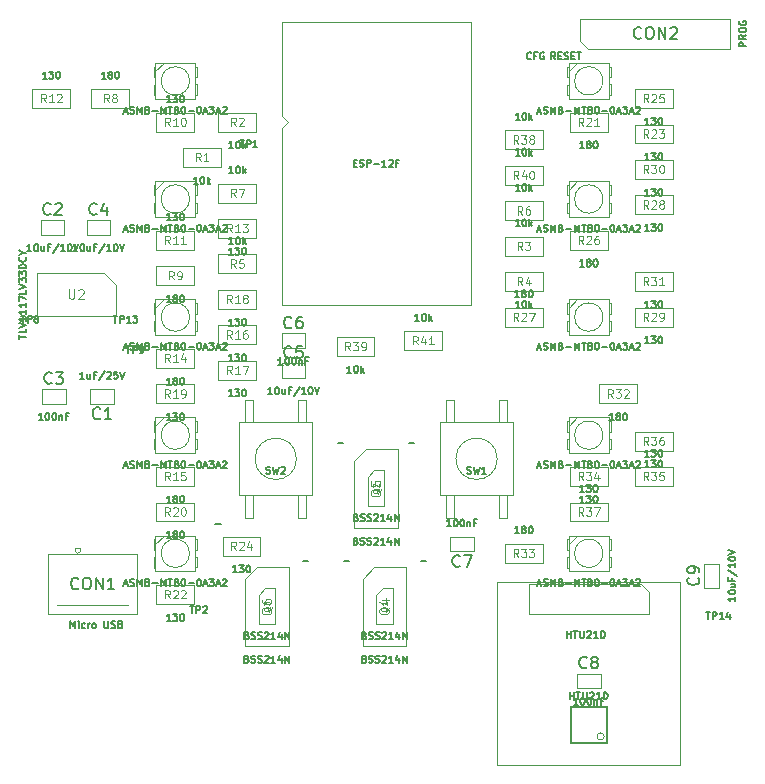
<source format=gbr>
G04 #@! TF.FileFunction,Other,Fab,Top*
%FSLAX46Y46*%
G04 Gerber Fmt 4.6, Leading zero omitted, Abs format (unit mm)*
G04 Created by KiCad (PCBNEW 4.0.7) date 2018 March 10, Saturday 13:23:40*
%MOMM*%
%LPD*%
G01*
G04 APERTURE LIST*
%ADD10C,0.100000*%
%ADD11C,0.120000*%
%ADD12C,0.050000*%
%ADD13C,0.150000*%
%ADD14C,0.105000*%
%ADD15C,0.075000*%
G04 APERTURE END LIST*
D10*
X115900000Y-76300000D02*
X115900000Y-74700000D01*
X119100000Y-76300000D02*
X115900000Y-76300000D01*
X119100000Y-74700000D02*
X119100000Y-76300000D01*
X115900000Y-74700000D02*
X119100000Y-74700000D01*
X118900000Y-60300000D02*
X118900000Y-58700000D01*
X122100000Y-60300000D02*
X118900000Y-60300000D01*
X122100000Y-58700000D02*
X122100000Y-60300000D01*
X118900000Y-58700000D02*
X122100000Y-58700000D01*
X95850000Y-91150000D02*
X96850000Y-90150000D01*
X95850000Y-91150000D02*
X95850000Y-96850000D01*
X96850000Y-90150000D02*
X99550000Y-90150000D01*
X95850000Y-96850000D02*
X99550000Y-96850000D01*
X99550000Y-90150000D02*
X99550000Y-96850000D01*
X95150000Y-81150000D02*
X96150000Y-80150000D01*
X95150000Y-81150000D02*
X95150000Y-86850000D01*
X96150000Y-80150000D02*
X98850000Y-80150000D01*
X95150000Y-86850000D02*
X98850000Y-86850000D01*
X98850000Y-80150000D02*
X98850000Y-86850000D01*
X85900000Y-91150000D02*
X86900000Y-90150000D01*
X85900000Y-91150000D02*
X85900000Y-96850000D01*
X86900000Y-90150000D02*
X89600000Y-90150000D01*
X85900000Y-96850000D02*
X89600000Y-96850000D01*
X89600000Y-90150000D02*
X89600000Y-96850000D01*
X73950000Y-65250000D02*
X74950000Y-66250000D01*
X73950000Y-65250000D02*
X68250000Y-65250000D01*
X74950000Y-66250000D02*
X74950000Y-68950000D01*
X68250000Y-65250000D02*
X68250000Y-68950000D01*
X74950000Y-68950000D02*
X68250000Y-68950000D01*
X116300000Y-104500000D02*
G75*
G03X116300000Y-104500000I-300000J0D01*
G01*
X116550000Y-101950000D02*
X116550000Y-105050000D01*
X113450000Y-101950000D02*
X116550000Y-101950000D01*
X113450000Y-105050000D02*
X113450000Y-101950000D01*
X116550000Y-105050000D02*
X113450000Y-105050000D01*
X76750000Y-94100000D02*
X76750000Y-89100000D01*
X70000000Y-93401704D02*
X76000000Y-93401704D01*
X69250000Y-94101704D02*
X76750000Y-94101704D01*
X69250000Y-89100000D02*
X76750000Y-89100000D01*
X69250000Y-94100000D02*
X69250000Y-89100000D01*
X71700000Y-89000000D02*
X71500000Y-88800000D01*
X71900000Y-88800000D02*
X71700000Y-89000000D01*
X71500000Y-88590000D02*
X71900000Y-88590000D01*
X71500000Y-88590000D02*
X71500000Y-88800000D01*
X71900000Y-88590000D02*
X71900000Y-88800000D01*
D11*
X89000000Y-44000000D02*
X105000000Y-44000000D01*
X105000000Y-44000000D02*
X105000000Y-68000000D01*
X105000000Y-68000000D02*
X89000000Y-68000000D01*
X89000000Y-68000000D02*
X89000000Y-53000000D01*
X89000000Y-53000000D02*
X89500000Y-52500000D01*
X89500000Y-52500000D02*
X89000000Y-52000000D01*
X89000000Y-52000000D02*
X89000000Y-44000000D01*
D10*
X74800000Y-75080000D02*
X74800000Y-76320000D01*
X72800000Y-75080000D02*
X74800000Y-75080000D01*
X72800000Y-76320000D02*
X72800000Y-75080000D01*
X74800000Y-76320000D02*
X72800000Y-76320000D01*
X68600000Y-62020000D02*
X68600000Y-60780000D01*
X70600000Y-62020000D02*
X68600000Y-62020000D01*
X70600000Y-60780000D02*
X70600000Y-62020000D01*
X68600000Y-60780000D02*
X70600000Y-60780000D01*
X68700000Y-76320000D02*
X68700000Y-75080000D01*
X70700000Y-76320000D02*
X68700000Y-76320000D01*
X70700000Y-75080000D02*
X70700000Y-76320000D01*
X68700000Y-75080000D02*
X70700000Y-75080000D01*
X72500000Y-62020000D02*
X72500000Y-60780000D01*
X74500000Y-62020000D02*
X72500000Y-62020000D01*
X74500000Y-60780000D02*
X74500000Y-62020000D01*
X72500000Y-60780000D02*
X74500000Y-60780000D01*
X89000000Y-74120000D02*
X89000000Y-72880000D01*
X91000000Y-74120000D02*
X89000000Y-74120000D01*
X91000000Y-72880000D02*
X91000000Y-74120000D01*
X89000000Y-72880000D02*
X91000000Y-72880000D01*
X89000000Y-71620000D02*
X89000000Y-70380000D01*
X91000000Y-71620000D02*
X89000000Y-71620000D01*
X91000000Y-70380000D02*
X91000000Y-71620000D01*
X89000000Y-70380000D02*
X91000000Y-70380000D01*
X105250000Y-87580000D02*
X105250000Y-88820000D01*
X103250000Y-87580000D02*
X105250000Y-87580000D01*
X103250000Y-88820000D02*
X103250000Y-87580000D01*
X105250000Y-88820000D02*
X103250000Y-88820000D01*
X114000000Y-100420000D02*
X114000000Y-99180000D01*
X116000000Y-100420000D02*
X114000000Y-100420000D01*
X116000000Y-99180000D02*
X116000000Y-100420000D01*
X114000000Y-99180000D02*
X116000000Y-99180000D01*
X126020000Y-91900000D02*
X124780000Y-91900000D01*
X126020000Y-89900000D02*
X126020000Y-91900000D01*
X124780000Y-89900000D02*
X126020000Y-89900000D01*
X124780000Y-91900000D02*
X124780000Y-89900000D01*
X97000000Y-92550000D02*
X97000000Y-95000000D01*
X97550000Y-91980000D02*
X98400000Y-91980000D01*
X97000000Y-92550000D02*
X97550000Y-91980000D01*
X98400000Y-91980000D02*
X98400000Y-95020000D01*
X97000000Y-95020000D02*
X98400000Y-95020000D01*
X96300000Y-82550000D02*
X96300000Y-85000000D01*
X96850000Y-81980000D02*
X97700000Y-81980000D01*
X96300000Y-82550000D02*
X96850000Y-81980000D01*
X97700000Y-81980000D02*
X97700000Y-85020000D01*
X96300000Y-85020000D02*
X97700000Y-85020000D01*
X87050000Y-92550000D02*
X87050000Y-95000000D01*
X87600000Y-91980000D02*
X88450000Y-91980000D01*
X87050000Y-92550000D02*
X87600000Y-91980000D01*
X88450000Y-91980000D02*
X88450000Y-95020000D01*
X87050000Y-95020000D02*
X88450000Y-95020000D01*
X80650000Y-56300000D02*
X80650000Y-54700000D01*
X83850000Y-56300000D02*
X80650000Y-56300000D01*
X83850000Y-54700000D02*
X83850000Y-56300000D01*
X80650000Y-54700000D02*
X83850000Y-54700000D01*
X83650000Y-53300000D02*
X83650000Y-51700000D01*
X86850000Y-53300000D02*
X83650000Y-53300000D01*
X86850000Y-51700000D02*
X86850000Y-53300000D01*
X83650000Y-51700000D02*
X86850000Y-51700000D01*
X111100000Y-62200000D02*
X111100000Y-63800000D01*
X107900000Y-62200000D02*
X111100000Y-62200000D01*
X107900000Y-63800000D02*
X107900000Y-62200000D01*
X111100000Y-63800000D02*
X107900000Y-63800000D01*
X107900000Y-66800000D02*
X107900000Y-65200000D01*
X111100000Y-66800000D02*
X107900000Y-66800000D01*
X111100000Y-65200000D02*
X111100000Y-66800000D01*
X107900000Y-65200000D02*
X111100000Y-65200000D01*
X86850000Y-63700000D02*
X86850000Y-65300000D01*
X83650000Y-63700000D02*
X86850000Y-63700000D01*
X83650000Y-65300000D02*
X83650000Y-63700000D01*
X86850000Y-65300000D02*
X83650000Y-65300000D01*
X111100000Y-59200000D02*
X111100000Y-60800000D01*
X107900000Y-59200000D02*
X111100000Y-59200000D01*
X107900000Y-60800000D02*
X107900000Y-59200000D01*
X111100000Y-60800000D02*
X107900000Y-60800000D01*
X86850000Y-57700000D02*
X86850000Y-59300000D01*
X83650000Y-57700000D02*
X86850000Y-57700000D01*
X83650000Y-59300000D02*
X83650000Y-57700000D01*
X86850000Y-59300000D02*
X83650000Y-59300000D01*
X76100000Y-49700000D02*
X76100000Y-51300000D01*
X72900000Y-49700000D02*
X76100000Y-49700000D01*
X72900000Y-51300000D02*
X72900000Y-49700000D01*
X76100000Y-51300000D02*
X72900000Y-51300000D01*
X78400000Y-66300000D02*
X78400000Y-64700000D01*
X81600000Y-66300000D02*
X78400000Y-66300000D01*
X81600000Y-64700000D02*
X81600000Y-66300000D01*
X78400000Y-64700000D02*
X81600000Y-64700000D01*
X81600000Y-51700000D02*
X81600000Y-53300000D01*
X78400000Y-51700000D02*
X81600000Y-51700000D01*
X78400000Y-53300000D02*
X78400000Y-51700000D01*
X81600000Y-53300000D02*
X78400000Y-53300000D01*
X81600000Y-61700000D02*
X81600000Y-63300000D01*
X78400000Y-61700000D02*
X81600000Y-61700000D01*
X78400000Y-63300000D02*
X78400000Y-61700000D01*
X81600000Y-63300000D02*
X78400000Y-63300000D01*
X71100000Y-49700000D02*
X71100000Y-51300000D01*
X67900000Y-49700000D02*
X71100000Y-49700000D01*
X67900000Y-51300000D02*
X67900000Y-49700000D01*
X71100000Y-51300000D02*
X67900000Y-51300000D01*
X83650000Y-62300000D02*
X83650000Y-60700000D01*
X86850000Y-62300000D02*
X83650000Y-62300000D01*
X86850000Y-60700000D02*
X86850000Y-62300000D01*
X83650000Y-60700000D02*
X86850000Y-60700000D01*
X78400000Y-73300000D02*
X78400000Y-71700000D01*
X81600000Y-73300000D02*
X78400000Y-73300000D01*
X81600000Y-71700000D02*
X81600000Y-73300000D01*
X78400000Y-71700000D02*
X81600000Y-71700000D01*
X78400000Y-83300000D02*
X78400000Y-81700000D01*
X81600000Y-83300000D02*
X78400000Y-83300000D01*
X81600000Y-81700000D02*
X81600000Y-83300000D01*
X78400000Y-81700000D02*
X81600000Y-81700000D01*
X83650000Y-71300000D02*
X83650000Y-69700000D01*
X86850000Y-71300000D02*
X83650000Y-71300000D01*
X86850000Y-69700000D02*
X86850000Y-71300000D01*
X83650000Y-69700000D02*
X86850000Y-69700000D01*
X83650000Y-74300000D02*
X83650000Y-72700000D01*
X86850000Y-74300000D02*
X83650000Y-74300000D01*
X86850000Y-72700000D02*
X86850000Y-74300000D01*
X83650000Y-72700000D02*
X86850000Y-72700000D01*
X83650000Y-68300000D02*
X83650000Y-66700000D01*
X86850000Y-68300000D02*
X83650000Y-68300000D01*
X86850000Y-66700000D02*
X86850000Y-68300000D01*
X83650000Y-66700000D02*
X86850000Y-66700000D01*
X78400000Y-76300000D02*
X78400000Y-74700000D01*
X81600000Y-76300000D02*
X78400000Y-76300000D01*
X81600000Y-74700000D02*
X81600000Y-76300000D01*
X78400000Y-74700000D02*
X81600000Y-74700000D01*
X78400000Y-86300000D02*
X78400000Y-84700000D01*
X81600000Y-86300000D02*
X78400000Y-86300000D01*
X81600000Y-84700000D02*
X81600000Y-86300000D01*
X78400000Y-84700000D02*
X81600000Y-84700000D01*
X113400000Y-53300000D02*
X113400000Y-51700000D01*
X116600000Y-53300000D02*
X113400000Y-53300000D01*
X116600000Y-51700000D02*
X116600000Y-53300000D01*
X113400000Y-51700000D02*
X116600000Y-51700000D01*
X78400000Y-93300000D02*
X78400000Y-91700000D01*
X81600000Y-93300000D02*
X78400000Y-93300000D01*
X81600000Y-91700000D02*
X81600000Y-93300000D01*
X78400000Y-91700000D02*
X81600000Y-91700000D01*
X118900000Y-54300000D02*
X118900000Y-52700000D01*
X122100000Y-54300000D02*
X118900000Y-54300000D01*
X122100000Y-52700000D02*
X122100000Y-54300000D01*
X118900000Y-52700000D02*
X122100000Y-52700000D01*
X84000000Y-89200000D02*
X84000000Y-87600000D01*
X87200000Y-89200000D02*
X84000000Y-89200000D01*
X87200000Y-87600000D02*
X87200000Y-89200000D01*
X84000000Y-87600000D02*
X87200000Y-87600000D01*
X118900000Y-51300000D02*
X118900000Y-49700000D01*
X122100000Y-51300000D02*
X118900000Y-51300000D01*
X122100000Y-49700000D02*
X122100000Y-51300000D01*
X118900000Y-49700000D02*
X122100000Y-49700000D01*
X113400000Y-63300000D02*
X113400000Y-61700000D01*
X116600000Y-63300000D02*
X113400000Y-63300000D01*
X116600000Y-61700000D02*
X116600000Y-63300000D01*
X113400000Y-61700000D02*
X116600000Y-61700000D01*
X111100000Y-68200000D02*
X111100000Y-69800000D01*
X107900000Y-68200000D02*
X111100000Y-68200000D01*
X107900000Y-69800000D02*
X107900000Y-68200000D01*
X111100000Y-69800000D02*
X107900000Y-69800000D01*
X118900000Y-69800000D02*
X118900000Y-68200000D01*
X122100000Y-69800000D02*
X118900000Y-69800000D01*
X122100000Y-68200000D02*
X122100000Y-69800000D01*
X118900000Y-68200000D02*
X122100000Y-68200000D01*
X118900000Y-57300000D02*
X118900000Y-55700000D01*
X122100000Y-57300000D02*
X118900000Y-57300000D01*
X122100000Y-55700000D02*
X122100000Y-57300000D01*
X118900000Y-55700000D02*
X122100000Y-55700000D01*
X118900000Y-66800000D02*
X118900000Y-65200000D01*
X122100000Y-66800000D02*
X118900000Y-66800000D01*
X122100000Y-65200000D02*
X122100000Y-66800000D01*
X118900000Y-65200000D02*
X122100000Y-65200000D01*
X111100000Y-88200000D02*
X111100000Y-89800000D01*
X107900000Y-88200000D02*
X111100000Y-88200000D01*
X107900000Y-89800000D02*
X107900000Y-88200000D01*
X111100000Y-89800000D02*
X107900000Y-89800000D01*
X113400000Y-83300000D02*
X113400000Y-81700000D01*
X116600000Y-83300000D02*
X113400000Y-83300000D01*
X116600000Y-81700000D02*
X116600000Y-83300000D01*
X113400000Y-81700000D02*
X116600000Y-81700000D01*
X122100000Y-81700000D02*
X122100000Y-83300000D01*
X118900000Y-81700000D02*
X122100000Y-81700000D01*
X118900000Y-83300000D02*
X118900000Y-81700000D01*
X122100000Y-83300000D02*
X118900000Y-83300000D01*
X118900000Y-80300000D02*
X118900000Y-78700000D01*
X122100000Y-80300000D02*
X118900000Y-80300000D01*
X122100000Y-78700000D02*
X122100000Y-80300000D01*
X118900000Y-78700000D02*
X122100000Y-78700000D01*
X116600000Y-84700000D02*
X116600000Y-86300000D01*
X113400000Y-84700000D02*
X116600000Y-84700000D01*
X113400000Y-86300000D02*
X113400000Y-84700000D01*
X116600000Y-86300000D02*
X113400000Y-86300000D01*
X111100000Y-53200000D02*
X111100000Y-54800000D01*
X107900000Y-53200000D02*
X111100000Y-53200000D01*
X107900000Y-54800000D02*
X107900000Y-53200000D01*
X111100000Y-54800000D02*
X107900000Y-54800000D01*
X93650000Y-72300000D02*
X93650000Y-70700000D01*
X96850000Y-72300000D02*
X93650000Y-72300000D01*
X96850000Y-70700000D02*
X96850000Y-72300000D01*
X93650000Y-70700000D02*
X96850000Y-70700000D01*
X111100000Y-56200000D02*
X111100000Y-57800000D01*
X107900000Y-56200000D02*
X111100000Y-56200000D01*
X107900000Y-57800000D02*
X107900000Y-56200000D01*
X111100000Y-57800000D02*
X107900000Y-57800000D01*
X102600000Y-70200000D02*
X102600000Y-71800000D01*
X99400000Y-70200000D02*
X102600000Y-70200000D01*
X99400000Y-71800000D02*
X99400000Y-70200000D01*
X102600000Y-71800000D02*
X99400000Y-71800000D01*
D12*
X108600000Y-77900000D02*
X108600000Y-84100000D01*
X108600000Y-84100000D02*
X102400000Y-84100000D01*
X102400000Y-84100000D02*
X102400000Y-77900000D01*
X102400000Y-77900000D02*
X108600000Y-77900000D01*
X108100000Y-76000000D02*
X108100000Y-77900000D01*
X108100000Y-77900000D02*
X107400000Y-77900000D01*
X107400000Y-77900000D02*
X107400000Y-76000000D01*
X107400000Y-76000000D02*
X108100000Y-76000000D01*
X103600000Y-76000000D02*
X103600000Y-77900000D01*
X103600000Y-77900000D02*
X102900000Y-77900000D01*
X102900000Y-77900000D02*
X102900000Y-76000000D01*
X102900000Y-76000000D02*
X103600000Y-76000000D01*
X103600000Y-84100000D02*
X103600000Y-86000000D01*
X103600000Y-86000000D02*
X102900000Y-86000000D01*
X102900000Y-86000000D02*
X102900000Y-84100000D01*
X102900000Y-84100000D02*
X103600000Y-84100000D01*
X108100000Y-84100000D02*
X108100000Y-86000000D01*
X108100000Y-86000000D02*
X107400000Y-86000000D01*
X107400000Y-86000000D02*
X107400000Y-84100000D01*
X107400000Y-84100000D02*
X108100000Y-84100000D01*
X107250000Y-81000000D02*
G75*
G03X107250000Y-81000000I-1750000J0D01*
G01*
X91600000Y-77900000D02*
X91600000Y-84100000D01*
X91600000Y-84100000D02*
X85400000Y-84100000D01*
X85400000Y-84100000D02*
X85400000Y-77900000D01*
X85400000Y-77900000D02*
X91600000Y-77900000D01*
X91100000Y-76000000D02*
X91100000Y-77900000D01*
X91100000Y-77900000D02*
X90400000Y-77900000D01*
X90400000Y-77900000D02*
X90400000Y-76000000D01*
X90400000Y-76000000D02*
X91100000Y-76000000D01*
X86600000Y-76000000D02*
X86600000Y-77900000D01*
X86600000Y-77900000D02*
X85900000Y-77900000D01*
X85900000Y-77900000D02*
X85900000Y-76000000D01*
X85900000Y-76000000D02*
X86600000Y-76000000D01*
X86600000Y-84100000D02*
X86600000Y-86000000D01*
X86600000Y-86000000D02*
X85900000Y-86000000D01*
X85900000Y-86000000D02*
X85900000Y-84100000D01*
X85900000Y-84100000D02*
X86600000Y-84100000D01*
X91100000Y-84100000D02*
X91100000Y-86000000D01*
X91100000Y-86000000D02*
X90400000Y-86000000D01*
X90400000Y-86000000D02*
X90400000Y-84100000D01*
X90400000Y-84100000D02*
X91100000Y-84100000D01*
X90250000Y-81000000D02*
G75*
G03X90250000Y-81000000I-1750000J0D01*
G01*
D10*
X116500000Y-102000000D02*
X116500000Y-105000000D01*
X113500000Y-102000000D02*
X116500000Y-102000000D01*
X113500000Y-105000000D02*
X113500000Y-102000000D01*
X116500000Y-105000000D02*
X113500000Y-105000000D01*
X122750000Y-106900000D02*
X122750000Y-91400000D01*
X107250000Y-106900000D02*
X122750000Y-106900000D01*
X107250000Y-91400000D02*
X107250000Y-106900000D01*
X122750000Y-91400000D02*
X107250000Y-91400000D01*
X120080000Y-92265000D02*
X120080000Y-94170000D01*
X120080000Y-94170000D02*
X109920000Y-94170000D01*
X109920000Y-94170000D02*
X109920000Y-91630000D01*
X109920000Y-91630000D02*
X119445000Y-91630000D01*
X119445000Y-91630000D02*
X120080000Y-92265000D01*
X114300000Y-45635000D02*
X114300000Y-43730000D01*
X114300000Y-43730000D02*
X127000000Y-43730000D01*
X127000000Y-43730000D02*
X127000000Y-46270000D01*
X127000000Y-46270000D02*
X114935000Y-46270000D01*
X114935000Y-46270000D02*
X114300000Y-45635000D01*
X81850000Y-78700000D02*
X81700000Y-78700000D01*
X81850000Y-77800000D02*
X81850000Y-78700000D01*
X81700000Y-77800000D02*
X81850000Y-77800000D01*
X78150000Y-78700000D02*
X78300000Y-78700000D01*
X78150000Y-77800000D02*
X78150000Y-78700000D01*
X78300000Y-77800000D02*
X78150000Y-77800000D01*
X81200000Y-79000000D02*
G75*
G03X81200000Y-79000000I-1200000J0D01*
G01*
X78300000Y-78200000D02*
X79000000Y-77500000D01*
X78300000Y-80500000D02*
X78300000Y-77500000D01*
X81700000Y-80500000D02*
X78300000Y-80500000D01*
X81700000Y-77500000D02*
X81700000Y-80500000D01*
X78300000Y-77500000D02*
X81700000Y-77500000D01*
X81850000Y-79300000D02*
X81700000Y-79300000D01*
X81850000Y-80200000D02*
X81850000Y-79300000D01*
X81700000Y-80200000D02*
X81850000Y-80200000D01*
X81850000Y-79300000D02*
X81700000Y-79300000D01*
X81850000Y-80200000D02*
X81850000Y-79300000D01*
X81700000Y-80200000D02*
X81850000Y-80200000D01*
X78150000Y-78700000D02*
X78300000Y-78700000D01*
X78150000Y-77800000D02*
X78150000Y-78700000D01*
X78300000Y-77800000D02*
X78150000Y-77800000D01*
X78300286Y-80209380D02*
X78150286Y-80209380D01*
X78150286Y-80209380D02*
X78150286Y-79309380D01*
X78150286Y-79309380D02*
X78300286Y-79309380D01*
X81850000Y-68700000D02*
X81700000Y-68700000D01*
X81850000Y-67800000D02*
X81850000Y-68700000D01*
X81700000Y-67800000D02*
X81850000Y-67800000D01*
X78150000Y-68700000D02*
X78300000Y-68700000D01*
X78150000Y-67800000D02*
X78150000Y-68700000D01*
X78300000Y-67800000D02*
X78150000Y-67800000D01*
X81200000Y-69000000D02*
G75*
G03X81200000Y-69000000I-1200000J0D01*
G01*
X78300000Y-68200000D02*
X79000000Y-67500000D01*
X78300000Y-70500000D02*
X78300000Y-67500000D01*
X81700000Y-70500000D02*
X78300000Y-70500000D01*
X81700000Y-67500000D02*
X81700000Y-70500000D01*
X78300000Y-67500000D02*
X81700000Y-67500000D01*
X81850000Y-69300000D02*
X81700000Y-69300000D01*
X81850000Y-70200000D02*
X81850000Y-69300000D01*
X81700000Y-70200000D02*
X81850000Y-70200000D01*
X81850000Y-69300000D02*
X81700000Y-69300000D01*
X81850000Y-70200000D02*
X81850000Y-69300000D01*
X81700000Y-70200000D02*
X81850000Y-70200000D01*
X78150000Y-68700000D02*
X78300000Y-68700000D01*
X78150000Y-67800000D02*
X78150000Y-68700000D01*
X78300000Y-67800000D02*
X78150000Y-67800000D01*
X78300286Y-70209380D02*
X78150286Y-70209380D01*
X78150286Y-70209380D02*
X78150286Y-69309380D01*
X78150286Y-69309380D02*
X78300286Y-69309380D01*
X81850000Y-58700000D02*
X81700000Y-58700000D01*
X81850000Y-57800000D02*
X81850000Y-58700000D01*
X81700000Y-57800000D02*
X81850000Y-57800000D01*
X78150000Y-58700000D02*
X78300000Y-58700000D01*
X78150000Y-57800000D02*
X78150000Y-58700000D01*
X78300000Y-57800000D02*
X78150000Y-57800000D01*
X81200000Y-59000000D02*
G75*
G03X81200000Y-59000000I-1200000J0D01*
G01*
X78300000Y-58200000D02*
X79000000Y-57500000D01*
X78300000Y-60500000D02*
X78300000Y-57500000D01*
X81700000Y-60500000D02*
X78300000Y-60500000D01*
X81700000Y-57500000D02*
X81700000Y-60500000D01*
X78300000Y-57500000D02*
X81700000Y-57500000D01*
X81850000Y-59300000D02*
X81700000Y-59300000D01*
X81850000Y-60200000D02*
X81850000Y-59300000D01*
X81700000Y-60200000D02*
X81850000Y-60200000D01*
X81850000Y-59300000D02*
X81700000Y-59300000D01*
X81850000Y-60200000D02*
X81850000Y-59300000D01*
X81700000Y-60200000D02*
X81850000Y-60200000D01*
X78150000Y-58700000D02*
X78300000Y-58700000D01*
X78150000Y-57800000D02*
X78150000Y-58700000D01*
X78300000Y-57800000D02*
X78150000Y-57800000D01*
X78300286Y-60209380D02*
X78150286Y-60209380D01*
X78150286Y-60209380D02*
X78150286Y-59309380D01*
X78150286Y-59309380D02*
X78300286Y-59309380D01*
X81850000Y-48700000D02*
X81700000Y-48700000D01*
X81850000Y-47800000D02*
X81850000Y-48700000D01*
X81700000Y-47800000D02*
X81850000Y-47800000D01*
X78150000Y-48700000D02*
X78300000Y-48700000D01*
X78150000Y-47800000D02*
X78150000Y-48700000D01*
X78300000Y-47800000D02*
X78150000Y-47800000D01*
X81200000Y-49000000D02*
G75*
G03X81200000Y-49000000I-1200000J0D01*
G01*
X78300000Y-48200000D02*
X79000000Y-47500000D01*
X78300000Y-50500000D02*
X78300000Y-47500000D01*
X81700000Y-50500000D02*
X78300000Y-50500000D01*
X81700000Y-47500000D02*
X81700000Y-50500000D01*
X78300000Y-47500000D02*
X81700000Y-47500000D01*
X81850000Y-49300000D02*
X81700000Y-49300000D01*
X81850000Y-50200000D02*
X81850000Y-49300000D01*
X81700000Y-50200000D02*
X81850000Y-50200000D01*
X81850000Y-49300000D02*
X81700000Y-49300000D01*
X81850000Y-50200000D02*
X81850000Y-49300000D01*
X81700000Y-50200000D02*
X81850000Y-50200000D01*
X78150000Y-48700000D02*
X78300000Y-48700000D01*
X78150000Y-47800000D02*
X78150000Y-48700000D01*
X78300000Y-47800000D02*
X78150000Y-47800000D01*
X78300286Y-50209380D02*
X78150286Y-50209380D01*
X78150286Y-50209380D02*
X78150286Y-49309380D01*
X78150286Y-49309380D02*
X78300286Y-49309380D01*
X81850000Y-88700000D02*
X81700000Y-88700000D01*
X81850000Y-87800000D02*
X81850000Y-88700000D01*
X81700000Y-87800000D02*
X81850000Y-87800000D01*
X78150000Y-88700000D02*
X78300000Y-88700000D01*
X78150000Y-87800000D02*
X78150000Y-88700000D01*
X78300000Y-87800000D02*
X78150000Y-87800000D01*
X81200000Y-89000000D02*
G75*
G03X81200000Y-89000000I-1200000J0D01*
G01*
X78300000Y-88200000D02*
X79000000Y-87500000D01*
X78300000Y-90500000D02*
X78300000Y-87500000D01*
X81700000Y-90500000D02*
X78300000Y-90500000D01*
X81700000Y-87500000D02*
X81700000Y-90500000D01*
X78300000Y-87500000D02*
X81700000Y-87500000D01*
X81850000Y-89300000D02*
X81700000Y-89300000D01*
X81850000Y-90200000D02*
X81850000Y-89300000D01*
X81700000Y-90200000D02*
X81850000Y-90200000D01*
X81850000Y-89300000D02*
X81700000Y-89300000D01*
X81850000Y-90200000D02*
X81850000Y-89300000D01*
X81700000Y-90200000D02*
X81850000Y-90200000D01*
X78150000Y-88700000D02*
X78300000Y-88700000D01*
X78150000Y-87800000D02*
X78150000Y-88700000D01*
X78300000Y-87800000D02*
X78150000Y-87800000D01*
X78300286Y-90209380D02*
X78150286Y-90209380D01*
X78150286Y-90209380D02*
X78150286Y-89309380D01*
X78150286Y-89309380D02*
X78300286Y-89309380D01*
X116850000Y-48700000D02*
X116700000Y-48700000D01*
X116850000Y-47800000D02*
X116850000Y-48700000D01*
X116700000Y-47800000D02*
X116850000Y-47800000D01*
X113150000Y-48700000D02*
X113300000Y-48700000D01*
X113150000Y-47800000D02*
X113150000Y-48700000D01*
X113300000Y-47800000D02*
X113150000Y-47800000D01*
X116200000Y-49000000D02*
G75*
G03X116200000Y-49000000I-1200000J0D01*
G01*
X113300000Y-48200000D02*
X114000000Y-47500000D01*
X113300000Y-50500000D02*
X113300000Y-47500000D01*
X116700000Y-50500000D02*
X113300000Y-50500000D01*
X116700000Y-47500000D02*
X116700000Y-50500000D01*
X113300000Y-47500000D02*
X116700000Y-47500000D01*
X116850000Y-49300000D02*
X116700000Y-49300000D01*
X116850000Y-50200000D02*
X116850000Y-49300000D01*
X116700000Y-50200000D02*
X116850000Y-50200000D01*
X116850000Y-49300000D02*
X116700000Y-49300000D01*
X116850000Y-50200000D02*
X116850000Y-49300000D01*
X116700000Y-50200000D02*
X116850000Y-50200000D01*
X113150000Y-48700000D02*
X113300000Y-48700000D01*
X113150000Y-47800000D02*
X113150000Y-48700000D01*
X113300000Y-47800000D02*
X113150000Y-47800000D01*
X113300286Y-50209380D02*
X113150286Y-50209380D01*
X113150286Y-50209380D02*
X113150286Y-49309380D01*
X113150286Y-49309380D02*
X113300286Y-49309380D01*
X116850000Y-58700000D02*
X116700000Y-58700000D01*
X116850000Y-57800000D02*
X116850000Y-58700000D01*
X116700000Y-57800000D02*
X116850000Y-57800000D01*
X113150000Y-58700000D02*
X113300000Y-58700000D01*
X113150000Y-57800000D02*
X113150000Y-58700000D01*
X113300000Y-57800000D02*
X113150000Y-57800000D01*
X116200000Y-59000000D02*
G75*
G03X116200000Y-59000000I-1200000J0D01*
G01*
X113300000Y-58200000D02*
X114000000Y-57500000D01*
X113300000Y-60500000D02*
X113300000Y-57500000D01*
X116700000Y-60500000D02*
X113300000Y-60500000D01*
X116700000Y-57500000D02*
X116700000Y-60500000D01*
X113300000Y-57500000D02*
X116700000Y-57500000D01*
X116850000Y-59300000D02*
X116700000Y-59300000D01*
X116850000Y-60200000D02*
X116850000Y-59300000D01*
X116700000Y-60200000D02*
X116850000Y-60200000D01*
X116850000Y-59300000D02*
X116700000Y-59300000D01*
X116850000Y-60200000D02*
X116850000Y-59300000D01*
X116700000Y-60200000D02*
X116850000Y-60200000D01*
X113150000Y-58700000D02*
X113300000Y-58700000D01*
X113150000Y-57800000D02*
X113150000Y-58700000D01*
X113300000Y-57800000D02*
X113150000Y-57800000D01*
X113300286Y-60209380D02*
X113150286Y-60209380D01*
X113150286Y-60209380D02*
X113150286Y-59309380D01*
X113150286Y-59309380D02*
X113300286Y-59309380D01*
X116850000Y-68700000D02*
X116700000Y-68700000D01*
X116850000Y-67800000D02*
X116850000Y-68700000D01*
X116700000Y-67800000D02*
X116850000Y-67800000D01*
X113150000Y-68700000D02*
X113300000Y-68700000D01*
X113150000Y-67800000D02*
X113150000Y-68700000D01*
X113300000Y-67800000D02*
X113150000Y-67800000D01*
X116200000Y-69000000D02*
G75*
G03X116200000Y-69000000I-1200000J0D01*
G01*
X113300000Y-68200000D02*
X114000000Y-67500000D01*
X113300000Y-70500000D02*
X113300000Y-67500000D01*
X116700000Y-70500000D02*
X113300000Y-70500000D01*
X116700000Y-67500000D02*
X116700000Y-70500000D01*
X113300000Y-67500000D02*
X116700000Y-67500000D01*
X116850000Y-69300000D02*
X116700000Y-69300000D01*
X116850000Y-70200000D02*
X116850000Y-69300000D01*
X116700000Y-70200000D02*
X116850000Y-70200000D01*
X116850000Y-69300000D02*
X116700000Y-69300000D01*
X116850000Y-70200000D02*
X116850000Y-69300000D01*
X116700000Y-70200000D02*
X116850000Y-70200000D01*
X113150000Y-68700000D02*
X113300000Y-68700000D01*
X113150000Y-67800000D02*
X113150000Y-68700000D01*
X113300000Y-67800000D02*
X113150000Y-67800000D01*
X113300286Y-70209380D02*
X113150286Y-70209380D01*
X113150286Y-70209380D02*
X113150286Y-69309380D01*
X113150286Y-69309380D02*
X113300286Y-69309380D01*
X116850000Y-78700000D02*
X116700000Y-78700000D01*
X116850000Y-77800000D02*
X116850000Y-78700000D01*
X116700000Y-77800000D02*
X116850000Y-77800000D01*
X113150000Y-78700000D02*
X113300000Y-78700000D01*
X113150000Y-77800000D02*
X113150000Y-78700000D01*
X113300000Y-77800000D02*
X113150000Y-77800000D01*
X116200000Y-79000000D02*
G75*
G03X116200000Y-79000000I-1200000J0D01*
G01*
X113300000Y-78200000D02*
X114000000Y-77500000D01*
X113300000Y-80500000D02*
X113300000Y-77500000D01*
X116700000Y-80500000D02*
X113300000Y-80500000D01*
X116700000Y-77500000D02*
X116700000Y-80500000D01*
X113300000Y-77500000D02*
X116700000Y-77500000D01*
X116850000Y-79300000D02*
X116700000Y-79300000D01*
X116850000Y-80200000D02*
X116850000Y-79300000D01*
X116700000Y-80200000D02*
X116850000Y-80200000D01*
X116850000Y-79300000D02*
X116700000Y-79300000D01*
X116850000Y-80200000D02*
X116850000Y-79300000D01*
X116700000Y-80200000D02*
X116850000Y-80200000D01*
X113150000Y-78700000D02*
X113300000Y-78700000D01*
X113150000Y-77800000D02*
X113150000Y-78700000D01*
X113300000Y-77800000D02*
X113150000Y-77800000D01*
X113300286Y-80209380D02*
X113150286Y-80209380D01*
X113150286Y-80209380D02*
X113150286Y-79309380D01*
X113150286Y-79309380D02*
X113300286Y-79309380D01*
X116850000Y-88700000D02*
X116700000Y-88700000D01*
X116850000Y-87800000D02*
X116850000Y-88700000D01*
X116700000Y-87800000D02*
X116850000Y-87800000D01*
X113150000Y-88700000D02*
X113300000Y-88700000D01*
X113150000Y-87800000D02*
X113150000Y-88700000D01*
X113300000Y-87800000D02*
X113150000Y-87800000D01*
X116200000Y-89000000D02*
G75*
G03X116200000Y-89000000I-1200000J0D01*
G01*
X113300000Y-88200000D02*
X114000000Y-87500000D01*
X113300000Y-90500000D02*
X113300000Y-87500000D01*
X116700000Y-90500000D02*
X113300000Y-90500000D01*
X116700000Y-87500000D02*
X116700000Y-90500000D01*
X113300000Y-87500000D02*
X116700000Y-87500000D01*
X116850000Y-89300000D02*
X116700000Y-89300000D01*
X116850000Y-90200000D02*
X116850000Y-89300000D01*
X116700000Y-90200000D02*
X116850000Y-90200000D01*
X116850000Y-89300000D02*
X116700000Y-89300000D01*
X116850000Y-90200000D02*
X116850000Y-89300000D01*
X116700000Y-90200000D02*
X116850000Y-90200000D01*
X113150000Y-88700000D02*
X113300000Y-88700000D01*
X113150000Y-87800000D02*
X113150000Y-88700000D01*
X113300000Y-87800000D02*
X113150000Y-87800000D01*
X113300286Y-90209380D02*
X113150286Y-90209380D01*
X113150286Y-90209380D02*
X113150286Y-89309380D01*
X113150286Y-89309380D02*
X113300286Y-89309380D01*
D13*
X117100000Y-77721429D02*
X116757143Y-77721429D01*
X116928571Y-77721429D02*
X116928571Y-77121429D01*
X116871428Y-77207143D01*
X116814286Y-77264286D01*
X116757143Y-77292857D01*
X117442857Y-77378571D02*
X117385715Y-77350000D01*
X117357143Y-77321429D01*
X117328572Y-77264286D01*
X117328572Y-77235714D01*
X117357143Y-77178571D01*
X117385715Y-77150000D01*
X117442857Y-77121429D01*
X117557143Y-77121429D01*
X117614286Y-77150000D01*
X117642857Y-77178571D01*
X117671429Y-77235714D01*
X117671429Y-77264286D01*
X117642857Y-77321429D01*
X117614286Y-77350000D01*
X117557143Y-77378571D01*
X117442857Y-77378571D01*
X117385715Y-77407143D01*
X117357143Y-77435714D01*
X117328572Y-77492857D01*
X117328572Y-77607143D01*
X117357143Y-77664286D01*
X117385715Y-77692857D01*
X117442857Y-77721429D01*
X117557143Y-77721429D01*
X117614286Y-77692857D01*
X117642857Y-77664286D01*
X117671429Y-77607143D01*
X117671429Y-77492857D01*
X117642857Y-77435714D01*
X117614286Y-77407143D01*
X117557143Y-77378571D01*
X118042858Y-77121429D02*
X118100001Y-77121429D01*
X118157144Y-77150000D01*
X118185715Y-77178571D01*
X118214286Y-77235714D01*
X118242858Y-77350000D01*
X118242858Y-77492857D01*
X118214286Y-77607143D01*
X118185715Y-77664286D01*
X118157144Y-77692857D01*
X118100001Y-77721429D01*
X118042858Y-77721429D01*
X117985715Y-77692857D01*
X117957144Y-77664286D01*
X117928572Y-77607143D01*
X117900001Y-77492857D01*
X117900001Y-77350000D01*
X117928572Y-77235714D01*
X117957144Y-77178571D01*
X117985715Y-77150000D01*
X118042858Y-77121429D01*
D14*
X117050000Y-75816667D02*
X116816666Y-75483333D01*
X116650000Y-75816667D02*
X116650000Y-75116667D01*
X116916666Y-75116667D01*
X116983333Y-75150000D01*
X117016666Y-75183333D01*
X117050000Y-75250000D01*
X117050000Y-75350000D01*
X117016666Y-75416667D01*
X116983333Y-75450000D01*
X116916666Y-75483333D01*
X116650000Y-75483333D01*
X117283333Y-75116667D02*
X117716666Y-75116667D01*
X117483333Y-75383333D01*
X117583333Y-75383333D01*
X117650000Y-75416667D01*
X117683333Y-75450000D01*
X117716666Y-75516667D01*
X117716666Y-75683333D01*
X117683333Y-75750000D01*
X117650000Y-75783333D01*
X117583333Y-75816667D01*
X117383333Y-75816667D01*
X117316666Y-75783333D01*
X117283333Y-75750000D01*
X117983333Y-75183333D02*
X118016667Y-75150000D01*
X118083333Y-75116667D01*
X118250000Y-75116667D01*
X118316667Y-75150000D01*
X118350000Y-75183333D01*
X118383333Y-75250000D01*
X118383333Y-75316667D01*
X118350000Y-75416667D01*
X117950000Y-75816667D01*
X118383333Y-75816667D01*
D13*
X120100000Y-61721429D02*
X119757143Y-61721429D01*
X119928571Y-61721429D02*
X119928571Y-61121429D01*
X119871428Y-61207143D01*
X119814286Y-61264286D01*
X119757143Y-61292857D01*
X120300000Y-61121429D02*
X120671429Y-61121429D01*
X120471429Y-61350000D01*
X120557143Y-61350000D01*
X120614286Y-61378571D01*
X120642857Y-61407143D01*
X120671429Y-61464286D01*
X120671429Y-61607143D01*
X120642857Y-61664286D01*
X120614286Y-61692857D01*
X120557143Y-61721429D01*
X120385715Y-61721429D01*
X120328572Y-61692857D01*
X120300000Y-61664286D01*
X121042858Y-61121429D02*
X121100001Y-61121429D01*
X121157144Y-61150000D01*
X121185715Y-61178571D01*
X121214286Y-61235714D01*
X121242858Y-61350000D01*
X121242858Y-61492857D01*
X121214286Y-61607143D01*
X121185715Y-61664286D01*
X121157144Y-61692857D01*
X121100001Y-61721429D01*
X121042858Y-61721429D01*
X120985715Y-61692857D01*
X120957144Y-61664286D01*
X120928572Y-61607143D01*
X120900001Y-61492857D01*
X120900001Y-61350000D01*
X120928572Y-61235714D01*
X120957144Y-61178571D01*
X120985715Y-61150000D01*
X121042858Y-61121429D01*
D14*
X120050000Y-59816667D02*
X119816666Y-59483333D01*
X119650000Y-59816667D02*
X119650000Y-59116667D01*
X119916666Y-59116667D01*
X119983333Y-59150000D01*
X120016666Y-59183333D01*
X120050000Y-59250000D01*
X120050000Y-59350000D01*
X120016666Y-59416667D01*
X119983333Y-59450000D01*
X119916666Y-59483333D01*
X119650000Y-59483333D01*
X120316666Y-59183333D02*
X120350000Y-59150000D01*
X120416666Y-59116667D01*
X120583333Y-59116667D01*
X120650000Y-59150000D01*
X120683333Y-59183333D01*
X120716666Y-59250000D01*
X120716666Y-59316667D01*
X120683333Y-59416667D01*
X120283333Y-59816667D01*
X120716666Y-59816667D01*
X121116667Y-59416667D02*
X121050000Y-59383333D01*
X121016667Y-59350000D01*
X120983333Y-59283333D01*
X120983333Y-59250000D01*
X121016667Y-59183333D01*
X121050000Y-59150000D01*
X121116667Y-59116667D01*
X121250000Y-59116667D01*
X121316667Y-59150000D01*
X121350000Y-59183333D01*
X121383333Y-59250000D01*
X121383333Y-59283333D01*
X121350000Y-59350000D01*
X121316667Y-59383333D01*
X121250000Y-59416667D01*
X121116667Y-59416667D01*
X121050000Y-59450000D01*
X121016667Y-59483333D01*
X120983333Y-59550000D01*
X120983333Y-59683333D01*
X121016667Y-59750000D01*
X121050000Y-59783333D01*
X121116667Y-59816667D01*
X121250000Y-59816667D01*
X121316667Y-59783333D01*
X121350000Y-59750000D01*
X121383333Y-59683333D01*
X121383333Y-59550000D01*
X121350000Y-59483333D01*
X121316667Y-59450000D01*
X121250000Y-59416667D01*
D13*
X95999999Y-97957143D02*
X96085713Y-97985714D01*
X96114285Y-98014286D01*
X96142856Y-98071429D01*
X96142856Y-98157143D01*
X96114285Y-98214286D01*
X96085713Y-98242857D01*
X96028571Y-98271429D01*
X95799999Y-98271429D01*
X95799999Y-97671429D01*
X95999999Y-97671429D01*
X96057142Y-97700000D01*
X96085713Y-97728571D01*
X96114285Y-97785714D01*
X96114285Y-97842857D01*
X96085713Y-97900000D01*
X96057142Y-97928571D01*
X95999999Y-97957143D01*
X95799999Y-97957143D01*
X96371428Y-98242857D02*
X96457142Y-98271429D01*
X96599999Y-98271429D01*
X96657142Y-98242857D01*
X96685713Y-98214286D01*
X96714285Y-98157143D01*
X96714285Y-98100000D01*
X96685713Y-98042857D01*
X96657142Y-98014286D01*
X96599999Y-97985714D01*
X96485713Y-97957143D01*
X96428571Y-97928571D01*
X96399999Y-97900000D01*
X96371428Y-97842857D01*
X96371428Y-97785714D01*
X96399999Y-97728571D01*
X96428571Y-97700000D01*
X96485713Y-97671429D01*
X96628571Y-97671429D01*
X96714285Y-97700000D01*
X96942857Y-98242857D02*
X97028571Y-98271429D01*
X97171428Y-98271429D01*
X97228571Y-98242857D01*
X97257142Y-98214286D01*
X97285714Y-98157143D01*
X97285714Y-98100000D01*
X97257142Y-98042857D01*
X97228571Y-98014286D01*
X97171428Y-97985714D01*
X97057142Y-97957143D01*
X97000000Y-97928571D01*
X96971428Y-97900000D01*
X96942857Y-97842857D01*
X96942857Y-97785714D01*
X96971428Y-97728571D01*
X97000000Y-97700000D01*
X97057142Y-97671429D01*
X97200000Y-97671429D01*
X97285714Y-97700000D01*
X97514286Y-97728571D02*
X97542857Y-97700000D01*
X97600000Y-97671429D01*
X97742857Y-97671429D01*
X97800000Y-97700000D01*
X97828571Y-97728571D01*
X97857143Y-97785714D01*
X97857143Y-97842857D01*
X97828571Y-97928571D01*
X97485714Y-98271429D01*
X97857143Y-98271429D01*
X98428572Y-98271429D02*
X98085715Y-98271429D01*
X98257143Y-98271429D02*
X98257143Y-97671429D01*
X98200000Y-97757143D01*
X98142858Y-97814286D01*
X98085715Y-97842857D01*
X98942858Y-97871429D02*
X98942858Y-98271429D01*
X98800001Y-97642857D02*
X98657144Y-98071429D01*
X99028572Y-98071429D01*
X99257144Y-98271429D02*
X99257144Y-97671429D01*
X99600001Y-98271429D01*
X99600001Y-97671429D01*
D11*
X98138095Y-93576190D02*
X98100000Y-93652381D01*
X98023810Y-93728571D01*
X97909524Y-93842857D01*
X97871429Y-93919048D01*
X97871429Y-93995238D01*
X98061905Y-93957143D02*
X98023810Y-94033333D01*
X97947619Y-94109524D01*
X97795238Y-94147619D01*
X97528571Y-94147619D01*
X97376190Y-94109524D01*
X97300000Y-94033333D01*
X97261905Y-93957143D01*
X97261905Y-93804762D01*
X97300000Y-93728571D01*
X97376190Y-93652381D01*
X97528571Y-93614286D01*
X97795238Y-93614286D01*
X97947619Y-93652381D01*
X98023810Y-93728571D01*
X98061905Y-93804762D01*
X98061905Y-93957143D01*
X97528571Y-92928572D02*
X98061905Y-92928572D01*
X97223810Y-93119048D02*
X97795238Y-93309524D01*
X97795238Y-92814286D01*
D13*
X95299999Y-87957143D02*
X95385713Y-87985714D01*
X95414285Y-88014286D01*
X95442856Y-88071429D01*
X95442856Y-88157143D01*
X95414285Y-88214286D01*
X95385713Y-88242857D01*
X95328571Y-88271429D01*
X95099999Y-88271429D01*
X95099999Y-87671429D01*
X95299999Y-87671429D01*
X95357142Y-87700000D01*
X95385713Y-87728571D01*
X95414285Y-87785714D01*
X95414285Y-87842857D01*
X95385713Y-87900000D01*
X95357142Y-87928571D01*
X95299999Y-87957143D01*
X95099999Y-87957143D01*
X95671428Y-88242857D02*
X95757142Y-88271429D01*
X95899999Y-88271429D01*
X95957142Y-88242857D01*
X95985713Y-88214286D01*
X96014285Y-88157143D01*
X96014285Y-88100000D01*
X95985713Y-88042857D01*
X95957142Y-88014286D01*
X95899999Y-87985714D01*
X95785713Y-87957143D01*
X95728571Y-87928571D01*
X95699999Y-87900000D01*
X95671428Y-87842857D01*
X95671428Y-87785714D01*
X95699999Y-87728571D01*
X95728571Y-87700000D01*
X95785713Y-87671429D01*
X95928571Y-87671429D01*
X96014285Y-87700000D01*
X96242857Y-88242857D02*
X96328571Y-88271429D01*
X96471428Y-88271429D01*
X96528571Y-88242857D01*
X96557142Y-88214286D01*
X96585714Y-88157143D01*
X96585714Y-88100000D01*
X96557142Y-88042857D01*
X96528571Y-88014286D01*
X96471428Y-87985714D01*
X96357142Y-87957143D01*
X96300000Y-87928571D01*
X96271428Y-87900000D01*
X96242857Y-87842857D01*
X96242857Y-87785714D01*
X96271428Y-87728571D01*
X96300000Y-87700000D01*
X96357142Y-87671429D01*
X96500000Y-87671429D01*
X96585714Y-87700000D01*
X96814286Y-87728571D02*
X96842857Y-87700000D01*
X96900000Y-87671429D01*
X97042857Y-87671429D01*
X97100000Y-87700000D01*
X97128571Y-87728571D01*
X97157143Y-87785714D01*
X97157143Y-87842857D01*
X97128571Y-87928571D01*
X96785714Y-88271429D01*
X97157143Y-88271429D01*
X97728572Y-88271429D02*
X97385715Y-88271429D01*
X97557143Y-88271429D02*
X97557143Y-87671429D01*
X97500000Y-87757143D01*
X97442858Y-87814286D01*
X97385715Y-87842857D01*
X98242858Y-87871429D02*
X98242858Y-88271429D01*
X98100001Y-87642857D02*
X97957144Y-88071429D01*
X98328572Y-88071429D01*
X98557144Y-88271429D02*
X98557144Y-87671429D01*
X98900001Y-88271429D01*
X98900001Y-87671429D01*
D11*
X97438095Y-83576190D02*
X97400000Y-83652381D01*
X97323810Y-83728571D01*
X97209524Y-83842857D01*
X97171429Y-83919048D01*
X97171429Y-83995238D01*
X97361905Y-83957143D02*
X97323810Y-84033333D01*
X97247619Y-84109524D01*
X97095238Y-84147619D01*
X96828571Y-84147619D01*
X96676190Y-84109524D01*
X96600000Y-84033333D01*
X96561905Y-83957143D01*
X96561905Y-83804762D01*
X96600000Y-83728571D01*
X96676190Y-83652381D01*
X96828571Y-83614286D01*
X97095238Y-83614286D01*
X97247619Y-83652381D01*
X97323810Y-83728571D01*
X97361905Y-83804762D01*
X97361905Y-83957143D01*
X96561905Y-82890476D02*
X96561905Y-83271429D01*
X96942857Y-83309524D01*
X96904762Y-83271429D01*
X96866667Y-83195238D01*
X96866667Y-83004762D01*
X96904762Y-82928572D01*
X96942857Y-82890476D01*
X97019048Y-82852381D01*
X97209524Y-82852381D01*
X97285714Y-82890476D01*
X97323810Y-82928572D01*
X97361905Y-83004762D01*
X97361905Y-83195238D01*
X97323810Y-83271429D01*
X97285714Y-83309524D01*
D13*
X86049999Y-97957143D02*
X86135713Y-97985714D01*
X86164285Y-98014286D01*
X86192856Y-98071429D01*
X86192856Y-98157143D01*
X86164285Y-98214286D01*
X86135713Y-98242857D01*
X86078571Y-98271429D01*
X85849999Y-98271429D01*
X85849999Y-97671429D01*
X86049999Y-97671429D01*
X86107142Y-97700000D01*
X86135713Y-97728571D01*
X86164285Y-97785714D01*
X86164285Y-97842857D01*
X86135713Y-97900000D01*
X86107142Y-97928571D01*
X86049999Y-97957143D01*
X85849999Y-97957143D01*
X86421428Y-98242857D02*
X86507142Y-98271429D01*
X86649999Y-98271429D01*
X86707142Y-98242857D01*
X86735713Y-98214286D01*
X86764285Y-98157143D01*
X86764285Y-98100000D01*
X86735713Y-98042857D01*
X86707142Y-98014286D01*
X86649999Y-97985714D01*
X86535713Y-97957143D01*
X86478571Y-97928571D01*
X86449999Y-97900000D01*
X86421428Y-97842857D01*
X86421428Y-97785714D01*
X86449999Y-97728571D01*
X86478571Y-97700000D01*
X86535713Y-97671429D01*
X86678571Y-97671429D01*
X86764285Y-97700000D01*
X86992857Y-98242857D02*
X87078571Y-98271429D01*
X87221428Y-98271429D01*
X87278571Y-98242857D01*
X87307142Y-98214286D01*
X87335714Y-98157143D01*
X87335714Y-98100000D01*
X87307142Y-98042857D01*
X87278571Y-98014286D01*
X87221428Y-97985714D01*
X87107142Y-97957143D01*
X87050000Y-97928571D01*
X87021428Y-97900000D01*
X86992857Y-97842857D01*
X86992857Y-97785714D01*
X87021428Y-97728571D01*
X87050000Y-97700000D01*
X87107142Y-97671429D01*
X87250000Y-97671429D01*
X87335714Y-97700000D01*
X87564286Y-97728571D02*
X87592857Y-97700000D01*
X87650000Y-97671429D01*
X87792857Y-97671429D01*
X87850000Y-97700000D01*
X87878571Y-97728571D01*
X87907143Y-97785714D01*
X87907143Y-97842857D01*
X87878571Y-97928571D01*
X87535714Y-98271429D01*
X87907143Y-98271429D01*
X88478572Y-98271429D02*
X88135715Y-98271429D01*
X88307143Y-98271429D02*
X88307143Y-97671429D01*
X88250000Y-97757143D01*
X88192858Y-97814286D01*
X88135715Y-97842857D01*
X88992858Y-97871429D02*
X88992858Y-98271429D01*
X88850001Y-97642857D02*
X88707144Y-98071429D01*
X89078572Y-98071429D01*
X89307144Y-98271429D02*
X89307144Y-97671429D01*
X89650001Y-98271429D01*
X89650001Y-97671429D01*
D11*
X88188095Y-93576190D02*
X88150000Y-93652381D01*
X88073810Y-93728571D01*
X87959524Y-93842857D01*
X87921429Y-93919048D01*
X87921429Y-93995238D01*
X88111905Y-93957143D02*
X88073810Y-94033333D01*
X87997619Y-94109524D01*
X87845238Y-94147619D01*
X87578571Y-94147619D01*
X87426190Y-94109524D01*
X87350000Y-94033333D01*
X87311905Y-93957143D01*
X87311905Y-93804762D01*
X87350000Y-93728571D01*
X87426190Y-93652381D01*
X87578571Y-93614286D01*
X87845238Y-93614286D01*
X87997619Y-93652381D01*
X88073810Y-93728571D01*
X88111905Y-93804762D01*
X88111905Y-93957143D01*
X87311905Y-92928572D02*
X87311905Y-93080953D01*
X87350000Y-93157143D01*
X87388095Y-93195238D01*
X87502381Y-93271429D01*
X87654762Y-93309524D01*
X87959524Y-93309524D01*
X88035714Y-93271429D01*
X88073810Y-93233334D01*
X88111905Y-93157143D01*
X88111905Y-93004762D01*
X88073810Y-92928572D01*
X88035714Y-92890476D01*
X87959524Y-92852381D01*
X87769048Y-92852381D01*
X87692857Y-92890476D01*
X87654762Y-92928572D01*
X87616667Y-93004762D01*
X87616667Y-93157143D01*
X87654762Y-93233334D01*
X87692857Y-93271429D01*
X87769048Y-93309524D01*
D13*
X66771429Y-70842858D02*
X66771429Y-70500001D01*
X67371429Y-70671430D02*
X66771429Y-70671430D01*
X67371429Y-70014287D02*
X67371429Y-70300001D01*
X66771429Y-70300001D01*
X66771429Y-69900001D02*
X67371429Y-69700001D01*
X66771429Y-69500001D01*
X67371429Y-68985715D02*
X67371429Y-69328572D01*
X67371429Y-69157144D02*
X66771429Y-69157144D01*
X66857143Y-69214287D01*
X66914286Y-69271429D01*
X66942857Y-69328572D01*
X67371429Y-68414286D02*
X67371429Y-68757143D01*
X67371429Y-68585715D02*
X66771429Y-68585715D01*
X66857143Y-68642858D01*
X66914286Y-68700000D01*
X66942857Y-68757143D01*
X67371429Y-67842857D02*
X67371429Y-68185714D01*
X67371429Y-68014286D02*
X66771429Y-68014286D01*
X66857143Y-68071429D01*
X66914286Y-68128571D01*
X66942857Y-68185714D01*
X66771429Y-67642857D02*
X66771429Y-67242857D01*
X67371429Y-67500000D01*
X67371429Y-66728571D02*
X67371429Y-67014285D01*
X66771429Y-67014285D01*
X66771429Y-66614285D02*
X67371429Y-66414285D01*
X66771429Y-66214285D01*
X66771429Y-66071428D02*
X66771429Y-65699999D01*
X67000000Y-65899999D01*
X67000000Y-65814285D01*
X67028571Y-65757142D01*
X67057143Y-65728571D01*
X67114286Y-65699999D01*
X67257143Y-65699999D01*
X67314286Y-65728571D01*
X67342857Y-65757142D01*
X67371429Y-65814285D01*
X67371429Y-65985713D01*
X67342857Y-66042856D01*
X67314286Y-66071428D01*
X66771429Y-65499999D02*
X66771429Y-65128570D01*
X67000000Y-65328570D01*
X67000000Y-65242856D01*
X67028571Y-65185713D01*
X67057143Y-65157142D01*
X67114286Y-65128570D01*
X67257143Y-65128570D01*
X67314286Y-65157142D01*
X67342857Y-65185713D01*
X67371429Y-65242856D01*
X67371429Y-65414284D01*
X67342857Y-65471427D01*
X67314286Y-65499999D01*
X67371429Y-64871427D02*
X66771429Y-64871427D01*
X66771429Y-64728570D01*
X66800000Y-64642855D01*
X66857143Y-64585713D01*
X66914286Y-64557141D01*
X67028571Y-64528570D01*
X67114286Y-64528570D01*
X67228571Y-64557141D01*
X67285714Y-64585713D01*
X67342857Y-64642855D01*
X67371429Y-64728570D01*
X67371429Y-64871427D01*
X67314286Y-63928570D02*
X67342857Y-63957141D01*
X67371429Y-64042855D01*
X67371429Y-64099998D01*
X67342857Y-64185713D01*
X67285714Y-64242855D01*
X67228571Y-64271427D01*
X67114286Y-64299998D01*
X67028571Y-64299998D01*
X66914286Y-64271427D01*
X66857143Y-64242855D01*
X66800000Y-64185713D01*
X66771429Y-64099998D01*
X66771429Y-64042855D01*
X66800000Y-63957141D01*
X66828571Y-63928570D01*
X67085714Y-63557141D02*
X67371429Y-63557141D01*
X66771429Y-63757141D02*
X67085714Y-63557141D01*
X66771429Y-63357141D01*
D11*
X70990476Y-66661905D02*
X70990476Y-67309524D01*
X71028571Y-67385714D01*
X71066667Y-67423810D01*
X71142857Y-67461905D01*
X71295238Y-67461905D01*
X71371429Y-67423810D01*
X71409524Y-67385714D01*
X71447619Y-67309524D01*
X71447619Y-66661905D01*
X71790476Y-66738095D02*
X71828571Y-66700000D01*
X71904762Y-66661905D01*
X72095238Y-66661905D01*
X72171428Y-66700000D01*
X72209524Y-66738095D01*
X72247619Y-66814286D01*
X72247619Y-66890476D01*
X72209524Y-67004762D01*
X71752381Y-67461905D01*
X72247619Y-67461905D01*
D13*
X113414286Y-101371429D02*
X113414286Y-100771429D01*
X113414286Y-101057143D02*
X113757143Y-101057143D01*
X113757143Y-101371429D02*
X113757143Y-100771429D01*
X113957143Y-100771429D02*
X114300000Y-100771429D01*
X114128571Y-101371429D02*
X114128571Y-100771429D01*
X114500000Y-100771429D02*
X114500000Y-101257143D01*
X114528572Y-101314286D01*
X114557143Y-101342857D01*
X114614286Y-101371429D01*
X114728572Y-101371429D01*
X114785714Y-101342857D01*
X114814286Y-101314286D01*
X114842857Y-101257143D01*
X114842857Y-100771429D01*
X115100000Y-100828571D02*
X115128571Y-100800000D01*
X115185714Y-100771429D01*
X115328571Y-100771429D01*
X115385714Y-100800000D01*
X115414285Y-100828571D01*
X115442857Y-100885714D01*
X115442857Y-100942857D01*
X115414285Y-101028571D01*
X115071428Y-101371429D01*
X115442857Y-101371429D01*
X116014286Y-101371429D02*
X115671429Y-101371429D01*
X115842857Y-101371429D02*
X115842857Y-100771429D01*
X115785714Y-100857143D01*
X115728572Y-100914286D01*
X115671429Y-100942857D01*
X116271429Y-101371429D02*
X116271429Y-100771429D01*
X116414286Y-100771429D01*
X116500001Y-100800000D01*
X116557143Y-100857143D01*
X116585715Y-100914286D01*
X116614286Y-101028571D01*
X116614286Y-101114286D01*
X116585715Y-101228571D01*
X116557143Y-101285714D01*
X116500001Y-101342857D01*
X116414286Y-101371429D01*
X116271429Y-101371429D01*
X71114286Y-95321429D02*
X71114286Y-94721429D01*
X71314286Y-95150000D01*
X71514286Y-94721429D01*
X71514286Y-95321429D01*
X71800000Y-95321429D02*
X71800000Y-94921429D01*
X71800000Y-94721429D02*
X71771429Y-94750000D01*
X71800000Y-94778571D01*
X71828572Y-94750000D01*
X71800000Y-94721429D01*
X71800000Y-94778571D01*
X72342857Y-95292857D02*
X72285714Y-95321429D01*
X72171428Y-95321429D01*
X72114286Y-95292857D01*
X72085714Y-95264286D01*
X72057143Y-95207143D01*
X72057143Y-95035714D01*
X72085714Y-94978571D01*
X72114286Y-94950000D01*
X72171428Y-94921429D01*
X72285714Y-94921429D01*
X72342857Y-94950000D01*
X72600000Y-95321429D02*
X72600000Y-94921429D01*
X72600000Y-95035714D02*
X72628572Y-94978571D01*
X72657143Y-94950000D01*
X72714286Y-94921429D01*
X72771429Y-94921429D01*
X73057143Y-95321429D02*
X73000001Y-95292857D01*
X72971429Y-95264286D01*
X72942858Y-95207143D01*
X72942858Y-95035714D01*
X72971429Y-94978571D01*
X73000001Y-94950000D01*
X73057143Y-94921429D01*
X73142858Y-94921429D01*
X73200001Y-94950000D01*
X73228572Y-94978571D01*
X73257143Y-95035714D01*
X73257143Y-95207143D01*
X73228572Y-95264286D01*
X73200001Y-95292857D01*
X73142858Y-95321429D01*
X73057143Y-95321429D01*
X73971429Y-94721429D02*
X73971429Y-95207143D01*
X74000001Y-95264286D01*
X74028572Y-95292857D01*
X74085715Y-95321429D01*
X74200001Y-95321429D01*
X74257143Y-95292857D01*
X74285715Y-95264286D01*
X74314286Y-95207143D01*
X74314286Y-94721429D01*
X74571429Y-95292857D02*
X74657143Y-95321429D01*
X74800000Y-95321429D01*
X74857143Y-95292857D01*
X74885714Y-95264286D01*
X74914286Y-95207143D01*
X74914286Y-95150000D01*
X74885714Y-95092857D01*
X74857143Y-95064286D01*
X74800000Y-95035714D01*
X74685714Y-95007143D01*
X74628572Y-94978571D01*
X74600000Y-94950000D01*
X74571429Y-94892857D01*
X74571429Y-94835714D01*
X74600000Y-94778571D01*
X74628572Y-94750000D01*
X74685714Y-94721429D01*
X74828572Y-94721429D01*
X74914286Y-94750000D01*
X75371429Y-95007143D02*
X75457143Y-95035714D01*
X75485715Y-95064286D01*
X75514286Y-95121429D01*
X75514286Y-95207143D01*
X75485715Y-95264286D01*
X75457143Y-95292857D01*
X75400001Y-95321429D01*
X75171429Y-95321429D01*
X75171429Y-94721429D01*
X75371429Y-94721429D01*
X75428572Y-94750000D01*
X75457143Y-94778571D01*
X75485715Y-94835714D01*
X75485715Y-94892857D01*
X75457143Y-94950000D01*
X75428572Y-94978571D01*
X75371429Y-95007143D01*
X75171429Y-95007143D01*
X71785715Y-91957143D02*
X71738096Y-92004762D01*
X71595239Y-92052381D01*
X71500001Y-92052381D01*
X71357143Y-92004762D01*
X71261905Y-91909524D01*
X71214286Y-91814286D01*
X71166667Y-91623810D01*
X71166667Y-91480952D01*
X71214286Y-91290476D01*
X71261905Y-91195238D01*
X71357143Y-91100000D01*
X71500001Y-91052381D01*
X71595239Y-91052381D01*
X71738096Y-91100000D01*
X71785715Y-91147619D01*
X72404762Y-91052381D02*
X72595239Y-91052381D01*
X72690477Y-91100000D01*
X72785715Y-91195238D01*
X72833334Y-91385714D01*
X72833334Y-91719048D01*
X72785715Y-91909524D01*
X72690477Y-92004762D01*
X72595239Y-92052381D01*
X72404762Y-92052381D01*
X72309524Y-92004762D01*
X72214286Y-91909524D01*
X72166667Y-91719048D01*
X72166667Y-91385714D01*
X72214286Y-91195238D01*
X72309524Y-91100000D01*
X72404762Y-91052381D01*
X73261905Y-92052381D02*
X73261905Y-91052381D01*
X73833334Y-92052381D01*
X73833334Y-91052381D01*
X74833334Y-92052381D02*
X74261905Y-92052381D01*
X74547619Y-92052381D02*
X74547619Y-91052381D01*
X74452381Y-91195238D01*
X74357143Y-91290476D01*
X74261905Y-91338095D01*
X95085714Y-55957143D02*
X95285714Y-55957143D01*
X95371428Y-56271429D02*
X95085714Y-56271429D01*
X95085714Y-55671429D01*
X95371428Y-55671429D01*
X95600000Y-56242857D02*
X95685714Y-56271429D01*
X95828571Y-56271429D01*
X95885714Y-56242857D01*
X95914285Y-56214286D01*
X95942857Y-56157143D01*
X95942857Y-56100000D01*
X95914285Y-56042857D01*
X95885714Y-56014286D01*
X95828571Y-55985714D01*
X95714285Y-55957143D01*
X95657143Y-55928571D01*
X95628571Y-55900000D01*
X95600000Y-55842857D01*
X95600000Y-55785714D01*
X95628571Y-55728571D01*
X95657143Y-55700000D01*
X95714285Y-55671429D01*
X95857143Y-55671429D01*
X95942857Y-55700000D01*
X96200000Y-56271429D02*
X96200000Y-55671429D01*
X96428572Y-55671429D01*
X96485714Y-55700000D01*
X96514286Y-55728571D01*
X96542857Y-55785714D01*
X96542857Y-55871429D01*
X96514286Y-55928571D01*
X96485714Y-55957143D01*
X96428572Y-55985714D01*
X96200000Y-55985714D01*
X96800000Y-56042857D02*
X97257143Y-56042857D01*
X97857143Y-56271429D02*
X97514286Y-56271429D01*
X97685714Y-56271429D02*
X97685714Y-55671429D01*
X97628571Y-55757143D01*
X97571429Y-55814286D01*
X97514286Y-55842857D01*
X98085715Y-55728571D02*
X98114286Y-55700000D01*
X98171429Y-55671429D01*
X98314286Y-55671429D01*
X98371429Y-55700000D01*
X98400000Y-55728571D01*
X98428572Y-55785714D01*
X98428572Y-55842857D01*
X98400000Y-55928571D01*
X98057143Y-56271429D01*
X98428572Y-56271429D01*
X98885715Y-55957143D02*
X98685715Y-55957143D01*
X98685715Y-56271429D02*
X98685715Y-55671429D01*
X98971429Y-55671429D01*
X72300000Y-74221429D02*
X71957143Y-74221429D01*
X72128571Y-74221429D02*
X72128571Y-73621429D01*
X72071428Y-73707143D01*
X72014286Y-73764286D01*
X71957143Y-73792857D01*
X72814286Y-73821429D02*
X72814286Y-74221429D01*
X72557143Y-73821429D02*
X72557143Y-74135714D01*
X72585715Y-74192857D01*
X72642857Y-74221429D01*
X72728572Y-74221429D01*
X72785715Y-74192857D01*
X72814286Y-74164286D01*
X73300000Y-73907143D02*
X73100000Y-73907143D01*
X73100000Y-74221429D02*
X73100000Y-73621429D01*
X73385714Y-73621429D01*
X74042858Y-73592857D02*
X73528572Y-74364286D01*
X74214286Y-73678571D02*
X74242857Y-73650000D01*
X74300000Y-73621429D01*
X74442857Y-73621429D01*
X74500000Y-73650000D01*
X74528571Y-73678571D01*
X74557143Y-73735714D01*
X74557143Y-73792857D01*
X74528571Y-73878571D01*
X74185714Y-74221429D01*
X74557143Y-74221429D01*
X75100000Y-73621429D02*
X74814286Y-73621429D01*
X74785715Y-73907143D01*
X74814286Y-73878571D01*
X74871429Y-73850000D01*
X75014286Y-73850000D01*
X75071429Y-73878571D01*
X75100000Y-73907143D01*
X75128572Y-73964286D01*
X75128572Y-74107143D01*
X75100000Y-74164286D01*
X75071429Y-74192857D01*
X75014286Y-74221429D01*
X74871429Y-74221429D01*
X74814286Y-74192857D01*
X74785715Y-74164286D01*
X75300001Y-73621429D02*
X75500001Y-74221429D01*
X75700001Y-73621429D01*
X73633334Y-77557143D02*
X73585715Y-77604762D01*
X73442858Y-77652381D01*
X73347620Y-77652381D01*
X73204762Y-77604762D01*
X73109524Y-77509524D01*
X73061905Y-77414286D01*
X73014286Y-77223810D01*
X73014286Y-77080952D01*
X73061905Y-76890476D01*
X73109524Y-76795238D01*
X73204762Y-76700000D01*
X73347620Y-76652381D01*
X73442858Y-76652381D01*
X73585715Y-76700000D01*
X73633334Y-76747619D01*
X74585715Y-77652381D02*
X74014286Y-77652381D01*
X74300000Y-77652381D02*
X74300000Y-76652381D01*
X74204762Y-76795238D01*
X74109524Y-76890476D01*
X74014286Y-76938095D01*
X67814285Y-63421429D02*
X67471428Y-63421429D01*
X67642856Y-63421429D02*
X67642856Y-62821429D01*
X67585713Y-62907143D01*
X67528571Y-62964286D01*
X67471428Y-62992857D01*
X68185714Y-62821429D02*
X68242857Y-62821429D01*
X68300000Y-62850000D01*
X68328571Y-62878571D01*
X68357142Y-62935714D01*
X68385714Y-63050000D01*
X68385714Y-63192857D01*
X68357142Y-63307143D01*
X68328571Y-63364286D01*
X68300000Y-63392857D01*
X68242857Y-63421429D01*
X68185714Y-63421429D01*
X68128571Y-63392857D01*
X68100000Y-63364286D01*
X68071428Y-63307143D01*
X68042857Y-63192857D01*
X68042857Y-63050000D01*
X68071428Y-62935714D01*
X68100000Y-62878571D01*
X68128571Y-62850000D01*
X68185714Y-62821429D01*
X68900000Y-63021429D02*
X68900000Y-63421429D01*
X68642857Y-63021429D02*
X68642857Y-63335714D01*
X68671429Y-63392857D01*
X68728571Y-63421429D01*
X68814286Y-63421429D01*
X68871429Y-63392857D01*
X68900000Y-63364286D01*
X69385714Y-63107143D02*
X69185714Y-63107143D01*
X69185714Y-63421429D02*
X69185714Y-62821429D01*
X69471428Y-62821429D01*
X70128572Y-62792857D02*
X69614286Y-63564286D01*
X70642857Y-63421429D02*
X70300000Y-63421429D01*
X70471428Y-63421429D02*
X70471428Y-62821429D01*
X70414285Y-62907143D01*
X70357143Y-62964286D01*
X70300000Y-62992857D01*
X71014286Y-62821429D02*
X71071429Y-62821429D01*
X71128572Y-62850000D01*
X71157143Y-62878571D01*
X71185714Y-62935714D01*
X71214286Y-63050000D01*
X71214286Y-63192857D01*
X71185714Y-63307143D01*
X71157143Y-63364286D01*
X71128572Y-63392857D01*
X71071429Y-63421429D01*
X71014286Y-63421429D01*
X70957143Y-63392857D01*
X70928572Y-63364286D01*
X70900000Y-63307143D01*
X70871429Y-63192857D01*
X70871429Y-63050000D01*
X70900000Y-62935714D01*
X70928572Y-62878571D01*
X70957143Y-62850000D01*
X71014286Y-62821429D01*
X71385715Y-62821429D02*
X71585715Y-63421429D01*
X71785715Y-62821429D01*
X69433334Y-60257143D02*
X69385715Y-60304762D01*
X69242858Y-60352381D01*
X69147620Y-60352381D01*
X69004762Y-60304762D01*
X68909524Y-60209524D01*
X68861905Y-60114286D01*
X68814286Y-59923810D01*
X68814286Y-59780952D01*
X68861905Y-59590476D01*
X68909524Y-59495238D01*
X69004762Y-59400000D01*
X69147620Y-59352381D01*
X69242858Y-59352381D01*
X69385715Y-59400000D01*
X69433334Y-59447619D01*
X69814286Y-59447619D02*
X69861905Y-59400000D01*
X69957143Y-59352381D01*
X70195239Y-59352381D01*
X70290477Y-59400000D01*
X70338096Y-59447619D01*
X70385715Y-59542857D01*
X70385715Y-59638095D01*
X70338096Y-59780952D01*
X69766667Y-60352381D01*
X70385715Y-60352381D01*
X68771428Y-77721429D02*
X68428571Y-77721429D01*
X68599999Y-77721429D02*
X68599999Y-77121429D01*
X68542856Y-77207143D01*
X68485714Y-77264286D01*
X68428571Y-77292857D01*
X69142857Y-77121429D02*
X69200000Y-77121429D01*
X69257143Y-77150000D01*
X69285714Y-77178571D01*
X69314285Y-77235714D01*
X69342857Y-77350000D01*
X69342857Y-77492857D01*
X69314285Y-77607143D01*
X69285714Y-77664286D01*
X69257143Y-77692857D01*
X69200000Y-77721429D01*
X69142857Y-77721429D01*
X69085714Y-77692857D01*
X69057143Y-77664286D01*
X69028571Y-77607143D01*
X69000000Y-77492857D01*
X69000000Y-77350000D01*
X69028571Y-77235714D01*
X69057143Y-77178571D01*
X69085714Y-77150000D01*
X69142857Y-77121429D01*
X69714286Y-77121429D02*
X69771429Y-77121429D01*
X69828572Y-77150000D01*
X69857143Y-77178571D01*
X69885714Y-77235714D01*
X69914286Y-77350000D01*
X69914286Y-77492857D01*
X69885714Y-77607143D01*
X69857143Y-77664286D01*
X69828572Y-77692857D01*
X69771429Y-77721429D01*
X69714286Y-77721429D01*
X69657143Y-77692857D01*
X69628572Y-77664286D01*
X69600000Y-77607143D01*
X69571429Y-77492857D01*
X69571429Y-77350000D01*
X69600000Y-77235714D01*
X69628572Y-77178571D01*
X69657143Y-77150000D01*
X69714286Y-77121429D01*
X70171429Y-77321429D02*
X70171429Y-77721429D01*
X70171429Y-77378571D02*
X70200001Y-77350000D01*
X70257143Y-77321429D01*
X70342858Y-77321429D01*
X70400001Y-77350000D01*
X70428572Y-77407143D01*
X70428572Y-77721429D01*
X70914286Y-77407143D02*
X70714286Y-77407143D01*
X70714286Y-77721429D02*
X70714286Y-77121429D01*
X71000000Y-77121429D01*
X69533334Y-74557143D02*
X69485715Y-74604762D01*
X69342858Y-74652381D01*
X69247620Y-74652381D01*
X69104762Y-74604762D01*
X69009524Y-74509524D01*
X68961905Y-74414286D01*
X68914286Y-74223810D01*
X68914286Y-74080952D01*
X68961905Y-73890476D01*
X69009524Y-73795238D01*
X69104762Y-73700000D01*
X69247620Y-73652381D01*
X69342858Y-73652381D01*
X69485715Y-73700000D01*
X69533334Y-73747619D01*
X69866667Y-73652381D02*
X70485715Y-73652381D01*
X70152381Y-74033333D01*
X70295239Y-74033333D01*
X70390477Y-74080952D01*
X70438096Y-74128571D01*
X70485715Y-74223810D01*
X70485715Y-74461905D01*
X70438096Y-74557143D01*
X70390477Y-74604762D01*
X70295239Y-74652381D01*
X70009524Y-74652381D01*
X69914286Y-74604762D01*
X69866667Y-74557143D01*
X71714285Y-63421429D02*
X71371428Y-63421429D01*
X71542856Y-63421429D02*
X71542856Y-62821429D01*
X71485713Y-62907143D01*
X71428571Y-62964286D01*
X71371428Y-62992857D01*
X72085714Y-62821429D02*
X72142857Y-62821429D01*
X72200000Y-62850000D01*
X72228571Y-62878571D01*
X72257142Y-62935714D01*
X72285714Y-63050000D01*
X72285714Y-63192857D01*
X72257142Y-63307143D01*
X72228571Y-63364286D01*
X72200000Y-63392857D01*
X72142857Y-63421429D01*
X72085714Y-63421429D01*
X72028571Y-63392857D01*
X72000000Y-63364286D01*
X71971428Y-63307143D01*
X71942857Y-63192857D01*
X71942857Y-63050000D01*
X71971428Y-62935714D01*
X72000000Y-62878571D01*
X72028571Y-62850000D01*
X72085714Y-62821429D01*
X72800000Y-63021429D02*
X72800000Y-63421429D01*
X72542857Y-63021429D02*
X72542857Y-63335714D01*
X72571429Y-63392857D01*
X72628571Y-63421429D01*
X72714286Y-63421429D01*
X72771429Y-63392857D01*
X72800000Y-63364286D01*
X73285714Y-63107143D02*
X73085714Y-63107143D01*
X73085714Y-63421429D02*
X73085714Y-62821429D01*
X73371428Y-62821429D01*
X74028572Y-62792857D02*
X73514286Y-63564286D01*
X74542857Y-63421429D02*
X74200000Y-63421429D01*
X74371428Y-63421429D02*
X74371428Y-62821429D01*
X74314285Y-62907143D01*
X74257143Y-62964286D01*
X74200000Y-62992857D01*
X74914286Y-62821429D02*
X74971429Y-62821429D01*
X75028572Y-62850000D01*
X75057143Y-62878571D01*
X75085714Y-62935714D01*
X75114286Y-63050000D01*
X75114286Y-63192857D01*
X75085714Y-63307143D01*
X75057143Y-63364286D01*
X75028572Y-63392857D01*
X74971429Y-63421429D01*
X74914286Y-63421429D01*
X74857143Y-63392857D01*
X74828572Y-63364286D01*
X74800000Y-63307143D01*
X74771429Y-63192857D01*
X74771429Y-63050000D01*
X74800000Y-62935714D01*
X74828572Y-62878571D01*
X74857143Y-62850000D01*
X74914286Y-62821429D01*
X75285715Y-62821429D02*
X75485715Y-63421429D01*
X75685715Y-62821429D01*
X73333334Y-60257143D02*
X73285715Y-60304762D01*
X73142858Y-60352381D01*
X73047620Y-60352381D01*
X72904762Y-60304762D01*
X72809524Y-60209524D01*
X72761905Y-60114286D01*
X72714286Y-59923810D01*
X72714286Y-59780952D01*
X72761905Y-59590476D01*
X72809524Y-59495238D01*
X72904762Y-59400000D01*
X73047620Y-59352381D01*
X73142858Y-59352381D01*
X73285715Y-59400000D01*
X73333334Y-59447619D01*
X74190477Y-59685714D02*
X74190477Y-60352381D01*
X73952381Y-59304762D02*
X73714286Y-60019048D01*
X74333334Y-60019048D01*
X88214285Y-75521429D02*
X87871428Y-75521429D01*
X88042856Y-75521429D02*
X88042856Y-74921429D01*
X87985713Y-75007143D01*
X87928571Y-75064286D01*
X87871428Y-75092857D01*
X88585714Y-74921429D02*
X88642857Y-74921429D01*
X88700000Y-74950000D01*
X88728571Y-74978571D01*
X88757142Y-75035714D01*
X88785714Y-75150000D01*
X88785714Y-75292857D01*
X88757142Y-75407143D01*
X88728571Y-75464286D01*
X88700000Y-75492857D01*
X88642857Y-75521429D01*
X88585714Y-75521429D01*
X88528571Y-75492857D01*
X88500000Y-75464286D01*
X88471428Y-75407143D01*
X88442857Y-75292857D01*
X88442857Y-75150000D01*
X88471428Y-75035714D01*
X88500000Y-74978571D01*
X88528571Y-74950000D01*
X88585714Y-74921429D01*
X89300000Y-75121429D02*
X89300000Y-75521429D01*
X89042857Y-75121429D02*
X89042857Y-75435714D01*
X89071429Y-75492857D01*
X89128571Y-75521429D01*
X89214286Y-75521429D01*
X89271429Y-75492857D01*
X89300000Y-75464286D01*
X89785714Y-75207143D02*
X89585714Y-75207143D01*
X89585714Y-75521429D02*
X89585714Y-74921429D01*
X89871428Y-74921429D01*
X90528572Y-74892857D02*
X90014286Y-75664286D01*
X91042857Y-75521429D02*
X90700000Y-75521429D01*
X90871428Y-75521429D02*
X90871428Y-74921429D01*
X90814285Y-75007143D01*
X90757143Y-75064286D01*
X90700000Y-75092857D01*
X91414286Y-74921429D02*
X91471429Y-74921429D01*
X91528572Y-74950000D01*
X91557143Y-74978571D01*
X91585714Y-75035714D01*
X91614286Y-75150000D01*
X91614286Y-75292857D01*
X91585714Y-75407143D01*
X91557143Y-75464286D01*
X91528572Y-75492857D01*
X91471429Y-75521429D01*
X91414286Y-75521429D01*
X91357143Y-75492857D01*
X91328572Y-75464286D01*
X91300000Y-75407143D01*
X91271429Y-75292857D01*
X91271429Y-75150000D01*
X91300000Y-75035714D01*
X91328572Y-74978571D01*
X91357143Y-74950000D01*
X91414286Y-74921429D01*
X91785715Y-74921429D02*
X91985715Y-75521429D01*
X92185715Y-74921429D01*
X89833334Y-72357143D02*
X89785715Y-72404762D01*
X89642858Y-72452381D01*
X89547620Y-72452381D01*
X89404762Y-72404762D01*
X89309524Y-72309524D01*
X89261905Y-72214286D01*
X89214286Y-72023810D01*
X89214286Y-71880952D01*
X89261905Y-71690476D01*
X89309524Y-71595238D01*
X89404762Y-71500000D01*
X89547620Y-71452381D01*
X89642858Y-71452381D01*
X89785715Y-71500000D01*
X89833334Y-71547619D01*
X90738096Y-71452381D02*
X90261905Y-71452381D01*
X90214286Y-71928571D01*
X90261905Y-71880952D01*
X90357143Y-71833333D01*
X90595239Y-71833333D01*
X90690477Y-71880952D01*
X90738096Y-71928571D01*
X90785715Y-72023810D01*
X90785715Y-72261905D01*
X90738096Y-72357143D01*
X90690477Y-72404762D01*
X90595239Y-72452381D01*
X90357143Y-72452381D01*
X90261905Y-72404762D01*
X90214286Y-72357143D01*
X89071428Y-73021429D02*
X88728571Y-73021429D01*
X88899999Y-73021429D02*
X88899999Y-72421429D01*
X88842856Y-72507143D01*
X88785714Y-72564286D01*
X88728571Y-72592857D01*
X89442857Y-72421429D02*
X89500000Y-72421429D01*
X89557143Y-72450000D01*
X89585714Y-72478571D01*
X89614285Y-72535714D01*
X89642857Y-72650000D01*
X89642857Y-72792857D01*
X89614285Y-72907143D01*
X89585714Y-72964286D01*
X89557143Y-72992857D01*
X89500000Y-73021429D01*
X89442857Y-73021429D01*
X89385714Y-72992857D01*
X89357143Y-72964286D01*
X89328571Y-72907143D01*
X89300000Y-72792857D01*
X89300000Y-72650000D01*
X89328571Y-72535714D01*
X89357143Y-72478571D01*
X89385714Y-72450000D01*
X89442857Y-72421429D01*
X90014286Y-72421429D02*
X90071429Y-72421429D01*
X90128572Y-72450000D01*
X90157143Y-72478571D01*
X90185714Y-72535714D01*
X90214286Y-72650000D01*
X90214286Y-72792857D01*
X90185714Y-72907143D01*
X90157143Y-72964286D01*
X90128572Y-72992857D01*
X90071429Y-73021429D01*
X90014286Y-73021429D01*
X89957143Y-72992857D01*
X89928572Y-72964286D01*
X89900000Y-72907143D01*
X89871429Y-72792857D01*
X89871429Y-72650000D01*
X89900000Y-72535714D01*
X89928572Y-72478571D01*
X89957143Y-72450000D01*
X90014286Y-72421429D01*
X90471429Y-72621429D02*
X90471429Y-73021429D01*
X90471429Y-72678571D02*
X90500001Y-72650000D01*
X90557143Y-72621429D01*
X90642858Y-72621429D01*
X90700001Y-72650000D01*
X90728572Y-72707143D01*
X90728572Y-73021429D01*
X91214286Y-72707143D02*
X91014286Y-72707143D01*
X91014286Y-73021429D02*
X91014286Y-72421429D01*
X91300000Y-72421429D01*
X89833334Y-69857143D02*
X89785715Y-69904762D01*
X89642858Y-69952381D01*
X89547620Y-69952381D01*
X89404762Y-69904762D01*
X89309524Y-69809524D01*
X89261905Y-69714286D01*
X89214286Y-69523810D01*
X89214286Y-69380952D01*
X89261905Y-69190476D01*
X89309524Y-69095238D01*
X89404762Y-69000000D01*
X89547620Y-68952381D01*
X89642858Y-68952381D01*
X89785715Y-69000000D01*
X89833334Y-69047619D01*
X90690477Y-68952381D02*
X90500000Y-68952381D01*
X90404762Y-69000000D01*
X90357143Y-69047619D01*
X90261905Y-69190476D01*
X90214286Y-69380952D01*
X90214286Y-69761905D01*
X90261905Y-69857143D01*
X90309524Y-69904762D01*
X90404762Y-69952381D01*
X90595239Y-69952381D01*
X90690477Y-69904762D01*
X90738096Y-69857143D01*
X90785715Y-69761905D01*
X90785715Y-69523810D01*
X90738096Y-69428571D01*
X90690477Y-69380952D01*
X90595239Y-69333333D01*
X90404762Y-69333333D01*
X90309524Y-69380952D01*
X90261905Y-69428571D01*
X90214286Y-69523810D01*
X103321428Y-86721429D02*
X102978571Y-86721429D01*
X103149999Y-86721429D02*
X103149999Y-86121429D01*
X103092856Y-86207143D01*
X103035714Y-86264286D01*
X102978571Y-86292857D01*
X103692857Y-86121429D02*
X103750000Y-86121429D01*
X103807143Y-86150000D01*
X103835714Y-86178571D01*
X103864285Y-86235714D01*
X103892857Y-86350000D01*
X103892857Y-86492857D01*
X103864285Y-86607143D01*
X103835714Y-86664286D01*
X103807143Y-86692857D01*
X103750000Y-86721429D01*
X103692857Y-86721429D01*
X103635714Y-86692857D01*
X103607143Y-86664286D01*
X103578571Y-86607143D01*
X103550000Y-86492857D01*
X103550000Y-86350000D01*
X103578571Y-86235714D01*
X103607143Y-86178571D01*
X103635714Y-86150000D01*
X103692857Y-86121429D01*
X104264286Y-86121429D02*
X104321429Y-86121429D01*
X104378572Y-86150000D01*
X104407143Y-86178571D01*
X104435714Y-86235714D01*
X104464286Y-86350000D01*
X104464286Y-86492857D01*
X104435714Y-86607143D01*
X104407143Y-86664286D01*
X104378572Y-86692857D01*
X104321429Y-86721429D01*
X104264286Y-86721429D01*
X104207143Y-86692857D01*
X104178572Y-86664286D01*
X104150000Y-86607143D01*
X104121429Y-86492857D01*
X104121429Y-86350000D01*
X104150000Y-86235714D01*
X104178572Y-86178571D01*
X104207143Y-86150000D01*
X104264286Y-86121429D01*
X104721429Y-86321429D02*
X104721429Y-86721429D01*
X104721429Y-86378571D02*
X104750001Y-86350000D01*
X104807143Y-86321429D01*
X104892858Y-86321429D01*
X104950001Y-86350000D01*
X104978572Y-86407143D01*
X104978572Y-86721429D01*
X105464286Y-86407143D02*
X105264286Y-86407143D01*
X105264286Y-86721429D02*
X105264286Y-86121429D01*
X105550000Y-86121429D01*
X104083334Y-90057143D02*
X104035715Y-90104762D01*
X103892858Y-90152381D01*
X103797620Y-90152381D01*
X103654762Y-90104762D01*
X103559524Y-90009524D01*
X103511905Y-89914286D01*
X103464286Y-89723810D01*
X103464286Y-89580952D01*
X103511905Y-89390476D01*
X103559524Y-89295238D01*
X103654762Y-89200000D01*
X103797620Y-89152381D01*
X103892858Y-89152381D01*
X104035715Y-89200000D01*
X104083334Y-89247619D01*
X104416667Y-89152381D02*
X105083334Y-89152381D01*
X104654762Y-90152381D01*
X114071428Y-101821429D02*
X113728571Y-101821429D01*
X113899999Y-101821429D02*
X113899999Y-101221429D01*
X113842856Y-101307143D01*
X113785714Y-101364286D01*
X113728571Y-101392857D01*
X114442857Y-101221429D02*
X114500000Y-101221429D01*
X114557143Y-101250000D01*
X114585714Y-101278571D01*
X114614285Y-101335714D01*
X114642857Y-101450000D01*
X114642857Y-101592857D01*
X114614285Y-101707143D01*
X114585714Y-101764286D01*
X114557143Y-101792857D01*
X114500000Y-101821429D01*
X114442857Y-101821429D01*
X114385714Y-101792857D01*
X114357143Y-101764286D01*
X114328571Y-101707143D01*
X114300000Y-101592857D01*
X114300000Y-101450000D01*
X114328571Y-101335714D01*
X114357143Y-101278571D01*
X114385714Y-101250000D01*
X114442857Y-101221429D01*
X115014286Y-101221429D02*
X115071429Y-101221429D01*
X115128572Y-101250000D01*
X115157143Y-101278571D01*
X115185714Y-101335714D01*
X115214286Y-101450000D01*
X115214286Y-101592857D01*
X115185714Y-101707143D01*
X115157143Y-101764286D01*
X115128572Y-101792857D01*
X115071429Y-101821429D01*
X115014286Y-101821429D01*
X114957143Y-101792857D01*
X114928572Y-101764286D01*
X114900000Y-101707143D01*
X114871429Y-101592857D01*
X114871429Y-101450000D01*
X114900000Y-101335714D01*
X114928572Y-101278571D01*
X114957143Y-101250000D01*
X115014286Y-101221429D01*
X115471429Y-101421429D02*
X115471429Y-101821429D01*
X115471429Y-101478571D02*
X115500001Y-101450000D01*
X115557143Y-101421429D01*
X115642858Y-101421429D01*
X115700001Y-101450000D01*
X115728572Y-101507143D01*
X115728572Y-101821429D01*
X116214286Y-101507143D02*
X116014286Y-101507143D01*
X116014286Y-101821429D02*
X116014286Y-101221429D01*
X116300000Y-101221429D01*
X114833334Y-98657143D02*
X114785715Y-98704762D01*
X114642858Y-98752381D01*
X114547620Y-98752381D01*
X114404762Y-98704762D01*
X114309524Y-98609524D01*
X114261905Y-98514286D01*
X114214286Y-98323810D01*
X114214286Y-98180952D01*
X114261905Y-97990476D01*
X114309524Y-97895238D01*
X114404762Y-97800000D01*
X114547620Y-97752381D01*
X114642858Y-97752381D01*
X114785715Y-97800000D01*
X114833334Y-97847619D01*
X115404762Y-98180952D02*
X115309524Y-98133333D01*
X115261905Y-98085714D01*
X115214286Y-97990476D01*
X115214286Y-97942857D01*
X115261905Y-97847619D01*
X115309524Y-97800000D01*
X115404762Y-97752381D01*
X115595239Y-97752381D01*
X115690477Y-97800000D01*
X115738096Y-97847619D01*
X115785715Y-97942857D01*
X115785715Y-97990476D01*
X115738096Y-98085714D01*
X115690477Y-98133333D01*
X115595239Y-98180952D01*
X115404762Y-98180952D01*
X115309524Y-98228571D01*
X115261905Y-98276190D01*
X115214286Y-98371429D01*
X115214286Y-98561905D01*
X115261905Y-98657143D01*
X115309524Y-98704762D01*
X115404762Y-98752381D01*
X115595239Y-98752381D01*
X115690477Y-98704762D01*
X115738096Y-98657143D01*
X115785715Y-98561905D01*
X115785715Y-98371429D01*
X115738096Y-98276190D01*
X115690477Y-98228571D01*
X115595239Y-98180952D01*
X127421429Y-92685715D02*
X127421429Y-93028572D01*
X127421429Y-92857144D02*
X126821429Y-92857144D01*
X126907143Y-92914287D01*
X126964286Y-92971429D01*
X126992857Y-93028572D01*
X126821429Y-92314286D02*
X126821429Y-92257143D01*
X126850000Y-92200000D01*
X126878571Y-92171429D01*
X126935714Y-92142858D01*
X127050000Y-92114286D01*
X127192857Y-92114286D01*
X127307143Y-92142858D01*
X127364286Y-92171429D01*
X127392857Y-92200000D01*
X127421429Y-92257143D01*
X127421429Y-92314286D01*
X127392857Y-92371429D01*
X127364286Y-92400000D01*
X127307143Y-92428572D01*
X127192857Y-92457143D01*
X127050000Y-92457143D01*
X126935714Y-92428572D01*
X126878571Y-92400000D01*
X126850000Y-92371429D01*
X126821429Y-92314286D01*
X127021429Y-91600000D02*
X127421429Y-91600000D01*
X127021429Y-91857143D02*
X127335714Y-91857143D01*
X127392857Y-91828571D01*
X127421429Y-91771429D01*
X127421429Y-91685714D01*
X127392857Y-91628571D01*
X127364286Y-91600000D01*
X127107143Y-91114286D02*
X127107143Y-91314286D01*
X127421429Y-91314286D02*
X126821429Y-91314286D01*
X126821429Y-91028572D01*
X126792857Y-90371428D02*
X127564286Y-90885714D01*
X127421429Y-89857143D02*
X127421429Y-90200000D01*
X127421429Y-90028572D02*
X126821429Y-90028572D01*
X126907143Y-90085715D01*
X126964286Y-90142857D01*
X126992857Y-90200000D01*
X126821429Y-89485714D02*
X126821429Y-89428571D01*
X126850000Y-89371428D01*
X126878571Y-89342857D01*
X126935714Y-89314286D01*
X127050000Y-89285714D01*
X127192857Y-89285714D01*
X127307143Y-89314286D01*
X127364286Y-89342857D01*
X127392857Y-89371428D01*
X127421429Y-89428571D01*
X127421429Y-89485714D01*
X127392857Y-89542857D01*
X127364286Y-89571428D01*
X127307143Y-89600000D01*
X127192857Y-89628571D01*
X127050000Y-89628571D01*
X126935714Y-89600000D01*
X126878571Y-89571428D01*
X126850000Y-89542857D01*
X126821429Y-89485714D01*
X126821429Y-89114285D02*
X127421429Y-88914285D01*
X126821429Y-88714285D01*
X124257143Y-91066666D02*
X124304762Y-91114285D01*
X124352381Y-91257142D01*
X124352381Y-91352380D01*
X124304762Y-91495238D01*
X124209524Y-91590476D01*
X124114286Y-91638095D01*
X123923810Y-91685714D01*
X123780952Y-91685714D01*
X123590476Y-91638095D01*
X123495238Y-91590476D01*
X123400000Y-91495238D01*
X123352381Y-91352380D01*
X123352381Y-91257142D01*
X123400000Y-91114285D01*
X123447619Y-91066666D01*
X124352381Y-90590476D02*
X124352381Y-90400000D01*
X124304762Y-90304761D01*
X124257143Y-90257142D01*
X124114286Y-90161904D01*
X123923810Y-90114285D01*
X123542857Y-90114285D01*
X123447619Y-90161904D01*
X123400000Y-90209523D01*
X123352381Y-90304761D01*
X123352381Y-90495238D01*
X123400000Y-90590476D01*
X123447619Y-90638095D01*
X123542857Y-90685714D01*
X123780952Y-90685714D01*
X123876190Y-90638095D01*
X123923810Y-90590476D01*
X123971429Y-90495238D01*
X123971429Y-90304761D01*
X123923810Y-90209523D01*
X123876190Y-90161904D01*
X123780952Y-90114285D01*
X95999999Y-95957143D02*
X96085713Y-95985714D01*
X96114285Y-96014286D01*
X96142856Y-96071429D01*
X96142856Y-96157143D01*
X96114285Y-96214286D01*
X96085713Y-96242857D01*
X96028571Y-96271429D01*
X95799999Y-96271429D01*
X95799999Y-95671429D01*
X95999999Y-95671429D01*
X96057142Y-95700000D01*
X96085713Y-95728571D01*
X96114285Y-95785714D01*
X96114285Y-95842857D01*
X96085713Y-95900000D01*
X96057142Y-95928571D01*
X95999999Y-95957143D01*
X95799999Y-95957143D01*
X96371428Y-96242857D02*
X96457142Y-96271429D01*
X96599999Y-96271429D01*
X96657142Y-96242857D01*
X96685713Y-96214286D01*
X96714285Y-96157143D01*
X96714285Y-96100000D01*
X96685713Y-96042857D01*
X96657142Y-96014286D01*
X96599999Y-95985714D01*
X96485713Y-95957143D01*
X96428571Y-95928571D01*
X96399999Y-95900000D01*
X96371428Y-95842857D01*
X96371428Y-95785714D01*
X96399999Y-95728571D01*
X96428571Y-95700000D01*
X96485713Y-95671429D01*
X96628571Y-95671429D01*
X96714285Y-95700000D01*
X96942857Y-96242857D02*
X97028571Y-96271429D01*
X97171428Y-96271429D01*
X97228571Y-96242857D01*
X97257142Y-96214286D01*
X97285714Y-96157143D01*
X97285714Y-96100000D01*
X97257142Y-96042857D01*
X97228571Y-96014286D01*
X97171428Y-95985714D01*
X97057142Y-95957143D01*
X97000000Y-95928571D01*
X96971428Y-95900000D01*
X96942857Y-95842857D01*
X96942857Y-95785714D01*
X96971428Y-95728571D01*
X97000000Y-95700000D01*
X97057142Y-95671429D01*
X97200000Y-95671429D01*
X97285714Y-95700000D01*
X97514286Y-95728571D02*
X97542857Y-95700000D01*
X97600000Y-95671429D01*
X97742857Y-95671429D01*
X97800000Y-95700000D01*
X97828571Y-95728571D01*
X97857143Y-95785714D01*
X97857143Y-95842857D01*
X97828571Y-95928571D01*
X97485714Y-96271429D01*
X97857143Y-96271429D01*
X98428572Y-96271429D02*
X98085715Y-96271429D01*
X98257143Y-96271429D02*
X98257143Y-95671429D01*
X98200000Y-95757143D01*
X98142858Y-95814286D01*
X98085715Y-95842857D01*
X98942858Y-95871429D02*
X98942858Y-96271429D01*
X98800001Y-95642857D02*
X98657144Y-96071429D01*
X99028572Y-96071429D01*
X99257144Y-96271429D02*
X99257144Y-95671429D01*
X99600001Y-96271429D01*
X99600001Y-95671429D01*
D15*
X97973810Y-93547619D02*
X97950000Y-93595238D01*
X97902381Y-93642857D01*
X97830952Y-93714286D01*
X97807143Y-93761905D01*
X97807143Y-93809524D01*
X97926190Y-93785714D02*
X97902381Y-93833333D01*
X97854762Y-93880952D01*
X97759524Y-93904762D01*
X97592857Y-93904762D01*
X97497619Y-93880952D01*
X97450000Y-93833333D01*
X97426190Y-93785714D01*
X97426190Y-93690476D01*
X97450000Y-93642857D01*
X97497619Y-93595238D01*
X97592857Y-93571429D01*
X97759524Y-93571429D01*
X97854762Y-93595238D01*
X97902381Y-93642857D01*
X97926190Y-93690476D01*
X97926190Y-93785714D01*
X97926190Y-93095238D02*
X97926190Y-93380952D01*
X97926190Y-93238095D02*
X97426190Y-93238095D01*
X97497619Y-93285714D01*
X97545238Y-93333333D01*
X97569048Y-93380952D01*
D13*
X95299999Y-85957143D02*
X95385713Y-85985714D01*
X95414285Y-86014286D01*
X95442856Y-86071429D01*
X95442856Y-86157143D01*
X95414285Y-86214286D01*
X95385713Y-86242857D01*
X95328571Y-86271429D01*
X95099999Y-86271429D01*
X95099999Y-85671429D01*
X95299999Y-85671429D01*
X95357142Y-85700000D01*
X95385713Y-85728571D01*
X95414285Y-85785714D01*
X95414285Y-85842857D01*
X95385713Y-85900000D01*
X95357142Y-85928571D01*
X95299999Y-85957143D01*
X95099999Y-85957143D01*
X95671428Y-86242857D02*
X95757142Y-86271429D01*
X95899999Y-86271429D01*
X95957142Y-86242857D01*
X95985713Y-86214286D01*
X96014285Y-86157143D01*
X96014285Y-86100000D01*
X95985713Y-86042857D01*
X95957142Y-86014286D01*
X95899999Y-85985714D01*
X95785713Y-85957143D01*
X95728571Y-85928571D01*
X95699999Y-85900000D01*
X95671428Y-85842857D01*
X95671428Y-85785714D01*
X95699999Y-85728571D01*
X95728571Y-85700000D01*
X95785713Y-85671429D01*
X95928571Y-85671429D01*
X96014285Y-85700000D01*
X96242857Y-86242857D02*
X96328571Y-86271429D01*
X96471428Y-86271429D01*
X96528571Y-86242857D01*
X96557142Y-86214286D01*
X96585714Y-86157143D01*
X96585714Y-86100000D01*
X96557142Y-86042857D01*
X96528571Y-86014286D01*
X96471428Y-85985714D01*
X96357142Y-85957143D01*
X96300000Y-85928571D01*
X96271428Y-85900000D01*
X96242857Y-85842857D01*
X96242857Y-85785714D01*
X96271428Y-85728571D01*
X96300000Y-85700000D01*
X96357142Y-85671429D01*
X96500000Y-85671429D01*
X96585714Y-85700000D01*
X96814286Y-85728571D02*
X96842857Y-85700000D01*
X96900000Y-85671429D01*
X97042857Y-85671429D01*
X97100000Y-85700000D01*
X97128571Y-85728571D01*
X97157143Y-85785714D01*
X97157143Y-85842857D01*
X97128571Y-85928571D01*
X96785714Y-86271429D01*
X97157143Y-86271429D01*
X97728572Y-86271429D02*
X97385715Y-86271429D01*
X97557143Y-86271429D02*
X97557143Y-85671429D01*
X97500000Y-85757143D01*
X97442858Y-85814286D01*
X97385715Y-85842857D01*
X98242858Y-85871429D02*
X98242858Y-86271429D01*
X98100001Y-85642857D02*
X97957144Y-86071429D01*
X98328572Y-86071429D01*
X98557144Y-86271429D02*
X98557144Y-85671429D01*
X98900001Y-86271429D01*
X98900001Y-85671429D01*
D15*
X97273810Y-83547619D02*
X97250000Y-83595238D01*
X97202381Y-83642857D01*
X97130952Y-83714286D01*
X97107143Y-83761905D01*
X97107143Y-83809524D01*
X97226190Y-83785714D02*
X97202381Y-83833333D01*
X97154762Y-83880952D01*
X97059524Y-83904762D01*
X96892857Y-83904762D01*
X96797619Y-83880952D01*
X96750000Y-83833333D01*
X96726190Y-83785714D01*
X96726190Y-83690476D01*
X96750000Y-83642857D01*
X96797619Y-83595238D01*
X96892857Y-83571429D01*
X97059524Y-83571429D01*
X97154762Y-83595238D01*
X97202381Y-83642857D01*
X97226190Y-83690476D01*
X97226190Y-83785714D01*
X96773810Y-83380952D02*
X96750000Y-83357142D01*
X96726190Y-83309523D01*
X96726190Y-83190476D01*
X96750000Y-83142857D01*
X96773810Y-83119047D01*
X96821429Y-83095238D01*
X96869048Y-83095238D01*
X96940476Y-83119047D01*
X97226190Y-83404761D01*
X97226190Y-83095238D01*
D13*
X86049999Y-95957143D02*
X86135713Y-95985714D01*
X86164285Y-96014286D01*
X86192856Y-96071429D01*
X86192856Y-96157143D01*
X86164285Y-96214286D01*
X86135713Y-96242857D01*
X86078571Y-96271429D01*
X85849999Y-96271429D01*
X85849999Y-95671429D01*
X86049999Y-95671429D01*
X86107142Y-95700000D01*
X86135713Y-95728571D01*
X86164285Y-95785714D01*
X86164285Y-95842857D01*
X86135713Y-95900000D01*
X86107142Y-95928571D01*
X86049999Y-95957143D01*
X85849999Y-95957143D01*
X86421428Y-96242857D02*
X86507142Y-96271429D01*
X86649999Y-96271429D01*
X86707142Y-96242857D01*
X86735713Y-96214286D01*
X86764285Y-96157143D01*
X86764285Y-96100000D01*
X86735713Y-96042857D01*
X86707142Y-96014286D01*
X86649999Y-95985714D01*
X86535713Y-95957143D01*
X86478571Y-95928571D01*
X86449999Y-95900000D01*
X86421428Y-95842857D01*
X86421428Y-95785714D01*
X86449999Y-95728571D01*
X86478571Y-95700000D01*
X86535713Y-95671429D01*
X86678571Y-95671429D01*
X86764285Y-95700000D01*
X86992857Y-96242857D02*
X87078571Y-96271429D01*
X87221428Y-96271429D01*
X87278571Y-96242857D01*
X87307142Y-96214286D01*
X87335714Y-96157143D01*
X87335714Y-96100000D01*
X87307142Y-96042857D01*
X87278571Y-96014286D01*
X87221428Y-95985714D01*
X87107142Y-95957143D01*
X87050000Y-95928571D01*
X87021428Y-95900000D01*
X86992857Y-95842857D01*
X86992857Y-95785714D01*
X87021428Y-95728571D01*
X87050000Y-95700000D01*
X87107142Y-95671429D01*
X87250000Y-95671429D01*
X87335714Y-95700000D01*
X87564286Y-95728571D02*
X87592857Y-95700000D01*
X87650000Y-95671429D01*
X87792857Y-95671429D01*
X87850000Y-95700000D01*
X87878571Y-95728571D01*
X87907143Y-95785714D01*
X87907143Y-95842857D01*
X87878571Y-95928571D01*
X87535714Y-96271429D01*
X87907143Y-96271429D01*
X88478572Y-96271429D02*
X88135715Y-96271429D01*
X88307143Y-96271429D02*
X88307143Y-95671429D01*
X88250000Y-95757143D01*
X88192858Y-95814286D01*
X88135715Y-95842857D01*
X88992858Y-95871429D02*
X88992858Y-96271429D01*
X88850001Y-95642857D02*
X88707144Y-96071429D01*
X89078572Y-96071429D01*
X89307144Y-96271429D02*
X89307144Y-95671429D01*
X89650001Y-96271429D01*
X89650001Y-95671429D01*
D15*
X88023810Y-93547619D02*
X88000000Y-93595238D01*
X87952381Y-93642857D01*
X87880952Y-93714286D01*
X87857143Y-93761905D01*
X87857143Y-93809524D01*
X87976190Y-93785714D02*
X87952381Y-93833333D01*
X87904762Y-93880952D01*
X87809524Y-93904762D01*
X87642857Y-93904762D01*
X87547619Y-93880952D01*
X87500000Y-93833333D01*
X87476190Y-93785714D01*
X87476190Y-93690476D01*
X87500000Y-93642857D01*
X87547619Y-93595238D01*
X87642857Y-93571429D01*
X87809524Y-93571429D01*
X87904762Y-93595238D01*
X87952381Y-93642857D01*
X87976190Y-93690476D01*
X87976190Y-93785714D01*
X87476190Y-93404761D02*
X87476190Y-93095238D01*
X87666667Y-93261904D01*
X87666667Y-93190476D01*
X87690476Y-93142857D01*
X87714286Y-93119047D01*
X87761905Y-93095238D01*
X87880952Y-93095238D01*
X87928571Y-93119047D01*
X87952381Y-93142857D01*
X87976190Y-93190476D01*
X87976190Y-93333333D01*
X87952381Y-93380952D01*
X87928571Y-93404761D01*
D13*
X81892857Y-57721429D02*
X81550000Y-57721429D01*
X81721428Y-57721429D02*
X81721428Y-57121429D01*
X81664285Y-57207143D01*
X81607143Y-57264286D01*
X81550000Y-57292857D01*
X82264286Y-57121429D02*
X82321429Y-57121429D01*
X82378572Y-57150000D01*
X82407143Y-57178571D01*
X82435714Y-57235714D01*
X82464286Y-57350000D01*
X82464286Y-57492857D01*
X82435714Y-57607143D01*
X82407143Y-57664286D01*
X82378572Y-57692857D01*
X82321429Y-57721429D01*
X82264286Y-57721429D01*
X82207143Y-57692857D01*
X82178572Y-57664286D01*
X82150000Y-57607143D01*
X82121429Y-57492857D01*
X82121429Y-57350000D01*
X82150000Y-57235714D01*
X82178572Y-57178571D01*
X82207143Y-57150000D01*
X82264286Y-57121429D01*
X82721429Y-57721429D02*
X82721429Y-57121429D01*
X82778572Y-57492857D02*
X82950001Y-57721429D01*
X82950001Y-57321429D02*
X82721429Y-57550000D01*
D14*
X82133334Y-55816667D02*
X81900000Y-55483333D01*
X81733334Y-55816667D02*
X81733334Y-55116667D01*
X82000000Y-55116667D01*
X82066667Y-55150000D01*
X82100000Y-55183333D01*
X82133334Y-55250000D01*
X82133334Y-55350000D01*
X82100000Y-55416667D01*
X82066667Y-55450000D01*
X82000000Y-55483333D01*
X81733334Y-55483333D01*
X82800000Y-55816667D02*
X82400000Y-55816667D01*
X82600000Y-55816667D02*
X82600000Y-55116667D01*
X82533334Y-55216667D01*
X82466667Y-55283333D01*
X82400000Y-55316667D01*
D13*
X84892857Y-54721429D02*
X84550000Y-54721429D01*
X84721428Y-54721429D02*
X84721428Y-54121429D01*
X84664285Y-54207143D01*
X84607143Y-54264286D01*
X84550000Y-54292857D01*
X85264286Y-54121429D02*
X85321429Y-54121429D01*
X85378572Y-54150000D01*
X85407143Y-54178571D01*
X85435714Y-54235714D01*
X85464286Y-54350000D01*
X85464286Y-54492857D01*
X85435714Y-54607143D01*
X85407143Y-54664286D01*
X85378572Y-54692857D01*
X85321429Y-54721429D01*
X85264286Y-54721429D01*
X85207143Y-54692857D01*
X85178572Y-54664286D01*
X85150000Y-54607143D01*
X85121429Y-54492857D01*
X85121429Y-54350000D01*
X85150000Y-54235714D01*
X85178572Y-54178571D01*
X85207143Y-54150000D01*
X85264286Y-54121429D01*
X85721429Y-54721429D02*
X85721429Y-54121429D01*
X85778572Y-54492857D02*
X85950001Y-54721429D01*
X85950001Y-54321429D02*
X85721429Y-54550000D01*
D14*
X85133334Y-52816667D02*
X84900000Y-52483333D01*
X84733334Y-52816667D02*
X84733334Y-52116667D01*
X85000000Y-52116667D01*
X85066667Y-52150000D01*
X85100000Y-52183333D01*
X85133334Y-52250000D01*
X85133334Y-52350000D01*
X85100000Y-52416667D01*
X85066667Y-52450000D01*
X85000000Y-52483333D01*
X84733334Y-52483333D01*
X85400000Y-52183333D02*
X85433334Y-52150000D01*
X85500000Y-52116667D01*
X85666667Y-52116667D01*
X85733334Y-52150000D01*
X85766667Y-52183333D01*
X85800000Y-52250000D01*
X85800000Y-52316667D01*
X85766667Y-52416667D01*
X85366667Y-52816667D01*
X85800000Y-52816667D01*
D13*
X109142857Y-61321429D02*
X108800000Y-61321429D01*
X108971428Y-61321429D02*
X108971428Y-60721429D01*
X108914285Y-60807143D01*
X108857143Y-60864286D01*
X108800000Y-60892857D01*
X109514286Y-60721429D02*
X109571429Y-60721429D01*
X109628572Y-60750000D01*
X109657143Y-60778571D01*
X109685714Y-60835714D01*
X109714286Y-60950000D01*
X109714286Y-61092857D01*
X109685714Y-61207143D01*
X109657143Y-61264286D01*
X109628572Y-61292857D01*
X109571429Y-61321429D01*
X109514286Y-61321429D01*
X109457143Y-61292857D01*
X109428572Y-61264286D01*
X109400000Y-61207143D01*
X109371429Y-61092857D01*
X109371429Y-60950000D01*
X109400000Y-60835714D01*
X109428572Y-60778571D01*
X109457143Y-60750000D01*
X109514286Y-60721429D01*
X109971429Y-61321429D02*
X109971429Y-60721429D01*
X110028572Y-61092857D02*
X110200001Y-61321429D01*
X110200001Y-60921429D02*
X109971429Y-61150000D01*
D14*
X109383334Y-63316667D02*
X109150000Y-62983333D01*
X108983334Y-63316667D02*
X108983334Y-62616667D01*
X109250000Y-62616667D01*
X109316667Y-62650000D01*
X109350000Y-62683333D01*
X109383334Y-62750000D01*
X109383334Y-62850000D01*
X109350000Y-62916667D01*
X109316667Y-62950000D01*
X109250000Y-62983333D01*
X108983334Y-62983333D01*
X109616667Y-62616667D02*
X110050000Y-62616667D01*
X109816667Y-62883333D01*
X109916667Y-62883333D01*
X109983334Y-62916667D01*
X110016667Y-62950000D01*
X110050000Y-63016667D01*
X110050000Y-63183333D01*
X110016667Y-63250000D01*
X109983334Y-63283333D01*
X109916667Y-63316667D01*
X109716667Y-63316667D01*
X109650000Y-63283333D01*
X109616667Y-63250000D01*
D13*
X109142857Y-68221429D02*
X108800000Y-68221429D01*
X108971428Y-68221429D02*
X108971428Y-67621429D01*
X108914285Y-67707143D01*
X108857143Y-67764286D01*
X108800000Y-67792857D01*
X109514286Y-67621429D02*
X109571429Y-67621429D01*
X109628572Y-67650000D01*
X109657143Y-67678571D01*
X109685714Y-67735714D01*
X109714286Y-67850000D01*
X109714286Y-67992857D01*
X109685714Y-68107143D01*
X109657143Y-68164286D01*
X109628572Y-68192857D01*
X109571429Y-68221429D01*
X109514286Y-68221429D01*
X109457143Y-68192857D01*
X109428572Y-68164286D01*
X109400000Y-68107143D01*
X109371429Y-67992857D01*
X109371429Y-67850000D01*
X109400000Y-67735714D01*
X109428572Y-67678571D01*
X109457143Y-67650000D01*
X109514286Y-67621429D01*
X109971429Y-68221429D02*
X109971429Y-67621429D01*
X110028572Y-67992857D02*
X110200001Y-68221429D01*
X110200001Y-67821429D02*
X109971429Y-68050000D01*
D14*
X109383334Y-66316667D02*
X109150000Y-65983333D01*
X108983334Y-66316667D02*
X108983334Y-65616667D01*
X109250000Y-65616667D01*
X109316667Y-65650000D01*
X109350000Y-65683333D01*
X109383334Y-65750000D01*
X109383334Y-65850000D01*
X109350000Y-65916667D01*
X109316667Y-65950000D01*
X109250000Y-65983333D01*
X108983334Y-65983333D01*
X109983334Y-65850000D02*
X109983334Y-66316667D01*
X109816667Y-65583333D02*
X109650000Y-66083333D01*
X110083334Y-66083333D01*
D13*
X84892857Y-62821429D02*
X84550000Y-62821429D01*
X84721428Y-62821429D02*
X84721428Y-62221429D01*
X84664285Y-62307143D01*
X84607143Y-62364286D01*
X84550000Y-62392857D01*
X85264286Y-62221429D02*
X85321429Y-62221429D01*
X85378572Y-62250000D01*
X85407143Y-62278571D01*
X85435714Y-62335714D01*
X85464286Y-62450000D01*
X85464286Y-62592857D01*
X85435714Y-62707143D01*
X85407143Y-62764286D01*
X85378572Y-62792857D01*
X85321429Y-62821429D01*
X85264286Y-62821429D01*
X85207143Y-62792857D01*
X85178572Y-62764286D01*
X85150000Y-62707143D01*
X85121429Y-62592857D01*
X85121429Y-62450000D01*
X85150000Y-62335714D01*
X85178572Y-62278571D01*
X85207143Y-62250000D01*
X85264286Y-62221429D01*
X85721429Y-62821429D02*
X85721429Y-62221429D01*
X85778572Y-62592857D02*
X85950001Y-62821429D01*
X85950001Y-62421429D02*
X85721429Y-62650000D01*
D14*
X85133334Y-64816667D02*
X84900000Y-64483333D01*
X84733334Y-64816667D02*
X84733334Y-64116667D01*
X85000000Y-64116667D01*
X85066667Y-64150000D01*
X85100000Y-64183333D01*
X85133334Y-64250000D01*
X85133334Y-64350000D01*
X85100000Y-64416667D01*
X85066667Y-64450000D01*
X85000000Y-64483333D01*
X84733334Y-64483333D01*
X85766667Y-64116667D02*
X85433334Y-64116667D01*
X85400000Y-64450000D01*
X85433334Y-64416667D01*
X85500000Y-64383333D01*
X85666667Y-64383333D01*
X85733334Y-64416667D01*
X85766667Y-64450000D01*
X85800000Y-64516667D01*
X85800000Y-64683333D01*
X85766667Y-64750000D01*
X85733334Y-64783333D01*
X85666667Y-64816667D01*
X85500000Y-64816667D01*
X85433334Y-64783333D01*
X85400000Y-64750000D01*
D13*
X109142857Y-58321429D02*
X108800000Y-58321429D01*
X108971428Y-58321429D02*
X108971428Y-57721429D01*
X108914285Y-57807143D01*
X108857143Y-57864286D01*
X108800000Y-57892857D01*
X109514286Y-57721429D02*
X109571429Y-57721429D01*
X109628572Y-57750000D01*
X109657143Y-57778571D01*
X109685714Y-57835714D01*
X109714286Y-57950000D01*
X109714286Y-58092857D01*
X109685714Y-58207143D01*
X109657143Y-58264286D01*
X109628572Y-58292857D01*
X109571429Y-58321429D01*
X109514286Y-58321429D01*
X109457143Y-58292857D01*
X109428572Y-58264286D01*
X109400000Y-58207143D01*
X109371429Y-58092857D01*
X109371429Y-57950000D01*
X109400000Y-57835714D01*
X109428572Y-57778571D01*
X109457143Y-57750000D01*
X109514286Y-57721429D01*
X109971429Y-58321429D02*
X109971429Y-57721429D01*
X110028572Y-58092857D02*
X110200001Y-58321429D01*
X110200001Y-57921429D02*
X109971429Y-58150000D01*
D14*
X109383334Y-60316667D02*
X109150000Y-59983333D01*
X108983334Y-60316667D02*
X108983334Y-59616667D01*
X109250000Y-59616667D01*
X109316667Y-59650000D01*
X109350000Y-59683333D01*
X109383334Y-59750000D01*
X109383334Y-59850000D01*
X109350000Y-59916667D01*
X109316667Y-59950000D01*
X109250000Y-59983333D01*
X108983334Y-59983333D01*
X109983334Y-59616667D02*
X109850000Y-59616667D01*
X109783334Y-59650000D01*
X109750000Y-59683333D01*
X109683334Y-59783333D01*
X109650000Y-59916667D01*
X109650000Y-60183333D01*
X109683334Y-60250000D01*
X109716667Y-60283333D01*
X109783334Y-60316667D01*
X109916667Y-60316667D01*
X109983334Y-60283333D01*
X110016667Y-60250000D01*
X110050000Y-60183333D01*
X110050000Y-60016667D01*
X110016667Y-59950000D01*
X109983334Y-59916667D01*
X109916667Y-59883333D01*
X109783334Y-59883333D01*
X109716667Y-59916667D01*
X109683334Y-59950000D01*
X109650000Y-60016667D01*
D13*
X84892857Y-56821429D02*
X84550000Y-56821429D01*
X84721428Y-56821429D02*
X84721428Y-56221429D01*
X84664285Y-56307143D01*
X84607143Y-56364286D01*
X84550000Y-56392857D01*
X85264286Y-56221429D02*
X85321429Y-56221429D01*
X85378572Y-56250000D01*
X85407143Y-56278571D01*
X85435714Y-56335714D01*
X85464286Y-56450000D01*
X85464286Y-56592857D01*
X85435714Y-56707143D01*
X85407143Y-56764286D01*
X85378572Y-56792857D01*
X85321429Y-56821429D01*
X85264286Y-56821429D01*
X85207143Y-56792857D01*
X85178572Y-56764286D01*
X85150000Y-56707143D01*
X85121429Y-56592857D01*
X85121429Y-56450000D01*
X85150000Y-56335714D01*
X85178572Y-56278571D01*
X85207143Y-56250000D01*
X85264286Y-56221429D01*
X85721429Y-56821429D02*
X85721429Y-56221429D01*
X85778572Y-56592857D02*
X85950001Y-56821429D01*
X85950001Y-56421429D02*
X85721429Y-56650000D01*
D14*
X85133334Y-58816667D02*
X84900000Y-58483333D01*
X84733334Y-58816667D02*
X84733334Y-58116667D01*
X85000000Y-58116667D01*
X85066667Y-58150000D01*
X85100000Y-58183333D01*
X85133334Y-58250000D01*
X85133334Y-58350000D01*
X85100000Y-58416667D01*
X85066667Y-58450000D01*
X85000000Y-58483333D01*
X84733334Y-58483333D01*
X85366667Y-58116667D02*
X85833334Y-58116667D01*
X85533334Y-58816667D01*
D13*
X74100000Y-48821429D02*
X73757143Y-48821429D01*
X73928571Y-48821429D02*
X73928571Y-48221429D01*
X73871428Y-48307143D01*
X73814286Y-48364286D01*
X73757143Y-48392857D01*
X74442857Y-48478571D02*
X74385715Y-48450000D01*
X74357143Y-48421429D01*
X74328572Y-48364286D01*
X74328572Y-48335714D01*
X74357143Y-48278571D01*
X74385715Y-48250000D01*
X74442857Y-48221429D01*
X74557143Y-48221429D01*
X74614286Y-48250000D01*
X74642857Y-48278571D01*
X74671429Y-48335714D01*
X74671429Y-48364286D01*
X74642857Y-48421429D01*
X74614286Y-48450000D01*
X74557143Y-48478571D01*
X74442857Y-48478571D01*
X74385715Y-48507143D01*
X74357143Y-48535714D01*
X74328572Y-48592857D01*
X74328572Y-48707143D01*
X74357143Y-48764286D01*
X74385715Y-48792857D01*
X74442857Y-48821429D01*
X74557143Y-48821429D01*
X74614286Y-48792857D01*
X74642857Y-48764286D01*
X74671429Y-48707143D01*
X74671429Y-48592857D01*
X74642857Y-48535714D01*
X74614286Y-48507143D01*
X74557143Y-48478571D01*
X75042858Y-48221429D02*
X75100001Y-48221429D01*
X75157144Y-48250000D01*
X75185715Y-48278571D01*
X75214286Y-48335714D01*
X75242858Y-48450000D01*
X75242858Y-48592857D01*
X75214286Y-48707143D01*
X75185715Y-48764286D01*
X75157144Y-48792857D01*
X75100001Y-48821429D01*
X75042858Y-48821429D01*
X74985715Y-48792857D01*
X74957144Y-48764286D01*
X74928572Y-48707143D01*
X74900001Y-48592857D01*
X74900001Y-48450000D01*
X74928572Y-48335714D01*
X74957144Y-48278571D01*
X74985715Y-48250000D01*
X75042858Y-48221429D01*
D14*
X74383334Y-50816667D02*
X74150000Y-50483333D01*
X73983334Y-50816667D02*
X73983334Y-50116667D01*
X74250000Y-50116667D01*
X74316667Y-50150000D01*
X74350000Y-50183333D01*
X74383334Y-50250000D01*
X74383334Y-50350000D01*
X74350000Y-50416667D01*
X74316667Y-50450000D01*
X74250000Y-50483333D01*
X73983334Y-50483333D01*
X74783334Y-50416667D02*
X74716667Y-50383333D01*
X74683334Y-50350000D01*
X74650000Y-50283333D01*
X74650000Y-50250000D01*
X74683334Y-50183333D01*
X74716667Y-50150000D01*
X74783334Y-50116667D01*
X74916667Y-50116667D01*
X74983334Y-50150000D01*
X75016667Y-50183333D01*
X75050000Y-50250000D01*
X75050000Y-50283333D01*
X75016667Y-50350000D01*
X74983334Y-50383333D01*
X74916667Y-50416667D01*
X74783334Y-50416667D01*
X74716667Y-50450000D01*
X74683334Y-50483333D01*
X74650000Y-50550000D01*
X74650000Y-50683333D01*
X74683334Y-50750000D01*
X74716667Y-50783333D01*
X74783334Y-50816667D01*
X74916667Y-50816667D01*
X74983334Y-50783333D01*
X75016667Y-50750000D01*
X75050000Y-50683333D01*
X75050000Y-50550000D01*
X75016667Y-50483333D01*
X74983334Y-50450000D01*
X74916667Y-50416667D01*
D13*
X79600000Y-67721429D02*
X79257143Y-67721429D01*
X79428571Y-67721429D02*
X79428571Y-67121429D01*
X79371428Y-67207143D01*
X79314286Y-67264286D01*
X79257143Y-67292857D01*
X79942857Y-67378571D02*
X79885715Y-67350000D01*
X79857143Y-67321429D01*
X79828572Y-67264286D01*
X79828572Y-67235714D01*
X79857143Y-67178571D01*
X79885715Y-67150000D01*
X79942857Y-67121429D01*
X80057143Y-67121429D01*
X80114286Y-67150000D01*
X80142857Y-67178571D01*
X80171429Y-67235714D01*
X80171429Y-67264286D01*
X80142857Y-67321429D01*
X80114286Y-67350000D01*
X80057143Y-67378571D01*
X79942857Y-67378571D01*
X79885715Y-67407143D01*
X79857143Y-67435714D01*
X79828572Y-67492857D01*
X79828572Y-67607143D01*
X79857143Y-67664286D01*
X79885715Y-67692857D01*
X79942857Y-67721429D01*
X80057143Y-67721429D01*
X80114286Y-67692857D01*
X80142857Y-67664286D01*
X80171429Y-67607143D01*
X80171429Y-67492857D01*
X80142857Y-67435714D01*
X80114286Y-67407143D01*
X80057143Y-67378571D01*
X80542858Y-67121429D02*
X80600001Y-67121429D01*
X80657144Y-67150000D01*
X80685715Y-67178571D01*
X80714286Y-67235714D01*
X80742858Y-67350000D01*
X80742858Y-67492857D01*
X80714286Y-67607143D01*
X80685715Y-67664286D01*
X80657144Y-67692857D01*
X80600001Y-67721429D01*
X80542858Y-67721429D01*
X80485715Y-67692857D01*
X80457144Y-67664286D01*
X80428572Y-67607143D01*
X80400001Y-67492857D01*
X80400001Y-67350000D01*
X80428572Y-67235714D01*
X80457144Y-67178571D01*
X80485715Y-67150000D01*
X80542858Y-67121429D01*
D14*
X79883334Y-65816667D02*
X79650000Y-65483333D01*
X79483334Y-65816667D02*
X79483334Y-65116667D01*
X79750000Y-65116667D01*
X79816667Y-65150000D01*
X79850000Y-65183333D01*
X79883334Y-65250000D01*
X79883334Y-65350000D01*
X79850000Y-65416667D01*
X79816667Y-65450000D01*
X79750000Y-65483333D01*
X79483334Y-65483333D01*
X80216667Y-65816667D02*
X80350000Y-65816667D01*
X80416667Y-65783333D01*
X80450000Y-65750000D01*
X80516667Y-65650000D01*
X80550000Y-65516667D01*
X80550000Y-65250000D01*
X80516667Y-65183333D01*
X80483334Y-65150000D01*
X80416667Y-65116667D01*
X80283334Y-65116667D01*
X80216667Y-65150000D01*
X80183334Y-65183333D01*
X80150000Y-65250000D01*
X80150000Y-65416667D01*
X80183334Y-65483333D01*
X80216667Y-65516667D01*
X80283334Y-65550000D01*
X80416667Y-65550000D01*
X80483334Y-65516667D01*
X80516667Y-65483333D01*
X80550000Y-65416667D01*
D13*
X79600000Y-50821429D02*
X79257143Y-50821429D01*
X79428571Y-50821429D02*
X79428571Y-50221429D01*
X79371428Y-50307143D01*
X79314286Y-50364286D01*
X79257143Y-50392857D01*
X79800000Y-50221429D02*
X80171429Y-50221429D01*
X79971429Y-50450000D01*
X80057143Y-50450000D01*
X80114286Y-50478571D01*
X80142857Y-50507143D01*
X80171429Y-50564286D01*
X80171429Y-50707143D01*
X80142857Y-50764286D01*
X80114286Y-50792857D01*
X80057143Y-50821429D01*
X79885715Y-50821429D01*
X79828572Y-50792857D01*
X79800000Y-50764286D01*
X80542858Y-50221429D02*
X80600001Y-50221429D01*
X80657144Y-50250000D01*
X80685715Y-50278571D01*
X80714286Y-50335714D01*
X80742858Y-50450000D01*
X80742858Y-50592857D01*
X80714286Y-50707143D01*
X80685715Y-50764286D01*
X80657144Y-50792857D01*
X80600001Y-50821429D01*
X80542858Y-50821429D01*
X80485715Y-50792857D01*
X80457144Y-50764286D01*
X80428572Y-50707143D01*
X80400001Y-50592857D01*
X80400001Y-50450000D01*
X80428572Y-50335714D01*
X80457144Y-50278571D01*
X80485715Y-50250000D01*
X80542858Y-50221429D01*
D14*
X79550000Y-52816667D02*
X79316666Y-52483333D01*
X79150000Y-52816667D02*
X79150000Y-52116667D01*
X79416666Y-52116667D01*
X79483333Y-52150000D01*
X79516666Y-52183333D01*
X79550000Y-52250000D01*
X79550000Y-52350000D01*
X79516666Y-52416667D01*
X79483333Y-52450000D01*
X79416666Y-52483333D01*
X79150000Y-52483333D01*
X80216666Y-52816667D02*
X79816666Y-52816667D01*
X80016666Y-52816667D02*
X80016666Y-52116667D01*
X79950000Y-52216667D01*
X79883333Y-52283333D01*
X79816666Y-52316667D01*
X80650000Y-52116667D02*
X80716667Y-52116667D01*
X80783333Y-52150000D01*
X80816667Y-52183333D01*
X80850000Y-52250000D01*
X80883333Y-52383333D01*
X80883333Y-52550000D01*
X80850000Y-52683333D01*
X80816667Y-52750000D01*
X80783333Y-52783333D01*
X80716667Y-52816667D01*
X80650000Y-52816667D01*
X80583333Y-52783333D01*
X80550000Y-52750000D01*
X80516667Y-52683333D01*
X80483333Y-52550000D01*
X80483333Y-52383333D01*
X80516667Y-52250000D01*
X80550000Y-52183333D01*
X80583333Y-52150000D01*
X80650000Y-52116667D01*
D13*
X79600000Y-60821429D02*
X79257143Y-60821429D01*
X79428571Y-60821429D02*
X79428571Y-60221429D01*
X79371428Y-60307143D01*
X79314286Y-60364286D01*
X79257143Y-60392857D01*
X79800000Y-60221429D02*
X80171429Y-60221429D01*
X79971429Y-60450000D01*
X80057143Y-60450000D01*
X80114286Y-60478571D01*
X80142857Y-60507143D01*
X80171429Y-60564286D01*
X80171429Y-60707143D01*
X80142857Y-60764286D01*
X80114286Y-60792857D01*
X80057143Y-60821429D01*
X79885715Y-60821429D01*
X79828572Y-60792857D01*
X79800000Y-60764286D01*
X80542858Y-60221429D02*
X80600001Y-60221429D01*
X80657144Y-60250000D01*
X80685715Y-60278571D01*
X80714286Y-60335714D01*
X80742858Y-60450000D01*
X80742858Y-60592857D01*
X80714286Y-60707143D01*
X80685715Y-60764286D01*
X80657144Y-60792857D01*
X80600001Y-60821429D01*
X80542858Y-60821429D01*
X80485715Y-60792857D01*
X80457144Y-60764286D01*
X80428572Y-60707143D01*
X80400001Y-60592857D01*
X80400001Y-60450000D01*
X80428572Y-60335714D01*
X80457144Y-60278571D01*
X80485715Y-60250000D01*
X80542858Y-60221429D01*
D14*
X79550000Y-62816667D02*
X79316666Y-62483333D01*
X79150000Y-62816667D02*
X79150000Y-62116667D01*
X79416666Y-62116667D01*
X79483333Y-62150000D01*
X79516666Y-62183333D01*
X79550000Y-62250000D01*
X79550000Y-62350000D01*
X79516666Y-62416667D01*
X79483333Y-62450000D01*
X79416666Y-62483333D01*
X79150000Y-62483333D01*
X80216666Y-62816667D02*
X79816666Y-62816667D01*
X80016666Y-62816667D02*
X80016666Y-62116667D01*
X79950000Y-62216667D01*
X79883333Y-62283333D01*
X79816666Y-62316667D01*
X80883333Y-62816667D02*
X80483333Y-62816667D01*
X80683333Y-62816667D02*
X80683333Y-62116667D01*
X80616667Y-62216667D01*
X80550000Y-62283333D01*
X80483333Y-62316667D01*
D13*
X69100000Y-48821429D02*
X68757143Y-48821429D01*
X68928571Y-48821429D02*
X68928571Y-48221429D01*
X68871428Y-48307143D01*
X68814286Y-48364286D01*
X68757143Y-48392857D01*
X69300000Y-48221429D02*
X69671429Y-48221429D01*
X69471429Y-48450000D01*
X69557143Y-48450000D01*
X69614286Y-48478571D01*
X69642857Y-48507143D01*
X69671429Y-48564286D01*
X69671429Y-48707143D01*
X69642857Y-48764286D01*
X69614286Y-48792857D01*
X69557143Y-48821429D01*
X69385715Y-48821429D01*
X69328572Y-48792857D01*
X69300000Y-48764286D01*
X70042858Y-48221429D02*
X70100001Y-48221429D01*
X70157144Y-48250000D01*
X70185715Y-48278571D01*
X70214286Y-48335714D01*
X70242858Y-48450000D01*
X70242858Y-48592857D01*
X70214286Y-48707143D01*
X70185715Y-48764286D01*
X70157144Y-48792857D01*
X70100001Y-48821429D01*
X70042858Y-48821429D01*
X69985715Y-48792857D01*
X69957144Y-48764286D01*
X69928572Y-48707143D01*
X69900001Y-48592857D01*
X69900001Y-48450000D01*
X69928572Y-48335714D01*
X69957144Y-48278571D01*
X69985715Y-48250000D01*
X70042858Y-48221429D01*
D14*
X69050000Y-50816667D02*
X68816666Y-50483333D01*
X68650000Y-50816667D02*
X68650000Y-50116667D01*
X68916666Y-50116667D01*
X68983333Y-50150000D01*
X69016666Y-50183333D01*
X69050000Y-50250000D01*
X69050000Y-50350000D01*
X69016666Y-50416667D01*
X68983333Y-50450000D01*
X68916666Y-50483333D01*
X68650000Y-50483333D01*
X69716666Y-50816667D02*
X69316666Y-50816667D01*
X69516666Y-50816667D02*
X69516666Y-50116667D01*
X69450000Y-50216667D01*
X69383333Y-50283333D01*
X69316666Y-50316667D01*
X69983333Y-50183333D02*
X70016667Y-50150000D01*
X70083333Y-50116667D01*
X70250000Y-50116667D01*
X70316667Y-50150000D01*
X70350000Y-50183333D01*
X70383333Y-50250000D01*
X70383333Y-50316667D01*
X70350000Y-50416667D01*
X69950000Y-50816667D01*
X70383333Y-50816667D01*
D13*
X84850000Y-63721429D02*
X84507143Y-63721429D01*
X84678571Y-63721429D02*
X84678571Y-63121429D01*
X84621428Y-63207143D01*
X84564286Y-63264286D01*
X84507143Y-63292857D01*
X85050000Y-63121429D02*
X85421429Y-63121429D01*
X85221429Y-63350000D01*
X85307143Y-63350000D01*
X85364286Y-63378571D01*
X85392857Y-63407143D01*
X85421429Y-63464286D01*
X85421429Y-63607143D01*
X85392857Y-63664286D01*
X85364286Y-63692857D01*
X85307143Y-63721429D01*
X85135715Y-63721429D01*
X85078572Y-63692857D01*
X85050000Y-63664286D01*
X85792858Y-63121429D02*
X85850001Y-63121429D01*
X85907144Y-63150000D01*
X85935715Y-63178571D01*
X85964286Y-63235714D01*
X85992858Y-63350000D01*
X85992858Y-63492857D01*
X85964286Y-63607143D01*
X85935715Y-63664286D01*
X85907144Y-63692857D01*
X85850001Y-63721429D01*
X85792858Y-63721429D01*
X85735715Y-63692857D01*
X85707144Y-63664286D01*
X85678572Y-63607143D01*
X85650001Y-63492857D01*
X85650001Y-63350000D01*
X85678572Y-63235714D01*
X85707144Y-63178571D01*
X85735715Y-63150000D01*
X85792858Y-63121429D01*
D14*
X84800000Y-61816667D02*
X84566666Y-61483333D01*
X84400000Y-61816667D02*
X84400000Y-61116667D01*
X84666666Y-61116667D01*
X84733333Y-61150000D01*
X84766666Y-61183333D01*
X84800000Y-61250000D01*
X84800000Y-61350000D01*
X84766666Y-61416667D01*
X84733333Y-61450000D01*
X84666666Y-61483333D01*
X84400000Y-61483333D01*
X85466666Y-61816667D02*
X85066666Y-61816667D01*
X85266666Y-61816667D02*
X85266666Y-61116667D01*
X85200000Y-61216667D01*
X85133333Y-61283333D01*
X85066666Y-61316667D01*
X85700000Y-61116667D02*
X86133333Y-61116667D01*
X85900000Y-61383333D01*
X86000000Y-61383333D01*
X86066667Y-61416667D01*
X86100000Y-61450000D01*
X86133333Y-61516667D01*
X86133333Y-61683333D01*
X86100000Y-61750000D01*
X86066667Y-61783333D01*
X86000000Y-61816667D01*
X85800000Y-61816667D01*
X85733333Y-61783333D01*
X85700000Y-61750000D01*
D13*
X79600000Y-74721429D02*
X79257143Y-74721429D01*
X79428571Y-74721429D02*
X79428571Y-74121429D01*
X79371428Y-74207143D01*
X79314286Y-74264286D01*
X79257143Y-74292857D01*
X79942857Y-74378571D02*
X79885715Y-74350000D01*
X79857143Y-74321429D01*
X79828572Y-74264286D01*
X79828572Y-74235714D01*
X79857143Y-74178571D01*
X79885715Y-74150000D01*
X79942857Y-74121429D01*
X80057143Y-74121429D01*
X80114286Y-74150000D01*
X80142857Y-74178571D01*
X80171429Y-74235714D01*
X80171429Y-74264286D01*
X80142857Y-74321429D01*
X80114286Y-74350000D01*
X80057143Y-74378571D01*
X79942857Y-74378571D01*
X79885715Y-74407143D01*
X79857143Y-74435714D01*
X79828572Y-74492857D01*
X79828572Y-74607143D01*
X79857143Y-74664286D01*
X79885715Y-74692857D01*
X79942857Y-74721429D01*
X80057143Y-74721429D01*
X80114286Y-74692857D01*
X80142857Y-74664286D01*
X80171429Y-74607143D01*
X80171429Y-74492857D01*
X80142857Y-74435714D01*
X80114286Y-74407143D01*
X80057143Y-74378571D01*
X80542858Y-74121429D02*
X80600001Y-74121429D01*
X80657144Y-74150000D01*
X80685715Y-74178571D01*
X80714286Y-74235714D01*
X80742858Y-74350000D01*
X80742858Y-74492857D01*
X80714286Y-74607143D01*
X80685715Y-74664286D01*
X80657144Y-74692857D01*
X80600001Y-74721429D01*
X80542858Y-74721429D01*
X80485715Y-74692857D01*
X80457144Y-74664286D01*
X80428572Y-74607143D01*
X80400001Y-74492857D01*
X80400001Y-74350000D01*
X80428572Y-74235714D01*
X80457144Y-74178571D01*
X80485715Y-74150000D01*
X80542858Y-74121429D01*
D14*
X79550000Y-72816667D02*
X79316666Y-72483333D01*
X79150000Y-72816667D02*
X79150000Y-72116667D01*
X79416666Y-72116667D01*
X79483333Y-72150000D01*
X79516666Y-72183333D01*
X79550000Y-72250000D01*
X79550000Y-72350000D01*
X79516666Y-72416667D01*
X79483333Y-72450000D01*
X79416666Y-72483333D01*
X79150000Y-72483333D01*
X80216666Y-72816667D02*
X79816666Y-72816667D01*
X80016666Y-72816667D02*
X80016666Y-72116667D01*
X79950000Y-72216667D01*
X79883333Y-72283333D01*
X79816666Y-72316667D01*
X80816667Y-72350000D02*
X80816667Y-72816667D01*
X80650000Y-72083333D02*
X80483333Y-72583333D01*
X80916667Y-72583333D01*
D13*
X79600000Y-84721429D02*
X79257143Y-84721429D01*
X79428571Y-84721429D02*
X79428571Y-84121429D01*
X79371428Y-84207143D01*
X79314286Y-84264286D01*
X79257143Y-84292857D01*
X79942857Y-84378571D02*
X79885715Y-84350000D01*
X79857143Y-84321429D01*
X79828572Y-84264286D01*
X79828572Y-84235714D01*
X79857143Y-84178571D01*
X79885715Y-84150000D01*
X79942857Y-84121429D01*
X80057143Y-84121429D01*
X80114286Y-84150000D01*
X80142857Y-84178571D01*
X80171429Y-84235714D01*
X80171429Y-84264286D01*
X80142857Y-84321429D01*
X80114286Y-84350000D01*
X80057143Y-84378571D01*
X79942857Y-84378571D01*
X79885715Y-84407143D01*
X79857143Y-84435714D01*
X79828572Y-84492857D01*
X79828572Y-84607143D01*
X79857143Y-84664286D01*
X79885715Y-84692857D01*
X79942857Y-84721429D01*
X80057143Y-84721429D01*
X80114286Y-84692857D01*
X80142857Y-84664286D01*
X80171429Y-84607143D01*
X80171429Y-84492857D01*
X80142857Y-84435714D01*
X80114286Y-84407143D01*
X80057143Y-84378571D01*
X80542858Y-84121429D02*
X80600001Y-84121429D01*
X80657144Y-84150000D01*
X80685715Y-84178571D01*
X80714286Y-84235714D01*
X80742858Y-84350000D01*
X80742858Y-84492857D01*
X80714286Y-84607143D01*
X80685715Y-84664286D01*
X80657144Y-84692857D01*
X80600001Y-84721429D01*
X80542858Y-84721429D01*
X80485715Y-84692857D01*
X80457144Y-84664286D01*
X80428572Y-84607143D01*
X80400001Y-84492857D01*
X80400001Y-84350000D01*
X80428572Y-84235714D01*
X80457144Y-84178571D01*
X80485715Y-84150000D01*
X80542858Y-84121429D01*
D14*
X79550000Y-82816667D02*
X79316666Y-82483333D01*
X79150000Y-82816667D02*
X79150000Y-82116667D01*
X79416666Y-82116667D01*
X79483333Y-82150000D01*
X79516666Y-82183333D01*
X79550000Y-82250000D01*
X79550000Y-82350000D01*
X79516666Y-82416667D01*
X79483333Y-82450000D01*
X79416666Y-82483333D01*
X79150000Y-82483333D01*
X80216666Y-82816667D02*
X79816666Y-82816667D01*
X80016666Y-82816667D02*
X80016666Y-82116667D01*
X79950000Y-82216667D01*
X79883333Y-82283333D01*
X79816666Y-82316667D01*
X80850000Y-82116667D02*
X80516667Y-82116667D01*
X80483333Y-82450000D01*
X80516667Y-82416667D01*
X80583333Y-82383333D01*
X80750000Y-82383333D01*
X80816667Y-82416667D01*
X80850000Y-82450000D01*
X80883333Y-82516667D01*
X80883333Y-82683333D01*
X80850000Y-82750000D01*
X80816667Y-82783333D01*
X80750000Y-82816667D01*
X80583333Y-82816667D01*
X80516667Y-82783333D01*
X80483333Y-82750000D01*
D13*
X84850000Y-72721429D02*
X84507143Y-72721429D01*
X84678571Y-72721429D02*
X84678571Y-72121429D01*
X84621428Y-72207143D01*
X84564286Y-72264286D01*
X84507143Y-72292857D01*
X85050000Y-72121429D02*
X85421429Y-72121429D01*
X85221429Y-72350000D01*
X85307143Y-72350000D01*
X85364286Y-72378571D01*
X85392857Y-72407143D01*
X85421429Y-72464286D01*
X85421429Y-72607143D01*
X85392857Y-72664286D01*
X85364286Y-72692857D01*
X85307143Y-72721429D01*
X85135715Y-72721429D01*
X85078572Y-72692857D01*
X85050000Y-72664286D01*
X85792858Y-72121429D02*
X85850001Y-72121429D01*
X85907144Y-72150000D01*
X85935715Y-72178571D01*
X85964286Y-72235714D01*
X85992858Y-72350000D01*
X85992858Y-72492857D01*
X85964286Y-72607143D01*
X85935715Y-72664286D01*
X85907144Y-72692857D01*
X85850001Y-72721429D01*
X85792858Y-72721429D01*
X85735715Y-72692857D01*
X85707144Y-72664286D01*
X85678572Y-72607143D01*
X85650001Y-72492857D01*
X85650001Y-72350000D01*
X85678572Y-72235714D01*
X85707144Y-72178571D01*
X85735715Y-72150000D01*
X85792858Y-72121429D01*
D14*
X84800000Y-70816667D02*
X84566666Y-70483333D01*
X84400000Y-70816667D02*
X84400000Y-70116667D01*
X84666666Y-70116667D01*
X84733333Y-70150000D01*
X84766666Y-70183333D01*
X84800000Y-70250000D01*
X84800000Y-70350000D01*
X84766666Y-70416667D01*
X84733333Y-70450000D01*
X84666666Y-70483333D01*
X84400000Y-70483333D01*
X85466666Y-70816667D02*
X85066666Y-70816667D01*
X85266666Y-70816667D02*
X85266666Y-70116667D01*
X85200000Y-70216667D01*
X85133333Y-70283333D01*
X85066666Y-70316667D01*
X86066667Y-70116667D02*
X85933333Y-70116667D01*
X85866667Y-70150000D01*
X85833333Y-70183333D01*
X85766667Y-70283333D01*
X85733333Y-70416667D01*
X85733333Y-70683333D01*
X85766667Y-70750000D01*
X85800000Y-70783333D01*
X85866667Y-70816667D01*
X86000000Y-70816667D01*
X86066667Y-70783333D01*
X86100000Y-70750000D01*
X86133333Y-70683333D01*
X86133333Y-70516667D01*
X86100000Y-70450000D01*
X86066667Y-70416667D01*
X86000000Y-70383333D01*
X85866667Y-70383333D01*
X85800000Y-70416667D01*
X85766667Y-70450000D01*
X85733333Y-70516667D01*
D13*
X84850000Y-75721429D02*
X84507143Y-75721429D01*
X84678571Y-75721429D02*
X84678571Y-75121429D01*
X84621428Y-75207143D01*
X84564286Y-75264286D01*
X84507143Y-75292857D01*
X85050000Y-75121429D02*
X85421429Y-75121429D01*
X85221429Y-75350000D01*
X85307143Y-75350000D01*
X85364286Y-75378571D01*
X85392857Y-75407143D01*
X85421429Y-75464286D01*
X85421429Y-75607143D01*
X85392857Y-75664286D01*
X85364286Y-75692857D01*
X85307143Y-75721429D01*
X85135715Y-75721429D01*
X85078572Y-75692857D01*
X85050000Y-75664286D01*
X85792858Y-75121429D02*
X85850001Y-75121429D01*
X85907144Y-75150000D01*
X85935715Y-75178571D01*
X85964286Y-75235714D01*
X85992858Y-75350000D01*
X85992858Y-75492857D01*
X85964286Y-75607143D01*
X85935715Y-75664286D01*
X85907144Y-75692857D01*
X85850001Y-75721429D01*
X85792858Y-75721429D01*
X85735715Y-75692857D01*
X85707144Y-75664286D01*
X85678572Y-75607143D01*
X85650001Y-75492857D01*
X85650001Y-75350000D01*
X85678572Y-75235714D01*
X85707144Y-75178571D01*
X85735715Y-75150000D01*
X85792858Y-75121429D01*
D14*
X84800000Y-73816667D02*
X84566666Y-73483333D01*
X84400000Y-73816667D02*
X84400000Y-73116667D01*
X84666666Y-73116667D01*
X84733333Y-73150000D01*
X84766666Y-73183333D01*
X84800000Y-73250000D01*
X84800000Y-73350000D01*
X84766666Y-73416667D01*
X84733333Y-73450000D01*
X84666666Y-73483333D01*
X84400000Y-73483333D01*
X85466666Y-73816667D02*
X85066666Y-73816667D01*
X85266666Y-73816667D02*
X85266666Y-73116667D01*
X85200000Y-73216667D01*
X85133333Y-73283333D01*
X85066666Y-73316667D01*
X85700000Y-73116667D02*
X86166667Y-73116667D01*
X85866667Y-73816667D01*
D13*
X84850000Y-69721429D02*
X84507143Y-69721429D01*
X84678571Y-69721429D02*
X84678571Y-69121429D01*
X84621428Y-69207143D01*
X84564286Y-69264286D01*
X84507143Y-69292857D01*
X85050000Y-69121429D02*
X85421429Y-69121429D01*
X85221429Y-69350000D01*
X85307143Y-69350000D01*
X85364286Y-69378571D01*
X85392857Y-69407143D01*
X85421429Y-69464286D01*
X85421429Y-69607143D01*
X85392857Y-69664286D01*
X85364286Y-69692857D01*
X85307143Y-69721429D01*
X85135715Y-69721429D01*
X85078572Y-69692857D01*
X85050000Y-69664286D01*
X85792858Y-69121429D02*
X85850001Y-69121429D01*
X85907144Y-69150000D01*
X85935715Y-69178571D01*
X85964286Y-69235714D01*
X85992858Y-69350000D01*
X85992858Y-69492857D01*
X85964286Y-69607143D01*
X85935715Y-69664286D01*
X85907144Y-69692857D01*
X85850001Y-69721429D01*
X85792858Y-69721429D01*
X85735715Y-69692857D01*
X85707144Y-69664286D01*
X85678572Y-69607143D01*
X85650001Y-69492857D01*
X85650001Y-69350000D01*
X85678572Y-69235714D01*
X85707144Y-69178571D01*
X85735715Y-69150000D01*
X85792858Y-69121429D01*
D14*
X84800000Y-67816667D02*
X84566666Y-67483333D01*
X84400000Y-67816667D02*
X84400000Y-67116667D01*
X84666666Y-67116667D01*
X84733333Y-67150000D01*
X84766666Y-67183333D01*
X84800000Y-67250000D01*
X84800000Y-67350000D01*
X84766666Y-67416667D01*
X84733333Y-67450000D01*
X84666666Y-67483333D01*
X84400000Y-67483333D01*
X85466666Y-67816667D02*
X85066666Y-67816667D01*
X85266666Y-67816667D02*
X85266666Y-67116667D01*
X85200000Y-67216667D01*
X85133333Y-67283333D01*
X85066666Y-67316667D01*
X85866667Y-67416667D02*
X85800000Y-67383333D01*
X85766667Y-67350000D01*
X85733333Y-67283333D01*
X85733333Y-67250000D01*
X85766667Y-67183333D01*
X85800000Y-67150000D01*
X85866667Y-67116667D01*
X86000000Y-67116667D01*
X86066667Y-67150000D01*
X86100000Y-67183333D01*
X86133333Y-67250000D01*
X86133333Y-67283333D01*
X86100000Y-67350000D01*
X86066667Y-67383333D01*
X86000000Y-67416667D01*
X85866667Y-67416667D01*
X85800000Y-67450000D01*
X85766667Y-67483333D01*
X85733333Y-67550000D01*
X85733333Y-67683333D01*
X85766667Y-67750000D01*
X85800000Y-67783333D01*
X85866667Y-67816667D01*
X86000000Y-67816667D01*
X86066667Y-67783333D01*
X86100000Y-67750000D01*
X86133333Y-67683333D01*
X86133333Y-67550000D01*
X86100000Y-67483333D01*
X86066667Y-67450000D01*
X86000000Y-67416667D01*
D13*
X79600000Y-77721429D02*
X79257143Y-77721429D01*
X79428571Y-77721429D02*
X79428571Y-77121429D01*
X79371428Y-77207143D01*
X79314286Y-77264286D01*
X79257143Y-77292857D01*
X79800000Y-77121429D02*
X80171429Y-77121429D01*
X79971429Y-77350000D01*
X80057143Y-77350000D01*
X80114286Y-77378571D01*
X80142857Y-77407143D01*
X80171429Y-77464286D01*
X80171429Y-77607143D01*
X80142857Y-77664286D01*
X80114286Y-77692857D01*
X80057143Y-77721429D01*
X79885715Y-77721429D01*
X79828572Y-77692857D01*
X79800000Y-77664286D01*
X80542858Y-77121429D02*
X80600001Y-77121429D01*
X80657144Y-77150000D01*
X80685715Y-77178571D01*
X80714286Y-77235714D01*
X80742858Y-77350000D01*
X80742858Y-77492857D01*
X80714286Y-77607143D01*
X80685715Y-77664286D01*
X80657144Y-77692857D01*
X80600001Y-77721429D01*
X80542858Y-77721429D01*
X80485715Y-77692857D01*
X80457144Y-77664286D01*
X80428572Y-77607143D01*
X80400001Y-77492857D01*
X80400001Y-77350000D01*
X80428572Y-77235714D01*
X80457144Y-77178571D01*
X80485715Y-77150000D01*
X80542858Y-77121429D01*
D14*
X79550000Y-75816667D02*
X79316666Y-75483333D01*
X79150000Y-75816667D02*
X79150000Y-75116667D01*
X79416666Y-75116667D01*
X79483333Y-75150000D01*
X79516666Y-75183333D01*
X79550000Y-75250000D01*
X79550000Y-75350000D01*
X79516666Y-75416667D01*
X79483333Y-75450000D01*
X79416666Y-75483333D01*
X79150000Y-75483333D01*
X80216666Y-75816667D02*
X79816666Y-75816667D01*
X80016666Y-75816667D02*
X80016666Y-75116667D01*
X79950000Y-75216667D01*
X79883333Y-75283333D01*
X79816666Y-75316667D01*
X80550000Y-75816667D02*
X80683333Y-75816667D01*
X80750000Y-75783333D01*
X80783333Y-75750000D01*
X80850000Y-75650000D01*
X80883333Y-75516667D01*
X80883333Y-75250000D01*
X80850000Y-75183333D01*
X80816667Y-75150000D01*
X80750000Y-75116667D01*
X80616667Y-75116667D01*
X80550000Y-75150000D01*
X80516667Y-75183333D01*
X80483333Y-75250000D01*
X80483333Y-75416667D01*
X80516667Y-75483333D01*
X80550000Y-75516667D01*
X80616667Y-75550000D01*
X80750000Y-75550000D01*
X80816667Y-75516667D01*
X80850000Y-75483333D01*
X80883333Y-75416667D01*
D13*
X79600000Y-87721429D02*
X79257143Y-87721429D01*
X79428571Y-87721429D02*
X79428571Y-87121429D01*
X79371428Y-87207143D01*
X79314286Y-87264286D01*
X79257143Y-87292857D01*
X79942857Y-87378571D02*
X79885715Y-87350000D01*
X79857143Y-87321429D01*
X79828572Y-87264286D01*
X79828572Y-87235714D01*
X79857143Y-87178571D01*
X79885715Y-87150000D01*
X79942857Y-87121429D01*
X80057143Y-87121429D01*
X80114286Y-87150000D01*
X80142857Y-87178571D01*
X80171429Y-87235714D01*
X80171429Y-87264286D01*
X80142857Y-87321429D01*
X80114286Y-87350000D01*
X80057143Y-87378571D01*
X79942857Y-87378571D01*
X79885715Y-87407143D01*
X79857143Y-87435714D01*
X79828572Y-87492857D01*
X79828572Y-87607143D01*
X79857143Y-87664286D01*
X79885715Y-87692857D01*
X79942857Y-87721429D01*
X80057143Y-87721429D01*
X80114286Y-87692857D01*
X80142857Y-87664286D01*
X80171429Y-87607143D01*
X80171429Y-87492857D01*
X80142857Y-87435714D01*
X80114286Y-87407143D01*
X80057143Y-87378571D01*
X80542858Y-87121429D02*
X80600001Y-87121429D01*
X80657144Y-87150000D01*
X80685715Y-87178571D01*
X80714286Y-87235714D01*
X80742858Y-87350000D01*
X80742858Y-87492857D01*
X80714286Y-87607143D01*
X80685715Y-87664286D01*
X80657144Y-87692857D01*
X80600001Y-87721429D01*
X80542858Y-87721429D01*
X80485715Y-87692857D01*
X80457144Y-87664286D01*
X80428572Y-87607143D01*
X80400001Y-87492857D01*
X80400001Y-87350000D01*
X80428572Y-87235714D01*
X80457144Y-87178571D01*
X80485715Y-87150000D01*
X80542858Y-87121429D01*
D14*
X79550000Y-85816667D02*
X79316666Y-85483333D01*
X79150000Y-85816667D02*
X79150000Y-85116667D01*
X79416666Y-85116667D01*
X79483333Y-85150000D01*
X79516666Y-85183333D01*
X79550000Y-85250000D01*
X79550000Y-85350000D01*
X79516666Y-85416667D01*
X79483333Y-85450000D01*
X79416666Y-85483333D01*
X79150000Y-85483333D01*
X79816666Y-85183333D02*
X79850000Y-85150000D01*
X79916666Y-85116667D01*
X80083333Y-85116667D01*
X80150000Y-85150000D01*
X80183333Y-85183333D01*
X80216666Y-85250000D01*
X80216666Y-85316667D01*
X80183333Y-85416667D01*
X79783333Y-85816667D01*
X80216666Y-85816667D01*
X80650000Y-85116667D02*
X80716667Y-85116667D01*
X80783333Y-85150000D01*
X80816667Y-85183333D01*
X80850000Y-85250000D01*
X80883333Y-85383333D01*
X80883333Y-85550000D01*
X80850000Y-85683333D01*
X80816667Y-85750000D01*
X80783333Y-85783333D01*
X80716667Y-85816667D01*
X80650000Y-85816667D01*
X80583333Y-85783333D01*
X80550000Y-85750000D01*
X80516667Y-85683333D01*
X80483333Y-85550000D01*
X80483333Y-85383333D01*
X80516667Y-85250000D01*
X80550000Y-85183333D01*
X80583333Y-85150000D01*
X80650000Y-85116667D01*
D13*
X114600000Y-54721429D02*
X114257143Y-54721429D01*
X114428571Y-54721429D02*
X114428571Y-54121429D01*
X114371428Y-54207143D01*
X114314286Y-54264286D01*
X114257143Y-54292857D01*
X114942857Y-54378571D02*
X114885715Y-54350000D01*
X114857143Y-54321429D01*
X114828572Y-54264286D01*
X114828572Y-54235714D01*
X114857143Y-54178571D01*
X114885715Y-54150000D01*
X114942857Y-54121429D01*
X115057143Y-54121429D01*
X115114286Y-54150000D01*
X115142857Y-54178571D01*
X115171429Y-54235714D01*
X115171429Y-54264286D01*
X115142857Y-54321429D01*
X115114286Y-54350000D01*
X115057143Y-54378571D01*
X114942857Y-54378571D01*
X114885715Y-54407143D01*
X114857143Y-54435714D01*
X114828572Y-54492857D01*
X114828572Y-54607143D01*
X114857143Y-54664286D01*
X114885715Y-54692857D01*
X114942857Y-54721429D01*
X115057143Y-54721429D01*
X115114286Y-54692857D01*
X115142857Y-54664286D01*
X115171429Y-54607143D01*
X115171429Y-54492857D01*
X115142857Y-54435714D01*
X115114286Y-54407143D01*
X115057143Y-54378571D01*
X115542858Y-54121429D02*
X115600001Y-54121429D01*
X115657144Y-54150000D01*
X115685715Y-54178571D01*
X115714286Y-54235714D01*
X115742858Y-54350000D01*
X115742858Y-54492857D01*
X115714286Y-54607143D01*
X115685715Y-54664286D01*
X115657144Y-54692857D01*
X115600001Y-54721429D01*
X115542858Y-54721429D01*
X115485715Y-54692857D01*
X115457144Y-54664286D01*
X115428572Y-54607143D01*
X115400001Y-54492857D01*
X115400001Y-54350000D01*
X115428572Y-54235714D01*
X115457144Y-54178571D01*
X115485715Y-54150000D01*
X115542858Y-54121429D01*
D14*
X114550000Y-52816667D02*
X114316666Y-52483333D01*
X114150000Y-52816667D02*
X114150000Y-52116667D01*
X114416666Y-52116667D01*
X114483333Y-52150000D01*
X114516666Y-52183333D01*
X114550000Y-52250000D01*
X114550000Y-52350000D01*
X114516666Y-52416667D01*
X114483333Y-52450000D01*
X114416666Y-52483333D01*
X114150000Y-52483333D01*
X114816666Y-52183333D02*
X114850000Y-52150000D01*
X114916666Y-52116667D01*
X115083333Y-52116667D01*
X115150000Y-52150000D01*
X115183333Y-52183333D01*
X115216666Y-52250000D01*
X115216666Y-52316667D01*
X115183333Y-52416667D01*
X114783333Y-52816667D01*
X115216666Y-52816667D01*
X115883333Y-52816667D02*
X115483333Y-52816667D01*
X115683333Y-52816667D02*
X115683333Y-52116667D01*
X115616667Y-52216667D01*
X115550000Y-52283333D01*
X115483333Y-52316667D01*
D13*
X79600000Y-94721429D02*
X79257143Y-94721429D01*
X79428571Y-94721429D02*
X79428571Y-94121429D01*
X79371428Y-94207143D01*
X79314286Y-94264286D01*
X79257143Y-94292857D01*
X79800000Y-94121429D02*
X80171429Y-94121429D01*
X79971429Y-94350000D01*
X80057143Y-94350000D01*
X80114286Y-94378571D01*
X80142857Y-94407143D01*
X80171429Y-94464286D01*
X80171429Y-94607143D01*
X80142857Y-94664286D01*
X80114286Y-94692857D01*
X80057143Y-94721429D01*
X79885715Y-94721429D01*
X79828572Y-94692857D01*
X79800000Y-94664286D01*
X80542858Y-94121429D02*
X80600001Y-94121429D01*
X80657144Y-94150000D01*
X80685715Y-94178571D01*
X80714286Y-94235714D01*
X80742858Y-94350000D01*
X80742858Y-94492857D01*
X80714286Y-94607143D01*
X80685715Y-94664286D01*
X80657144Y-94692857D01*
X80600001Y-94721429D01*
X80542858Y-94721429D01*
X80485715Y-94692857D01*
X80457144Y-94664286D01*
X80428572Y-94607143D01*
X80400001Y-94492857D01*
X80400001Y-94350000D01*
X80428572Y-94235714D01*
X80457144Y-94178571D01*
X80485715Y-94150000D01*
X80542858Y-94121429D01*
D14*
X79550000Y-92816667D02*
X79316666Y-92483333D01*
X79150000Y-92816667D02*
X79150000Y-92116667D01*
X79416666Y-92116667D01*
X79483333Y-92150000D01*
X79516666Y-92183333D01*
X79550000Y-92250000D01*
X79550000Y-92350000D01*
X79516666Y-92416667D01*
X79483333Y-92450000D01*
X79416666Y-92483333D01*
X79150000Y-92483333D01*
X79816666Y-92183333D02*
X79850000Y-92150000D01*
X79916666Y-92116667D01*
X80083333Y-92116667D01*
X80150000Y-92150000D01*
X80183333Y-92183333D01*
X80216666Y-92250000D01*
X80216666Y-92316667D01*
X80183333Y-92416667D01*
X79783333Y-92816667D01*
X80216666Y-92816667D01*
X80483333Y-92183333D02*
X80516667Y-92150000D01*
X80583333Y-92116667D01*
X80750000Y-92116667D01*
X80816667Y-92150000D01*
X80850000Y-92183333D01*
X80883333Y-92250000D01*
X80883333Y-92316667D01*
X80850000Y-92416667D01*
X80450000Y-92816667D01*
X80883333Y-92816667D01*
D13*
X120100000Y-55721429D02*
X119757143Y-55721429D01*
X119928571Y-55721429D02*
X119928571Y-55121429D01*
X119871428Y-55207143D01*
X119814286Y-55264286D01*
X119757143Y-55292857D01*
X120300000Y-55121429D02*
X120671429Y-55121429D01*
X120471429Y-55350000D01*
X120557143Y-55350000D01*
X120614286Y-55378571D01*
X120642857Y-55407143D01*
X120671429Y-55464286D01*
X120671429Y-55607143D01*
X120642857Y-55664286D01*
X120614286Y-55692857D01*
X120557143Y-55721429D01*
X120385715Y-55721429D01*
X120328572Y-55692857D01*
X120300000Y-55664286D01*
X121042858Y-55121429D02*
X121100001Y-55121429D01*
X121157144Y-55150000D01*
X121185715Y-55178571D01*
X121214286Y-55235714D01*
X121242858Y-55350000D01*
X121242858Y-55492857D01*
X121214286Y-55607143D01*
X121185715Y-55664286D01*
X121157144Y-55692857D01*
X121100001Y-55721429D01*
X121042858Y-55721429D01*
X120985715Y-55692857D01*
X120957144Y-55664286D01*
X120928572Y-55607143D01*
X120900001Y-55492857D01*
X120900001Y-55350000D01*
X120928572Y-55235714D01*
X120957144Y-55178571D01*
X120985715Y-55150000D01*
X121042858Y-55121429D01*
D14*
X120050000Y-53816667D02*
X119816666Y-53483333D01*
X119650000Y-53816667D02*
X119650000Y-53116667D01*
X119916666Y-53116667D01*
X119983333Y-53150000D01*
X120016666Y-53183333D01*
X120050000Y-53250000D01*
X120050000Y-53350000D01*
X120016666Y-53416667D01*
X119983333Y-53450000D01*
X119916666Y-53483333D01*
X119650000Y-53483333D01*
X120316666Y-53183333D02*
X120350000Y-53150000D01*
X120416666Y-53116667D01*
X120583333Y-53116667D01*
X120650000Y-53150000D01*
X120683333Y-53183333D01*
X120716666Y-53250000D01*
X120716666Y-53316667D01*
X120683333Y-53416667D01*
X120283333Y-53816667D01*
X120716666Y-53816667D01*
X120950000Y-53116667D02*
X121383333Y-53116667D01*
X121150000Y-53383333D01*
X121250000Y-53383333D01*
X121316667Y-53416667D01*
X121350000Y-53450000D01*
X121383333Y-53516667D01*
X121383333Y-53683333D01*
X121350000Y-53750000D01*
X121316667Y-53783333D01*
X121250000Y-53816667D01*
X121050000Y-53816667D01*
X120983333Y-53783333D01*
X120950000Y-53750000D01*
D13*
X85200000Y-90621429D02*
X84857143Y-90621429D01*
X85028571Y-90621429D02*
X85028571Y-90021429D01*
X84971428Y-90107143D01*
X84914286Y-90164286D01*
X84857143Y-90192857D01*
X85400000Y-90021429D02*
X85771429Y-90021429D01*
X85571429Y-90250000D01*
X85657143Y-90250000D01*
X85714286Y-90278571D01*
X85742857Y-90307143D01*
X85771429Y-90364286D01*
X85771429Y-90507143D01*
X85742857Y-90564286D01*
X85714286Y-90592857D01*
X85657143Y-90621429D01*
X85485715Y-90621429D01*
X85428572Y-90592857D01*
X85400000Y-90564286D01*
X86142858Y-90021429D02*
X86200001Y-90021429D01*
X86257144Y-90050000D01*
X86285715Y-90078571D01*
X86314286Y-90135714D01*
X86342858Y-90250000D01*
X86342858Y-90392857D01*
X86314286Y-90507143D01*
X86285715Y-90564286D01*
X86257144Y-90592857D01*
X86200001Y-90621429D01*
X86142858Y-90621429D01*
X86085715Y-90592857D01*
X86057144Y-90564286D01*
X86028572Y-90507143D01*
X86000001Y-90392857D01*
X86000001Y-90250000D01*
X86028572Y-90135714D01*
X86057144Y-90078571D01*
X86085715Y-90050000D01*
X86142858Y-90021429D01*
D14*
X85150000Y-88716667D02*
X84916666Y-88383333D01*
X84750000Y-88716667D02*
X84750000Y-88016667D01*
X85016666Y-88016667D01*
X85083333Y-88050000D01*
X85116666Y-88083333D01*
X85150000Y-88150000D01*
X85150000Y-88250000D01*
X85116666Y-88316667D01*
X85083333Y-88350000D01*
X85016666Y-88383333D01*
X84750000Y-88383333D01*
X85416666Y-88083333D02*
X85450000Y-88050000D01*
X85516666Y-88016667D01*
X85683333Y-88016667D01*
X85750000Y-88050000D01*
X85783333Y-88083333D01*
X85816666Y-88150000D01*
X85816666Y-88216667D01*
X85783333Y-88316667D01*
X85383333Y-88716667D01*
X85816666Y-88716667D01*
X86416667Y-88250000D02*
X86416667Y-88716667D01*
X86250000Y-87983333D02*
X86083333Y-88483333D01*
X86516667Y-88483333D01*
D13*
X120100000Y-52721429D02*
X119757143Y-52721429D01*
X119928571Y-52721429D02*
X119928571Y-52121429D01*
X119871428Y-52207143D01*
X119814286Y-52264286D01*
X119757143Y-52292857D01*
X120300000Y-52121429D02*
X120671429Y-52121429D01*
X120471429Y-52350000D01*
X120557143Y-52350000D01*
X120614286Y-52378571D01*
X120642857Y-52407143D01*
X120671429Y-52464286D01*
X120671429Y-52607143D01*
X120642857Y-52664286D01*
X120614286Y-52692857D01*
X120557143Y-52721429D01*
X120385715Y-52721429D01*
X120328572Y-52692857D01*
X120300000Y-52664286D01*
X121042858Y-52121429D02*
X121100001Y-52121429D01*
X121157144Y-52150000D01*
X121185715Y-52178571D01*
X121214286Y-52235714D01*
X121242858Y-52350000D01*
X121242858Y-52492857D01*
X121214286Y-52607143D01*
X121185715Y-52664286D01*
X121157144Y-52692857D01*
X121100001Y-52721429D01*
X121042858Y-52721429D01*
X120985715Y-52692857D01*
X120957144Y-52664286D01*
X120928572Y-52607143D01*
X120900001Y-52492857D01*
X120900001Y-52350000D01*
X120928572Y-52235714D01*
X120957144Y-52178571D01*
X120985715Y-52150000D01*
X121042858Y-52121429D01*
D14*
X120050000Y-50816667D02*
X119816666Y-50483333D01*
X119650000Y-50816667D02*
X119650000Y-50116667D01*
X119916666Y-50116667D01*
X119983333Y-50150000D01*
X120016666Y-50183333D01*
X120050000Y-50250000D01*
X120050000Y-50350000D01*
X120016666Y-50416667D01*
X119983333Y-50450000D01*
X119916666Y-50483333D01*
X119650000Y-50483333D01*
X120316666Y-50183333D02*
X120350000Y-50150000D01*
X120416666Y-50116667D01*
X120583333Y-50116667D01*
X120650000Y-50150000D01*
X120683333Y-50183333D01*
X120716666Y-50250000D01*
X120716666Y-50316667D01*
X120683333Y-50416667D01*
X120283333Y-50816667D01*
X120716666Y-50816667D01*
X121350000Y-50116667D02*
X121016667Y-50116667D01*
X120983333Y-50450000D01*
X121016667Y-50416667D01*
X121083333Y-50383333D01*
X121250000Y-50383333D01*
X121316667Y-50416667D01*
X121350000Y-50450000D01*
X121383333Y-50516667D01*
X121383333Y-50683333D01*
X121350000Y-50750000D01*
X121316667Y-50783333D01*
X121250000Y-50816667D01*
X121083333Y-50816667D01*
X121016667Y-50783333D01*
X120983333Y-50750000D01*
D13*
X114600000Y-64721429D02*
X114257143Y-64721429D01*
X114428571Y-64721429D02*
X114428571Y-64121429D01*
X114371428Y-64207143D01*
X114314286Y-64264286D01*
X114257143Y-64292857D01*
X114942857Y-64378571D02*
X114885715Y-64350000D01*
X114857143Y-64321429D01*
X114828572Y-64264286D01*
X114828572Y-64235714D01*
X114857143Y-64178571D01*
X114885715Y-64150000D01*
X114942857Y-64121429D01*
X115057143Y-64121429D01*
X115114286Y-64150000D01*
X115142857Y-64178571D01*
X115171429Y-64235714D01*
X115171429Y-64264286D01*
X115142857Y-64321429D01*
X115114286Y-64350000D01*
X115057143Y-64378571D01*
X114942857Y-64378571D01*
X114885715Y-64407143D01*
X114857143Y-64435714D01*
X114828572Y-64492857D01*
X114828572Y-64607143D01*
X114857143Y-64664286D01*
X114885715Y-64692857D01*
X114942857Y-64721429D01*
X115057143Y-64721429D01*
X115114286Y-64692857D01*
X115142857Y-64664286D01*
X115171429Y-64607143D01*
X115171429Y-64492857D01*
X115142857Y-64435714D01*
X115114286Y-64407143D01*
X115057143Y-64378571D01*
X115542858Y-64121429D02*
X115600001Y-64121429D01*
X115657144Y-64150000D01*
X115685715Y-64178571D01*
X115714286Y-64235714D01*
X115742858Y-64350000D01*
X115742858Y-64492857D01*
X115714286Y-64607143D01*
X115685715Y-64664286D01*
X115657144Y-64692857D01*
X115600001Y-64721429D01*
X115542858Y-64721429D01*
X115485715Y-64692857D01*
X115457144Y-64664286D01*
X115428572Y-64607143D01*
X115400001Y-64492857D01*
X115400001Y-64350000D01*
X115428572Y-64235714D01*
X115457144Y-64178571D01*
X115485715Y-64150000D01*
X115542858Y-64121429D01*
D14*
X114550000Y-62816667D02*
X114316666Y-62483333D01*
X114150000Y-62816667D02*
X114150000Y-62116667D01*
X114416666Y-62116667D01*
X114483333Y-62150000D01*
X114516666Y-62183333D01*
X114550000Y-62250000D01*
X114550000Y-62350000D01*
X114516666Y-62416667D01*
X114483333Y-62450000D01*
X114416666Y-62483333D01*
X114150000Y-62483333D01*
X114816666Y-62183333D02*
X114850000Y-62150000D01*
X114916666Y-62116667D01*
X115083333Y-62116667D01*
X115150000Y-62150000D01*
X115183333Y-62183333D01*
X115216666Y-62250000D01*
X115216666Y-62316667D01*
X115183333Y-62416667D01*
X114783333Y-62816667D01*
X115216666Y-62816667D01*
X115816667Y-62116667D02*
X115683333Y-62116667D01*
X115616667Y-62150000D01*
X115583333Y-62183333D01*
X115516667Y-62283333D01*
X115483333Y-62416667D01*
X115483333Y-62683333D01*
X115516667Y-62750000D01*
X115550000Y-62783333D01*
X115616667Y-62816667D01*
X115750000Y-62816667D01*
X115816667Y-62783333D01*
X115850000Y-62750000D01*
X115883333Y-62683333D01*
X115883333Y-62516667D01*
X115850000Y-62450000D01*
X115816667Y-62416667D01*
X115750000Y-62383333D01*
X115616667Y-62383333D01*
X115550000Y-62416667D01*
X115516667Y-62450000D01*
X115483333Y-62516667D01*
D13*
X109100000Y-67321429D02*
X108757143Y-67321429D01*
X108928571Y-67321429D02*
X108928571Y-66721429D01*
X108871428Y-66807143D01*
X108814286Y-66864286D01*
X108757143Y-66892857D01*
X109442857Y-66978571D02*
X109385715Y-66950000D01*
X109357143Y-66921429D01*
X109328572Y-66864286D01*
X109328572Y-66835714D01*
X109357143Y-66778571D01*
X109385715Y-66750000D01*
X109442857Y-66721429D01*
X109557143Y-66721429D01*
X109614286Y-66750000D01*
X109642857Y-66778571D01*
X109671429Y-66835714D01*
X109671429Y-66864286D01*
X109642857Y-66921429D01*
X109614286Y-66950000D01*
X109557143Y-66978571D01*
X109442857Y-66978571D01*
X109385715Y-67007143D01*
X109357143Y-67035714D01*
X109328572Y-67092857D01*
X109328572Y-67207143D01*
X109357143Y-67264286D01*
X109385715Y-67292857D01*
X109442857Y-67321429D01*
X109557143Y-67321429D01*
X109614286Y-67292857D01*
X109642857Y-67264286D01*
X109671429Y-67207143D01*
X109671429Y-67092857D01*
X109642857Y-67035714D01*
X109614286Y-67007143D01*
X109557143Y-66978571D01*
X110042858Y-66721429D02*
X110100001Y-66721429D01*
X110157144Y-66750000D01*
X110185715Y-66778571D01*
X110214286Y-66835714D01*
X110242858Y-66950000D01*
X110242858Y-67092857D01*
X110214286Y-67207143D01*
X110185715Y-67264286D01*
X110157144Y-67292857D01*
X110100001Y-67321429D01*
X110042858Y-67321429D01*
X109985715Y-67292857D01*
X109957144Y-67264286D01*
X109928572Y-67207143D01*
X109900001Y-67092857D01*
X109900001Y-66950000D01*
X109928572Y-66835714D01*
X109957144Y-66778571D01*
X109985715Y-66750000D01*
X110042858Y-66721429D01*
D14*
X109050000Y-69316667D02*
X108816666Y-68983333D01*
X108650000Y-69316667D02*
X108650000Y-68616667D01*
X108916666Y-68616667D01*
X108983333Y-68650000D01*
X109016666Y-68683333D01*
X109050000Y-68750000D01*
X109050000Y-68850000D01*
X109016666Y-68916667D01*
X108983333Y-68950000D01*
X108916666Y-68983333D01*
X108650000Y-68983333D01*
X109316666Y-68683333D02*
X109350000Y-68650000D01*
X109416666Y-68616667D01*
X109583333Y-68616667D01*
X109650000Y-68650000D01*
X109683333Y-68683333D01*
X109716666Y-68750000D01*
X109716666Y-68816667D01*
X109683333Y-68916667D01*
X109283333Y-69316667D01*
X109716666Y-69316667D01*
X109950000Y-68616667D02*
X110416667Y-68616667D01*
X110116667Y-69316667D01*
D13*
X120100000Y-71221429D02*
X119757143Y-71221429D01*
X119928571Y-71221429D02*
X119928571Y-70621429D01*
X119871428Y-70707143D01*
X119814286Y-70764286D01*
X119757143Y-70792857D01*
X120300000Y-70621429D02*
X120671429Y-70621429D01*
X120471429Y-70850000D01*
X120557143Y-70850000D01*
X120614286Y-70878571D01*
X120642857Y-70907143D01*
X120671429Y-70964286D01*
X120671429Y-71107143D01*
X120642857Y-71164286D01*
X120614286Y-71192857D01*
X120557143Y-71221429D01*
X120385715Y-71221429D01*
X120328572Y-71192857D01*
X120300000Y-71164286D01*
X121042858Y-70621429D02*
X121100001Y-70621429D01*
X121157144Y-70650000D01*
X121185715Y-70678571D01*
X121214286Y-70735714D01*
X121242858Y-70850000D01*
X121242858Y-70992857D01*
X121214286Y-71107143D01*
X121185715Y-71164286D01*
X121157144Y-71192857D01*
X121100001Y-71221429D01*
X121042858Y-71221429D01*
X120985715Y-71192857D01*
X120957144Y-71164286D01*
X120928572Y-71107143D01*
X120900001Y-70992857D01*
X120900001Y-70850000D01*
X120928572Y-70735714D01*
X120957144Y-70678571D01*
X120985715Y-70650000D01*
X121042858Y-70621429D01*
D14*
X120050000Y-69316667D02*
X119816666Y-68983333D01*
X119650000Y-69316667D02*
X119650000Y-68616667D01*
X119916666Y-68616667D01*
X119983333Y-68650000D01*
X120016666Y-68683333D01*
X120050000Y-68750000D01*
X120050000Y-68850000D01*
X120016666Y-68916667D01*
X119983333Y-68950000D01*
X119916666Y-68983333D01*
X119650000Y-68983333D01*
X120316666Y-68683333D02*
X120350000Y-68650000D01*
X120416666Y-68616667D01*
X120583333Y-68616667D01*
X120650000Y-68650000D01*
X120683333Y-68683333D01*
X120716666Y-68750000D01*
X120716666Y-68816667D01*
X120683333Y-68916667D01*
X120283333Y-69316667D01*
X120716666Y-69316667D01*
X121050000Y-69316667D02*
X121183333Y-69316667D01*
X121250000Y-69283333D01*
X121283333Y-69250000D01*
X121350000Y-69150000D01*
X121383333Y-69016667D01*
X121383333Y-68750000D01*
X121350000Y-68683333D01*
X121316667Y-68650000D01*
X121250000Y-68616667D01*
X121116667Y-68616667D01*
X121050000Y-68650000D01*
X121016667Y-68683333D01*
X120983333Y-68750000D01*
X120983333Y-68916667D01*
X121016667Y-68983333D01*
X121050000Y-69016667D01*
X121116667Y-69050000D01*
X121250000Y-69050000D01*
X121316667Y-69016667D01*
X121350000Y-68983333D01*
X121383333Y-68916667D01*
D13*
X120100000Y-58721429D02*
X119757143Y-58721429D01*
X119928571Y-58721429D02*
X119928571Y-58121429D01*
X119871428Y-58207143D01*
X119814286Y-58264286D01*
X119757143Y-58292857D01*
X120300000Y-58121429D02*
X120671429Y-58121429D01*
X120471429Y-58350000D01*
X120557143Y-58350000D01*
X120614286Y-58378571D01*
X120642857Y-58407143D01*
X120671429Y-58464286D01*
X120671429Y-58607143D01*
X120642857Y-58664286D01*
X120614286Y-58692857D01*
X120557143Y-58721429D01*
X120385715Y-58721429D01*
X120328572Y-58692857D01*
X120300000Y-58664286D01*
X121042858Y-58121429D02*
X121100001Y-58121429D01*
X121157144Y-58150000D01*
X121185715Y-58178571D01*
X121214286Y-58235714D01*
X121242858Y-58350000D01*
X121242858Y-58492857D01*
X121214286Y-58607143D01*
X121185715Y-58664286D01*
X121157144Y-58692857D01*
X121100001Y-58721429D01*
X121042858Y-58721429D01*
X120985715Y-58692857D01*
X120957144Y-58664286D01*
X120928572Y-58607143D01*
X120900001Y-58492857D01*
X120900001Y-58350000D01*
X120928572Y-58235714D01*
X120957144Y-58178571D01*
X120985715Y-58150000D01*
X121042858Y-58121429D01*
D14*
X120050000Y-56816667D02*
X119816666Y-56483333D01*
X119650000Y-56816667D02*
X119650000Y-56116667D01*
X119916666Y-56116667D01*
X119983333Y-56150000D01*
X120016666Y-56183333D01*
X120050000Y-56250000D01*
X120050000Y-56350000D01*
X120016666Y-56416667D01*
X119983333Y-56450000D01*
X119916666Y-56483333D01*
X119650000Y-56483333D01*
X120283333Y-56116667D02*
X120716666Y-56116667D01*
X120483333Y-56383333D01*
X120583333Y-56383333D01*
X120650000Y-56416667D01*
X120683333Y-56450000D01*
X120716666Y-56516667D01*
X120716666Y-56683333D01*
X120683333Y-56750000D01*
X120650000Y-56783333D01*
X120583333Y-56816667D01*
X120383333Y-56816667D01*
X120316666Y-56783333D01*
X120283333Y-56750000D01*
X121150000Y-56116667D02*
X121216667Y-56116667D01*
X121283333Y-56150000D01*
X121316667Y-56183333D01*
X121350000Y-56250000D01*
X121383333Y-56383333D01*
X121383333Y-56550000D01*
X121350000Y-56683333D01*
X121316667Y-56750000D01*
X121283333Y-56783333D01*
X121216667Y-56816667D01*
X121150000Y-56816667D01*
X121083333Y-56783333D01*
X121050000Y-56750000D01*
X121016667Y-56683333D01*
X120983333Y-56550000D01*
X120983333Y-56383333D01*
X121016667Y-56250000D01*
X121050000Y-56183333D01*
X121083333Y-56150000D01*
X121150000Y-56116667D01*
D13*
X120100000Y-68221429D02*
X119757143Y-68221429D01*
X119928571Y-68221429D02*
X119928571Y-67621429D01*
X119871428Y-67707143D01*
X119814286Y-67764286D01*
X119757143Y-67792857D01*
X120300000Y-67621429D02*
X120671429Y-67621429D01*
X120471429Y-67850000D01*
X120557143Y-67850000D01*
X120614286Y-67878571D01*
X120642857Y-67907143D01*
X120671429Y-67964286D01*
X120671429Y-68107143D01*
X120642857Y-68164286D01*
X120614286Y-68192857D01*
X120557143Y-68221429D01*
X120385715Y-68221429D01*
X120328572Y-68192857D01*
X120300000Y-68164286D01*
X121042858Y-67621429D02*
X121100001Y-67621429D01*
X121157144Y-67650000D01*
X121185715Y-67678571D01*
X121214286Y-67735714D01*
X121242858Y-67850000D01*
X121242858Y-67992857D01*
X121214286Y-68107143D01*
X121185715Y-68164286D01*
X121157144Y-68192857D01*
X121100001Y-68221429D01*
X121042858Y-68221429D01*
X120985715Y-68192857D01*
X120957144Y-68164286D01*
X120928572Y-68107143D01*
X120900001Y-67992857D01*
X120900001Y-67850000D01*
X120928572Y-67735714D01*
X120957144Y-67678571D01*
X120985715Y-67650000D01*
X121042858Y-67621429D01*
D14*
X120050000Y-66316667D02*
X119816666Y-65983333D01*
X119650000Y-66316667D02*
X119650000Y-65616667D01*
X119916666Y-65616667D01*
X119983333Y-65650000D01*
X120016666Y-65683333D01*
X120050000Y-65750000D01*
X120050000Y-65850000D01*
X120016666Y-65916667D01*
X119983333Y-65950000D01*
X119916666Y-65983333D01*
X119650000Y-65983333D01*
X120283333Y-65616667D02*
X120716666Y-65616667D01*
X120483333Y-65883333D01*
X120583333Y-65883333D01*
X120650000Y-65916667D01*
X120683333Y-65950000D01*
X120716666Y-66016667D01*
X120716666Y-66183333D01*
X120683333Y-66250000D01*
X120650000Y-66283333D01*
X120583333Y-66316667D01*
X120383333Y-66316667D01*
X120316666Y-66283333D01*
X120283333Y-66250000D01*
X121383333Y-66316667D02*
X120983333Y-66316667D01*
X121183333Y-66316667D02*
X121183333Y-65616667D01*
X121116667Y-65716667D01*
X121050000Y-65783333D01*
X120983333Y-65816667D01*
D13*
X109100000Y-87321429D02*
X108757143Y-87321429D01*
X108928571Y-87321429D02*
X108928571Y-86721429D01*
X108871428Y-86807143D01*
X108814286Y-86864286D01*
X108757143Y-86892857D01*
X109442857Y-86978571D02*
X109385715Y-86950000D01*
X109357143Y-86921429D01*
X109328572Y-86864286D01*
X109328572Y-86835714D01*
X109357143Y-86778571D01*
X109385715Y-86750000D01*
X109442857Y-86721429D01*
X109557143Y-86721429D01*
X109614286Y-86750000D01*
X109642857Y-86778571D01*
X109671429Y-86835714D01*
X109671429Y-86864286D01*
X109642857Y-86921429D01*
X109614286Y-86950000D01*
X109557143Y-86978571D01*
X109442857Y-86978571D01*
X109385715Y-87007143D01*
X109357143Y-87035714D01*
X109328572Y-87092857D01*
X109328572Y-87207143D01*
X109357143Y-87264286D01*
X109385715Y-87292857D01*
X109442857Y-87321429D01*
X109557143Y-87321429D01*
X109614286Y-87292857D01*
X109642857Y-87264286D01*
X109671429Y-87207143D01*
X109671429Y-87092857D01*
X109642857Y-87035714D01*
X109614286Y-87007143D01*
X109557143Y-86978571D01*
X110042858Y-86721429D02*
X110100001Y-86721429D01*
X110157144Y-86750000D01*
X110185715Y-86778571D01*
X110214286Y-86835714D01*
X110242858Y-86950000D01*
X110242858Y-87092857D01*
X110214286Y-87207143D01*
X110185715Y-87264286D01*
X110157144Y-87292857D01*
X110100001Y-87321429D01*
X110042858Y-87321429D01*
X109985715Y-87292857D01*
X109957144Y-87264286D01*
X109928572Y-87207143D01*
X109900001Y-87092857D01*
X109900001Y-86950000D01*
X109928572Y-86835714D01*
X109957144Y-86778571D01*
X109985715Y-86750000D01*
X110042858Y-86721429D01*
D14*
X109050000Y-89316667D02*
X108816666Y-88983333D01*
X108650000Y-89316667D02*
X108650000Y-88616667D01*
X108916666Y-88616667D01*
X108983333Y-88650000D01*
X109016666Y-88683333D01*
X109050000Y-88750000D01*
X109050000Y-88850000D01*
X109016666Y-88916667D01*
X108983333Y-88950000D01*
X108916666Y-88983333D01*
X108650000Y-88983333D01*
X109283333Y-88616667D02*
X109716666Y-88616667D01*
X109483333Y-88883333D01*
X109583333Y-88883333D01*
X109650000Y-88916667D01*
X109683333Y-88950000D01*
X109716666Y-89016667D01*
X109716666Y-89183333D01*
X109683333Y-89250000D01*
X109650000Y-89283333D01*
X109583333Y-89316667D01*
X109383333Y-89316667D01*
X109316666Y-89283333D01*
X109283333Y-89250000D01*
X109950000Y-88616667D02*
X110383333Y-88616667D01*
X110150000Y-88883333D01*
X110250000Y-88883333D01*
X110316667Y-88916667D01*
X110350000Y-88950000D01*
X110383333Y-89016667D01*
X110383333Y-89183333D01*
X110350000Y-89250000D01*
X110316667Y-89283333D01*
X110250000Y-89316667D01*
X110050000Y-89316667D01*
X109983333Y-89283333D01*
X109950000Y-89250000D01*
D13*
X114600000Y-84721429D02*
X114257143Y-84721429D01*
X114428571Y-84721429D02*
X114428571Y-84121429D01*
X114371428Y-84207143D01*
X114314286Y-84264286D01*
X114257143Y-84292857D01*
X114800000Y-84121429D02*
X115171429Y-84121429D01*
X114971429Y-84350000D01*
X115057143Y-84350000D01*
X115114286Y-84378571D01*
X115142857Y-84407143D01*
X115171429Y-84464286D01*
X115171429Y-84607143D01*
X115142857Y-84664286D01*
X115114286Y-84692857D01*
X115057143Y-84721429D01*
X114885715Y-84721429D01*
X114828572Y-84692857D01*
X114800000Y-84664286D01*
X115542858Y-84121429D02*
X115600001Y-84121429D01*
X115657144Y-84150000D01*
X115685715Y-84178571D01*
X115714286Y-84235714D01*
X115742858Y-84350000D01*
X115742858Y-84492857D01*
X115714286Y-84607143D01*
X115685715Y-84664286D01*
X115657144Y-84692857D01*
X115600001Y-84721429D01*
X115542858Y-84721429D01*
X115485715Y-84692857D01*
X115457144Y-84664286D01*
X115428572Y-84607143D01*
X115400001Y-84492857D01*
X115400001Y-84350000D01*
X115428572Y-84235714D01*
X115457144Y-84178571D01*
X115485715Y-84150000D01*
X115542858Y-84121429D01*
D14*
X114550000Y-82816667D02*
X114316666Y-82483333D01*
X114150000Y-82816667D02*
X114150000Y-82116667D01*
X114416666Y-82116667D01*
X114483333Y-82150000D01*
X114516666Y-82183333D01*
X114550000Y-82250000D01*
X114550000Y-82350000D01*
X114516666Y-82416667D01*
X114483333Y-82450000D01*
X114416666Y-82483333D01*
X114150000Y-82483333D01*
X114783333Y-82116667D02*
X115216666Y-82116667D01*
X114983333Y-82383333D01*
X115083333Y-82383333D01*
X115150000Y-82416667D01*
X115183333Y-82450000D01*
X115216666Y-82516667D01*
X115216666Y-82683333D01*
X115183333Y-82750000D01*
X115150000Y-82783333D01*
X115083333Y-82816667D01*
X114883333Y-82816667D01*
X114816666Y-82783333D01*
X114783333Y-82750000D01*
X115816667Y-82350000D02*
X115816667Y-82816667D01*
X115650000Y-82083333D02*
X115483333Y-82583333D01*
X115916667Y-82583333D01*
D13*
X120100000Y-80821429D02*
X119757143Y-80821429D01*
X119928571Y-80821429D02*
X119928571Y-80221429D01*
X119871428Y-80307143D01*
X119814286Y-80364286D01*
X119757143Y-80392857D01*
X120300000Y-80221429D02*
X120671429Y-80221429D01*
X120471429Y-80450000D01*
X120557143Y-80450000D01*
X120614286Y-80478571D01*
X120642857Y-80507143D01*
X120671429Y-80564286D01*
X120671429Y-80707143D01*
X120642857Y-80764286D01*
X120614286Y-80792857D01*
X120557143Y-80821429D01*
X120385715Y-80821429D01*
X120328572Y-80792857D01*
X120300000Y-80764286D01*
X121042858Y-80221429D02*
X121100001Y-80221429D01*
X121157144Y-80250000D01*
X121185715Y-80278571D01*
X121214286Y-80335714D01*
X121242858Y-80450000D01*
X121242858Y-80592857D01*
X121214286Y-80707143D01*
X121185715Y-80764286D01*
X121157144Y-80792857D01*
X121100001Y-80821429D01*
X121042858Y-80821429D01*
X120985715Y-80792857D01*
X120957144Y-80764286D01*
X120928572Y-80707143D01*
X120900001Y-80592857D01*
X120900001Y-80450000D01*
X120928572Y-80335714D01*
X120957144Y-80278571D01*
X120985715Y-80250000D01*
X121042858Y-80221429D01*
D14*
X120050000Y-82816667D02*
X119816666Y-82483333D01*
X119650000Y-82816667D02*
X119650000Y-82116667D01*
X119916666Y-82116667D01*
X119983333Y-82150000D01*
X120016666Y-82183333D01*
X120050000Y-82250000D01*
X120050000Y-82350000D01*
X120016666Y-82416667D01*
X119983333Y-82450000D01*
X119916666Y-82483333D01*
X119650000Y-82483333D01*
X120283333Y-82116667D02*
X120716666Y-82116667D01*
X120483333Y-82383333D01*
X120583333Y-82383333D01*
X120650000Y-82416667D01*
X120683333Y-82450000D01*
X120716666Y-82516667D01*
X120716666Y-82683333D01*
X120683333Y-82750000D01*
X120650000Y-82783333D01*
X120583333Y-82816667D01*
X120383333Y-82816667D01*
X120316666Y-82783333D01*
X120283333Y-82750000D01*
X121350000Y-82116667D02*
X121016667Y-82116667D01*
X120983333Y-82450000D01*
X121016667Y-82416667D01*
X121083333Y-82383333D01*
X121250000Y-82383333D01*
X121316667Y-82416667D01*
X121350000Y-82450000D01*
X121383333Y-82516667D01*
X121383333Y-82683333D01*
X121350000Y-82750000D01*
X121316667Y-82783333D01*
X121250000Y-82816667D01*
X121083333Y-82816667D01*
X121016667Y-82783333D01*
X120983333Y-82750000D01*
D13*
X120100000Y-81721429D02*
X119757143Y-81721429D01*
X119928571Y-81721429D02*
X119928571Y-81121429D01*
X119871428Y-81207143D01*
X119814286Y-81264286D01*
X119757143Y-81292857D01*
X120300000Y-81121429D02*
X120671429Y-81121429D01*
X120471429Y-81350000D01*
X120557143Y-81350000D01*
X120614286Y-81378571D01*
X120642857Y-81407143D01*
X120671429Y-81464286D01*
X120671429Y-81607143D01*
X120642857Y-81664286D01*
X120614286Y-81692857D01*
X120557143Y-81721429D01*
X120385715Y-81721429D01*
X120328572Y-81692857D01*
X120300000Y-81664286D01*
X121042858Y-81121429D02*
X121100001Y-81121429D01*
X121157144Y-81150000D01*
X121185715Y-81178571D01*
X121214286Y-81235714D01*
X121242858Y-81350000D01*
X121242858Y-81492857D01*
X121214286Y-81607143D01*
X121185715Y-81664286D01*
X121157144Y-81692857D01*
X121100001Y-81721429D01*
X121042858Y-81721429D01*
X120985715Y-81692857D01*
X120957144Y-81664286D01*
X120928572Y-81607143D01*
X120900001Y-81492857D01*
X120900001Y-81350000D01*
X120928572Y-81235714D01*
X120957144Y-81178571D01*
X120985715Y-81150000D01*
X121042858Y-81121429D01*
D14*
X120050000Y-79816667D02*
X119816666Y-79483333D01*
X119650000Y-79816667D02*
X119650000Y-79116667D01*
X119916666Y-79116667D01*
X119983333Y-79150000D01*
X120016666Y-79183333D01*
X120050000Y-79250000D01*
X120050000Y-79350000D01*
X120016666Y-79416667D01*
X119983333Y-79450000D01*
X119916666Y-79483333D01*
X119650000Y-79483333D01*
X120283333Y-79116667D02*
X120716666Y-79116667D01*
X120483333Y-79383333D01*
X120583333Y-79383333D01*
X120650000Y-79416667D01*
X120683333Y-79450000D01*
X120716666Y-79516667D01*
X120716666Y-79683333D01*
X120683333Y-79750000D01*
X120650000Y-79783333D01*
X120583333Y-79816667D01*
X120383333Y-79816667D01*
X120316666Y-79783333D01*
X120283333Y-79750000D01*
X121316667Y-79116667D02*
X121183333Y-79116667D01*
X121116667Y-79150000D01*
X121083333Y-79183333D01*
X121016667Y-79283333D01*
X120983333Y-79416667D01*
X120983333Y-79683333D01*
X121016667Y-79750000D01*
X121050000Y-79783333D01*
X121116667Y-79816667D01*
X121250000Y-79816667D01*
X121316667Y-79783333D01*
X121350000Y-79750000D01*
X121383333Y-79683333D01*
X121383333Y-79516667D01*
X121350000Y-79450000D01*
X121316667Y-79416667D01*
X121250000Y-79383333D01*
X121116667Y-79383333D01*
X121050000Y-79416667D01*
X121016667Y-79450000D01*
X120983333Y-79516667D01*
D13*
X114600000Y-83821429D02*
X114257143Y-83821429D01*
X114428571Y-83821429D02*
X114428571Y-83221429D01*
X114371428Y-83307143D01*
X114314286Y-83364286D01*
X114257143Y-83392857D01*
X114800000Y-83221429D02*
X115171429Y-83221429D01*
X114971429Y-83450000D01*
X115057143Y-83450000D01*
X115114286Y-83478571D01*
X115142857Y-83507143D01*
X115171429Y-83564286D01*
X115171429Y-83707143D01*
X115142857Y-83764286D01*
X115114286Y-83792857D01*
X115057143Y-83821429D01*
X114885715Y-83821429D01*
X114828572Y-83792857D01*
X114800000Y-83764286D01*
X115542858Y-83221429D02*
X115600001Y-83221429D01*
X115657144Y-83250000D01*
X115685715Y-83278571D01*
X115714286Y-83335714D01*
X115742858Y-83450000D01*
X115742858Y-83592857D01*
X115714286Y-83707143D01*
X115685715Y-83764286D01*
X115657144Y-83792857D01*
X115600001Y-83821429D01*
X115542858Y-83821429D01*
X115485715Y-83792857D01*
X115457144Y-83764286D01*
X115428572Y-83707143D01*
X115400001Y-83592857D01*
X115400001Y-83450000D01*
X115428572Y-83335714D01*
X115457144Y-83278571D01*
X115485715Y-83250000D01*
X115542858Y-83221429D01*
D14*
X114550000Y-85816667D02*
X114316666Y-85483333D01*
X114150000Y-85816667D02*
X114150000Y-85116667D01*
X114416666Y-85116667D01*
X114483333Y-85150000D01*
X114516666Y-85183333D01*
X114550000Y-85250000D01*
X114550000Y-85350000D01*
X114516666Y-85416667D01*
X114483333Y-85450000D01*
X114416666Y-85483333D01*
X114150000Y-85483333D01*
X114783333Y-85116667D02*
X115216666Y-85116667D01*
X114983333Y-85383333D01*
X115083333Y-85383333D01*
X115150000Y-85416667D01*
X115183333Y-85450000D01*
X115216666Y-85516667D01*
X115216666Y-85683333D01*
X115183333Y-85750000D01*
X115150000Y-85783333D01*
X115083333Y-85816667D01*
X114883333Y-85816667D01*
X114816666Y-85783333D01*
X114783333Y-85750000D01*
X115450000Y-85116667D02*
X115916667Y-85116667D01*
X115616667Y-85816667D01*
D13*
X109142857Y-52321429D02*
X108800000Y-52321429D01*
X108971428Y-52321429D02*
X108971428Y-51721429D01*
X108914285Y-51807143D01*
X108857143Y-51864286D01*
X108800000Y-51892857D01*
X109514286Y-51721429D02*
X109571429Y-51721429D01*
X109628572Y-51750000D01*
X109657143Y-51778571D01*
X109685714Y-51835714D01*
X109714286Y-51950000D01*
X109714286Y-52092857D01*
X109685714Y-52207143D01*
X109657143Y-52264286D01*
X109628572Y-52292857D01*
X109571429Y-52321429D01*
X109514286Y-52321429D01*
X109457143Y-52292857D01*
X109428572Y-52264286D01*
X109400000Y-52207143D01*
X109371429Y-52092857D01*
X109371429Y-51950000D01*
X109400000Y-51835714D01*
X109428572Y-51778571D01*
X109457143Y-51750000D01*
X109514286Y-51721429D01*
X109971429Y-52321429D02*
X109971429Y-51721429D01*
X110028572Y-52092857D02*
X110200001Y-52321429D01*
X110200001Y-51921429D02*
X109971429Y-52150000D01*
D14*
X109050000Y-54316667D02*
X108816666Y-53983333D01*
X108650000Y-54316667D02*
X108650000Y-53616667D01*
X108916666Y-53616667D01*
X108983333Y-53650000D01*
X109016666Y-53683333D01*
X109050000Y-53750000D01*
X109050000Y-53850000D01*
X109016666Y-53916667D01*
X108983333Y-53950000D01*
X108916666Y-53983333D01*
X108650000Y-53983333D01*
X109283333Y-53616667D02*
X109716666Y-53616667D01*
X109483333Y-53883333D01*
X109583333Y-53883333D01*
X109650000Y-53916667D01*
X109683333Y-53950000D01*
X109716666Y-54016667D01*
X109716666Y-54183333D01*
X109683333Y-54250000D01*
X109650000Y-54283333D01*
X109583333Y-54316667D01*
X109383333Y-54316667D01*
X109316666Y-54283333D01*
X109283333Y-54250000D01*
X110116667Y-53916667D02*
X110050000Y-53883333D01*
X110016667Y-53850000D01*
X109983333Y-53783333D01*
X109983333Y-53750000D01*
X110016667Y-53683333D01*
X110050000Y-53650000D01*
X110116667Y-53616667D01*
X110250000Y-53616667D01*
X110316667Y-53650000D01*
X110350000Y-53683333D01*
X110383333Y-53750000D01*
X110383333Y-53783333D01*
X110350000Y-53850000D01*
X110316667Y-53883333D01*
X110250000Y-53916667D01*
X110116667Y-53916667D01*
X110050000Y-53950000D01*
X110016667Y-53983333D01*
X109983333Y-54050000D01*
X109983333Y-54183333D01*
X110016667Y-54250000D01*
X110050000Y-54283333D01*
X110116667Y-54316667D01*
X110250000Y-54316667D01*
X110316667Y-54283333D01*
X110350000Y-54250000D01*
X110383333Y-54183333D01*
X110383333Y-54050000D01*
X110350000Y-53983333D01*
X110316667Y-53950000D01*
X110250000Y-53916667D01*
D13*
X94892857Y-73721429D02*
X94550000Y-73721429D01*
X94721428Y-73721429D02*
X94721428Y-73121429D01*
X94664285Y-73207143D01*
X94607143Y-73264286D01*
X94550000Y-73292857D01*
X95264286Y-73121429D02*
X95321429Y-73121429D01*
X95378572Y-73150000D01*
X95407143Y-73178571D01*
X95435714Y-73235714D01*
X95464286Y-73350000D01*
X95464286Y-73492857D01*
X95435714Y-73607143D01*
X95407143Y-73664286D01*
X95378572Y-73692857D01*
X95321429Y-73721429D01*
X95264286Y-73721429D01*
X95207143Y-73692857D01*
X95178572Y-73664286D01*
X95150000Y-73607143D01*
X95121429Y-73492857D01*
X95121429Y-73350000D01*
X95150000Y-73235714D01*
X95178572Y-73178571D01*
X95207143Y-73150000D01*
X95264286Y-73121429D01*
X95721429Y-73721429D02*
X95721429Y-73121429D01*
X95778572Y-73492857D02*
X95950001Y-73721429D01*
X95950001Y-73321429D02*
X95721429Y-73550000D01*
D14*
X94800000Y-71816667D02*
X94566666Y-71483333D01*
X94400000Y-71816667D02*
X94400000Y-71116667D01*
X94666666Y-71116667D01*
X94733333Y-71150000D01*
X94766666Y-71183333D01*
X94800000Y-71250000D01*
X94800000Y-71350000D01*
X94766666Y-71416667D01*
X94733333Y-71450000D01*
X94666666Y-71483333D01*
X94400000Y-71483333D01*
X95033333Y-71116667D02*
X95466666Y-71116667D01*
X95233333Y-71383333D01*
X95333333Y-71383333D01*
X95400000Y-71416667D01*
X95433333Y-71450000D01*
X95466666Y-71516667D01*
X95466666Y-71683333D01*
X95433333Y-71750000D01*
X95400000Y-71783333D01*
X95333333Y-71816667D01*
X95133333Y-71816667D01*
X95066666Y-71783333D01*
X95033333Y-71750000D01*
X95800000Y-71816667D02*
X95933333Y-71816667D01*
X96000000Y-71783333D01*
X96033333Y-71750000D01*
X96100000Y-71650000D01*
X96133333Y-71516667D01*
X96133333Y-71250000D01*
X96100000Y-71183333D01*
X96066667Y-71150000D01*
X96000000Y-71116667D01*
X95866667Y-71116667D01*
X95800000Y-71150000D01*
X95766667Y-71183333D01*
X95733333Y-71250000D01*
X95733333Y-71416667D01*
X95766667Y-71483333D01*
X95800000Y-71516667D01*
X95866667Y-71550000D01*
X96000000Y-71550000D01*
X96066667Y-71516667D01*
X96100000Y-71483333D01*
X96133333Y-71416667D01*
D13*
X109142857Y-55321429D02*
X108800000Y-55321429D01*
X108971428Y-55321429D02*
X108971428Y-54721429D01*
X108914285Y-54807143D01*
X108857143Y-54864286D01*
X108800000Y-54892857D01*
X109514286Y-54721429D02*
X109571429Y-54721429D01*
X109628572Y-54750000D01*
X109657143Y-54778571D01*
X109685714Y-54835714D01*
X109714286Y-54950000D01*
X109714286Y-55092857D01*
X109685714Y-55207143D01*
X109657143Y-55264286D01*
X109628572Y-55292857D01*
X109571429Y-55321429D01*
X109514286Y-55321429D01*
X109457143Y-55292857D01*
X109428572Y-55264286D01*
X109400000Y-55207143D01*
X109371429Y-55092857D01*
X109371429Y-54950000D01*
X109400000Y-54835714D01*
X109428572Y-54778571D01*
X109457143Y-54750000D01*
X109514286Y-54721429D01*
X109971429Y-55321429D02*
X109971429Y-54721429D01*
X110028572Y-55092857D02*
X110200001Y-55321429D01*
X110200001Y-54921429D02*
X109971429Y-55150000D01*
D14*
X109050000Y-57316667D02*
X108816666Y-56983333D01*
X108650000Y-57316667D02*
X108650000Y-56616667D01*
X108916666Y-56616667D01*
X108983333Y-56650000D01*
X109016666Y-56683333D01*
X109050000Y-56750000D01*
X109050000Y-56850000D01*
X109016666Y-56916667D01*
X108983333Y-56950000D01*
X108916666Y-56983333D01*
X108650000Y-56983333D01*
X109650000Y-56850000D02*
X109650000Y-57316667D01*
X109483333Y-56583333D02*
X109316666Y-57083333D01*
X109750000Y-57083333D01*
X110150000Y-56616667D02*
X110216667Y-56616667D01*
X110283333Y-56650000D01*
X110316667Y-56683333D01*
X110350000Y-56750000D01*
X110383333Y-56883333D01*
X110383333Y-57050000D01*
X110350000Y-57183333D01*
X110316667Y-57250000D01*
X110283333Y-57283333D01*
X110216667Y-57316667D01*
X110150000Y-57316667D01*
X110083333Y-57283333D01*
X110050000Y-57250000D01*
X110016667Y-57183333D01*
X109983333Y-57050000D01*
X109983333Y-56883333D01*
X110016667Y-56750000D01*
X110050000Y-56683333D01*
X110083333Y-56650000D01*
X110150000Y-56616667D01*
D13*
X100642857Y-69321429D02*
X100300000Y-69321429D01*
X100471428Y-69321429D02*
X100471428Y-68721429D01*
X100414285Y-68807143D01*
X100357143Y-68864286D01*
X100300000Y-68892857D01*
X101014286Y-68721429D02*
X101071429Y-68721429D01*
X101128572Y-68750000D01*
X101157143Y-68778571D01*
X101185714Y-68835714D01*
X101214286Y-68950000D01*
X101214286Y-69092857D01*
X101185714Y-69207143D01*
X101157143Y-69264286D01*
X101128572Y-69292857D01*
X101071429Y-69321429D01*
X101014286Y-69321429D01*
X100957143Y-69292857D01*
X100928572Y-69264286D01*
X100900000Y-69207143D01*
X100871429Y-69092857D01*
X100871429Y-68950000D01*
X100900000Y-68835714D01*
X100928572Y-68778571D01*
X100957143Y-68750000D01*
X101014286Y-68721429D01*
X101471429Y-69321429D02*
X101471429Y-68721429D01*
X101528572Y-69092857D02*
X101700001Y-69321429D01*
X101700001Y-68921429D02*
X101471429Y-69150000D01*
D14*
X100550000Y-71316667D02*
X100316666Y-70983333D01*
X100150000Y-71316667D02*
X100150000Y-70616667D01*
X100416666Y-70616667D01*
X100483333Y-70650000D01*
X100516666Y-70683333D01*
X100550000Y-70750000D01*
X100550000Y-70850000D01*
X100516666Y-70916667D01*
X100483333Y-70950000D01*
X100416666Y-70983333D01*
X100150000Y-70983333D01*
X101150000Y-70850000D02*
X101150000Y-71316667D01*
X100983333Y-70583333D02*
X100816666Y-71083333D01*
X101250000Y-71083333D01*
X101883333Y-71316667D02*
X101483333Y-71316667D01*
X101683333Y-71316667D02*
X101683333Y-70616667D01*
X101616667Y-70716667D01*
X101550000Y-70783333D01*
X101483333Y-70816667D01*
D13*
X104700000Y-82242857D02*
X104785714Y-82271429D01*
X104928571Y-82271429D01*
X104985714Y-82242857D01*
X105014285Y-82214286D01*
X105042857Y-82157143D01*
X105042857Y-82100000D01*
X105014285Y-82042857D01*
X104985714Y-82014286D01*
X104928571Y-81985714D01*
X104814285Y-81957143D01*
X104757143Y-81928571D01*
X104728571Y-81900000D01*
X104700000Y-81842857D01*
X104700000Y-81785714D01*
X104728571Y-81728571D01*
X104757143Y-81700000D01*
X104814285Y-81671429D01*
X104957143Y-81671429D01*
X105042857Y-81700000D01*
X105242857Y-81671429D02*
X105385714Y-82271429D01*
X105500000Y-81842857D01*
X105614286Y-82271429D01*
X105757143Y-81671429D01*
X106300000Y-82271429D02*
X105957143Y-82271429D01*
X106128571Y-82271429D02*
X106128571Y-81671429D01*
X106071428Y-81757143D01*
X106014286Y-81814286D01*
X105957143Y-81842857D01*
X87700000Y-82242857D02*
X87785714Y-82271429D01*
X87928571Y-82271429D01*
X87985714Y-82242857D01*
X88014285Y-82214286D01*
X88042857Y-82157143D01*
X88042857Y-82100000D01*
X88014285Y-82042857D01*
X87985714Y-82014286D01*
X87928571Y-81985714D01*
X87814285Y-81957143D01*
X87757143Y-81928571D01*
X87728571Y-81900000D01*
X87700000Y-81842857D01*
X87700000Y-81785714D01*
X87728571Y-81728571D01*
X87757143Y-81700000D01*
X87814285Y-81671429D01*
X87957143Y-81671429D01*
X88042857Y-81700000D01*
X88242857Y-81671429D02*
X88385714Y-82271429D01*
X88500000Y-81842857D01*
X88614286Y-82271429D01*
X88757143Y-81671429D01*
X88957143Y-81728571D02*
X88985714Y-81700000D01*
X89042857Y-81671429D01*
X89185714Y-81671429D01*
X89242857Y-81700000D01*
X89271428Y-81728571D01*
X89300000Y-81785714D01*
X89300000Y-81842857D01*
X89271428Y-81928571D01*
X88928571Y-82271429D01*
X89300000Y-82271429D01*
X113164286Y-96171429D02*
X113164286Y-95571429D01*
X113164286Y-95857143D02*
X113507143Y-95857143D01*
X113507143Y-96171429D02*
X113507143Y-95571429D01*
X113707143Y-95571429D02*
X114050000Y-95571429D01*
X113878571Y-96171429D02*
X113878571Y-95571429D01*
X114250000Y-95571429D02*
X114250000Y-96057143D01*
X114278572Y-96114286D01*
X114307143Y-96142857D01*
X114364286Y-96171429D01*
X114478572Y-96171429D01*
X114535714Y-96142857D01*
X114564286Y-96114286D01*
X114592857Y-96057143D01*
X114592857Y-95571429D01*
X114850000Y-95628571D02*
X114878571Y-95600000D01*
X114935714Y-95571429D01*
X115078571Y-95571429D01*
X115135714Y-95600000D01*
X115164285Y-95628571D01*
X115192857Y-95685714D01*
X115192857Y-95742857D01*
X115164285Y-95828571D01*
X114821428Y-96171429D01*
X115192857Y-96171429D01*
X115764286Y-96171429D02*
X115421429Y-96171429D01*
X115592857Y-96171429D02*
X115592857Y-95571429D01*
X115535714Y-95657143D01*
X115478572Y-95714286D01*
X115421429Y-95742857D01*
X116021429Y-96171429D02*
X116021429Y-95571429D01*
X116164286Y-95571429D01*
X116250001Y-95600000D01*
X116307143Y-95657143D01*
X116335715Y-95714286D01*
X116364286Y-95828571D01*
X116364286Y-95914286D01*
X116335715Y-96028571D01*
X116307143Y-96085714D01*
X116250001Y-96142857D01*
X116164286Y-96171429D01*
X116021429Y-96171429D01*
X85492857Y-54021429D02*
X85835714Y-54021429D01*
X85664285Y-54621429D02*
X85664285Y-54021429D01*
X86035714Y-54621429D02*
X86035714Y-54021429D01*
X86264286Y-54021429D01*
X86321428Y-54050000D01*
X86350000Y-54078571D01*
X86378571Y-54135714D01*
X86378571Y-54221429D01*
X86350000Y-54278571D01*
X86321428Y-54307143D01*
X86264286Y-54335714D01*
X86035714Y-54335714D01*
X86950000Y-54621429D02*
X86607143Y-54621429D01*
X86778571Y-54621429D02*
X86778571Y-54021429D01*
X86721428Y-54107143D01*
X86664286Y-54164286D01*
X86607143Y-54192857D01*
X81242857Y-93471429D02*
X81585714Y-93471429D01*
X81414285Y-94071429D02*
X81414285Y-93471429D01*
X81785714Y-94071429D02*
X81785714Y-93471429D01*
X82014286Y-93471429D01*
X82071428Y-93500000D01*
X82100000Y-93528571D01*
X82128571Y-93585714D01*
X82128571Y-93671429D01*
X82100000Y-93728571D01*
X82071428Y-93757143D01*
X82014286Y-93785714D01*
X81785714Y-93785714D01*
X82357143Y-93528571D02*
X82385714Y-93500000D01*
X82442857Y-93471429D01*
X82585714Y-93471429D01*
X82642857Y-93500000D01*
X82671428Y-93528571D01*
X82700000Y-93585714D01*
X82700000Y-93642857D01*
X82671428Y-93728571D01*
X82328571Y-94071429D01*
X82700000Y-94071429D01*
X94271429Y-89642857D02*
X94728572Y-89642857D01*
X110118571Y-47114286D02*
X110090000Y-47142857D01*
X110004286Y-47171429D01*
X109947143Y-47171429D01*
X109861428Y-47142857D01*
X109804286Y-47085714D01*
X109775714Y-47028571D01*
X109747143Y-46914286D01*
X109747143Y-46828571D01*
X109775714Y-46714286D01*
X109804286Y-46657143D01*
X109861428Y-46600000D01*
X109947143Y-46571429D01*
X110004286Y-46571429D01*
X110090000Y-46600000D01*
X110118571Y-46628571D01*
X110575714Y-46857143D02*
X110375714Y-46857143D01*
X110375714Y-47171429D02*
X110375714Y-46571429D01*
X110661428Y-46571429D01*
X111204286Y-46600000D02*
X111147143Y-46571429D01*
X111061429Y-46571429D01*
X110975714Y-46600000D01*
X110918572Y-46657143D01*
X110890000Y-46714286D01*
X110861429Y-46828571D01*
X110861429Y-46914286D01*
X110890000Y-47028571D01*
X110918572Y-47085714D01*
X110975714Y-47142857D01*
X111061429Y-47171429D01*
X111118572Y-47171429D01*
X111204286Y-47142857D01*
X111232857Y-47114286D01*
X111232857Y-46914286D01*
X111118572Y-46914286D01*
X112158571Y-47171429D02*
X111958571Y-46885714D01*
X111815714Y-47171429D02*
X111815714Y-46571429D01*
X112044286Y-46571429D01*
X112101428Y-46600000D01*
X112130000Y-46628571D01*
X112158571Y-46685714D01*
X112158571Y-46771429D01*
X112130000Y-46828571D01*
X112101428Y-46857143D01*
X112044286Y-46885714D01*
X111815714Y-46885714D01*
X112415714Y-46857143D02*
X112615714Y-46857143D01*
X112701428Y-47171429D02*
X112415714Y-47171429D01*
X112415714Y-46571429D01*
X112701428Y-46571429D01*
X112930000Y-47142857D02*
X113015714Y-47171429D01*
X113158571Y-47171429D01*
X113215714Y-47142857D01*
X113244285Y-47114286D01*
X113272857Y-47057143D01*
X113272857Y-47000000D01*
X113244285Y-46942857D01*
X113215714Y-46914286D01*
X113158571Y-46885714D01*
X113044285Y-46857143D01*
X112987143Y-46828571D01*
X112958571Y-46800000D01*
X112930000Y-46742857D01*
X112930000Y-46685714D01*
X112958571Y-46628571D01*
X112987143Y-46600000D01*
X113044285Y-46571429D01*
X113187143Y-46571429D01*
X113272857Y-46600000D01*
X113530000Y-46857143D02*
X113730000Y-46857143D01*
X113815714Y-47171429D02*
X113530000Y-47171429D01*
X113530000Y-46571429D01*
X113815714Y-46571429D01*
X113987143Y-46571429D02*
X114330000Y-46571429D01*
X114158571Y-47171429D02*
X114158571Y-46571429D01*
X93771429Y-79642857D02*
X94228572Y-79642857D01*
X83371429Y-86542857D02*
X83828572Y-86542857D01*
X66942857Y-68871429D02*
X67285714Y-68871429D01*
X67114285Y-69471429D02*
X67114285Y-68871429D01*
X67485714Y-69471429D02*
X67485714Y-68871429D01*
X67714286Y-68871429D01*
X67771428Y-68900000D01*
X67800000Y-68928571D01*
X67828571Y-68985714D01*
X67828571Y-69071429D01*
X67800000Y-69128571D01*
X67771428Y-69157143D01*
X67714286Y-69185714D01*
X67485714Y-69185714D01*
X68171428Y-69128571D02*
X68114286Y-69100000D01*
X68085714Y-69071429D01*
X68057143Y-69014286D01*
X68057143Y-68985714D01*
X68085714Y-68928571D01*
X68114286Y-68900000D01*
X68171428Y-68871429D01*
X68285714Y-68871429D01*
X68342857Y-68900000D01*
X68371428Y-68928571D01*
X68400000Y-68985714D01*
X68400000Y-69014286D01*
X68371428Y-69071429D01*
X68342857Y-69100000D01*
X68285714Y-69128571D01*
X68171428Y-69128571D01*
X68114286Y-69157143D01*
X68085714Y-69185714D01*
X68057143Y-69242857D01*
X68057143Y-69357143D01*
X68085714Y-69414286D01*
X68114286Y-69442857D01*
X68171428Y-69471429D01*
X68285714Y-69471429D01*
X68342857Y-69442857D01*
X68371428Y-69414286D01*
X68400000Y-69357143D01*
X68400000Y-69242857D01*
X68371428Y-69185714D01*
X68342857Y-69157143D01*
X68285714Y-69128571D01*
X75842857Y-71471429D02*
X76185714Y-71471429D01*
X76014285Y-72071429D02*
X76014285Y-71471429D01*
X76385714Y-72071429D02*
X76385714Y-71471429D01*
X76614286Y-71471429D01*
X76671428Y-71500000D01*
X76700000Y-71528571D01*
X76728571Y-71585714D01*
X76728571Y-71671429D01*
X76700000Y-71728571D01*
X76671428Y-71757143D01*
X76614286Y-71785714D01*
X76385714Y-71785714D01*
X77014286Y-72071429D02*
X77128571Y-72071429D01*
X77185714Y-72042857D01*
X77214286Y-72014286D01*
X77271428Y-71928571D01*
X77300000Y-71814286D01*
X77300000Y-71585714D01*
X77271428Y-71528571D01*
X77242857Y-71500000D01*
X77185714Y-71471429D01*
X77071428Y-71471429D01*
X77014286Y-71500000D01*
X76985714Y-71528571D01*
X76957143Y-71585714D01*
X76957143Y-71728571D01*
X76985714Y-71785714D01*
X77014286Y-71814286D01*
X77071428Y-71842857D01*
X77185714Y-71842857D01*
X77242857Y-71814286D01*
X77271428Y-71785714D01*
X77300000Y-71728571D01*
X100771429Y-89642857D02*
X101228572Y-89642857D01*
X99771429Y-79642857D02*
X100228572Y-79642857D01*
X90771429Y-89642857D02*
X91228572Y-89642857D01*
X74757143Y-68871429D02*
X75100000Y-68871429D01*
X74928571Y-69471429D02*
X74928571Y-68871429D01*
X75300000Y-69471429D02*
X75300000Y-68871429D01*
X75528572Y-68871429D01*
X75585714Y-68900000D01*
X75614286Y-68928571D01*
X75642857Y-68985714D01*
X75642857Y-69071429D01*
X75614286Y-69128571D01*
X75585714Y-69157143D01*
X75528572Y-69185714D01*
X75300000Y-69185714D01*
X76214286Y-69471429D02*
X75871429Y-69471429D01*
X76042857Y-69471429D02*
X76042857Y-68871429D01*
X75985714Y-68957143D01*
X75928572Y-69014286D01*
X75871429Y-69042857D01*
X76414286Y-68871429D02*
X76785715Y-68871429D01*
X76585715Y-69100000D01*
X76671429Y-69100000D01*
X76728572Y-69128571D01*
X76757143Y-69157143D01*
X76785715Y-69214286D01*
X76785715Y-69357143D01*
X76757143Y-69414286D01*
X76728572Y-69442857D01*
X76671429Y-69471429D01*
X76500001Y-69471429D01*
X76442858Y-69442857D01*
X76414286Y-69414286D01*
X124957143Y-93971429D02*
X125300000Y-93971429D01*
X125128571Y-94571429D02*
X125128571Y-93971429D01*
X125500000Y-94571429D02*
X125500000Y-93971429D01*
X125728572Y-93971429D01*
X125785714Y-94000000D01*
X125814286Y-94028571D01*
X125842857Y-94085714D01*
X125842857Y-94171429D01*
X125814286Y-94228571D01*
X125785714Y-94257143D01*
X125728572Y-94285714D01*
X125500000Y-94285714D01*
X126414286Y-94571429D02*
X126071429Y-94571429D01*
X126242857Y-94571429D02*
X126242857Y-93971429D01*
X126185714Y-94057143D01*
X126128572Y-94114286D01*
X126071429Y-94142857D01*
X126928572Y-94171429D02*
X126928572Y-94571429D01*
X126785715Y-93942857D02*
X126642858Y-94371429D01*
X127014286Y-94371429D01*
X128331429Y-46071428D02*
X127731429Y-46071428D01*
X127731429Y-45842856D01*
X127760000Y-45785714D01*
X127788571Y-45757142D01*
X127845714Y-45728571D01*
X127931429Y-45728571D01*
X127988571Y-45757142D01*
X128017143Y-45785714D01*
X128045714Y-45842856D01*
X128045714Y-46071428D01*
X128331429Y-45128571D02*
X128045714Y-45328571D01*
X128331429Y-45471428D02*
X127731429Y-45471428D01*
X127731429Y-45242856D01*
X127760000Y-45185714D01*
X127788571Y-45157142D01*
X127845714Y-45128571D01*
X127931429Y-45128571D01*
X127988571Y-45157142D01*
X128017143Y-45185714D01*
X128045714Y-45242856D01*
X128045714Y-45471428D01*
X127731429Y-44757142D02*
X127731429Y-44642856D01*
X127760000Y-44585714D01*
X127817143Y-44528571D01*
X127931429Y-44499999D01*
X128131429Y-44499999D01*
X128245714Y-44528571D01*
X128302857Y-44585714D01*
X128331429Y-44642856D01*
X128331429Y-44757142D01*
X128302857Y-44814285D01*
X128245714Y-44871428D01*
X128131429Y-44899999D01*
X127931429Y-44899999D01*
X127817143Y-44871428D01*
X127760000Y-44814285D01*
X127731429Y-44757142D01*
X127760000Y-43928571D02*
X127731429Y-43985714D01*
X127731429Y-44071428D01*
X127760000Y-44157143D01*
X127817143Y-44214285D01*
X127874286Y-44242857D01*
X127988571Y-44271428D01*
X128074286Y-44271428D01*
X128188571Y-44242857D01*
X128245714Y-44214285D01*
X128302857Y-44157143D01*
X128331429Y-44071428D01*
X128331429Y-44014285D01*
X128302857Y-43928571D01*
X128274286Y-43900000D01*
X128074286Y-43900000D01*
X128074286Y-44014285D01*
X119435715Y-45357143D02*
X119388096Y-45404762D01*
X119245239Y-45452381D01*
X119150001Y-45452381D01*
X119007143Y-45404762D01*
X118911905Y-45309524D01*
X118864286Y-45214286D01*
X118816667Y-45023810D01*
X118816667Y-44880952D01*
X118864286Y-44690476D01*
X118911905Y-44595238D01*
X119007143Y-44500000D01*
X119150001Y-44452381D01*
X119245239Y-44452381D01*
X119388096Y-44500000D01*
X119435715Y-44547619D01*
X120054762Y-44452381D02*
X120245239Y-44452381D01*
X120340477Y-44500000D01*
X120435715Y-44595238D01*
X120483334Y-44785714D01*
X120483334Y-45119048D01*
X120435715Y-45309524D01*
X120340477Y-45404762D01*
X120245239Y-45452381D01*
X120054762Y-45452381D01*
X119959524Y-45404762D01*
X119864286Y-45309524D01*
X119816667Y-45119048D01*
X119816667Y-44785714D01*
X119864286Y-44595238D01*
X119959524Y-44500000D01*
X120054762Y-44452381D01*
X120911905Y-45452381D02*
X120911905Y-44452381D01*
X121483334Y-45452381D01*
X121483334Y-44452381D01*
X121911905Y-44547619D02*
X121959524Y-44500000D01*
X122054762Y-44452381D01*
X122292858Y-44452381D01*
X122388096Y-44500000D01*
X122435715Y-44547619D01*
X122483334Y-44642857D01*
X122483334Y-44738095D01*
X122435715Y-44880952D01*
X121864286Y-45452381D01*
X122483334Y-45452381D01*
X75657142Y-81600000D02*
X75942856Y-81600000D01*
X75599999Y-81771429D02*
X75799999Y-81171429D01*
X75999999Y-81771429D01*
X76171428Y-81742857D02*
X76257142Y-81771429D01*
X76399999Y-81771429D01*
X76457142Y-81742857D01*
X76485713Y-81714286D01*
X76514285Y-81657143D01*
X76514285Y-81600000D01*
X76485713Y-81542857D01*
X76457142Y-81514286D01*
X76399999Y-81485714D01*
X76285713Y-81457143D01*
X76228571Y-81428571D01*
X76199999Y-81400000D01*
X76171428Y-81342857D01*
X76171428Y-81285714D01*
X76199999Y-81228571D01*
X76228571Y-81200000D01*
X76285713Y-81171429D01*
X76428571Y-81171429D01*
X76514285Y-81200000D01*
X76771428Y-81771429D02*
X76771428Y-81171429D01*
X76971428Y-81600000D01*
X77171428Y-81171429D01*
X77171428Y-81771429D01*
X77657142Y-81457143D02*
X77742856Y-81485714D01*
X77771428Y-81514286D01*
X77799999Y-81571429D01*
X77799999Y-81657143D01*
X77771428Y-81714286D01*
X77742856Y-81742857D01*
X77685714Y-81771429D01*
X77457142Y-81771429D01*
X77457142Y-81171429D01*
X77657142Y-81171429D01*
X77714285Y-81200000D01*
X77742856Y-81228571D01*
X77771428Y-81285714D01*
X77771428Y-81342857D01*
X77742856Y-81400000D01*
X77714285Y-81428571D01*
X77657142Y-81457143D01*
X77457142Y-81457143D01*
X78057142Y-81542857D02*
X78514285Y-81542857D01*
X78799999Y-81771429D02*
X78799999Y-81171429D01*
X78999999Y-81600000D01*
X79199999Y-81171429D01*
X79199999Y-81771429D01*
X79399999Y-81171429D02*
X79742856Y-81171429D01*
X79571427Y-81771429D02*
X79571427Y-81171429D01*
X80142856Y-81457143D02*
X80228570Y-81485714D01*
X80257142Y-81514286D01*
X80285713Y-81571429D01*
X80285713Y-81657143D01*
X80257142Y-81714286D01*
X80228570Y-81742857D01*
X80171428Y-81771429D01*
X79942856Y-81771429D01*
X79942856Y-81171429D01*
X80142856Y-81171429D01*
X80199999Y-81200000D01*
X80228570Y-81228571D01*
X80257142Y-81285714D01*
X80257142Y-81342857D01*
X80228570Y-81400000D01*
X80199999Y-81428571D01*
X80142856Y-81457143D01*
X79942856Y-81457143D01*
X80657142Y-81171429D02*
X80714285Y-81171429D01*
X80771428Y-81200000D01*
X80799999Y-81228571D01*
X80828570Y-81285714D01*
X80857142Y-81400000D01*
X80857142Y-81542857D01*
X80828570Y-81657143D01*
X80799999Y-81714286D01*
X80771428Y-81742857D01*
X80714285Y-81771429D01*
X80657142Y-81771429D01*
X80599999Y-81742857D01*
X80571428Y-81714286D01*
X80542856Y-81657143D01*
X80514285Y-81542857D01*
X80514285Y-81400000D01*
X80542856Y-81285714D01*
X80571428Y-81228571D01*
X80599999Y-81200000D01*
X80657142Y-81171429D01*
X81114285Y-81542857D02*
X81571428Y-81542857D01*
X81971428Y-81171429D02*
X82028571Y-81171429D01*
X82085714Y-81200000D01*
X82114285Y-81228571D01*
X82142856Y-81285714D01*
X82171428Y-81400000D01*
X82171428Y-81542857D01*
X82142856Y-81657143D01*
X82114285Y-81714286D01*
X82085714Y-81742857D01*
X82028571Y-81771429D01*
X81971428Y-81771429D01*
X81914285Y-81742857D01*
X81885714Y-81714286D01*
X81857142Y-81657143D01*
X81828571Y-81542857D01*
X81828571Y-81400000D01*
X81857142Y-81285714D01*
X81885714Y-81228571D01*
X81914285Y-81200000D01*
X81971428Y-81171429D01*
X82400000Y-81600000D02*
X82685714Y-81600000D01*
X82342857Y-81771429D02*
X82542857Y-81171429D01*
X82742857Y-81771429D01*
X82885714Y-81171429D02*
X83257143Y-81171429D01*
X83057143Y-81400000D01*
X83142857Y-81400000D01*
X83200000Y-81428571D01*
X83228571Y-81457143D01*
X83257143Y-81514286D01*
X83257143Y-81657143D01*
X83228571Y-81714286D01*
X83200000Y-81742857D01*
X83142857Y-81771429D01*
X82971429Y-81771429D01*
X82914286Y-81742857D01*
X82885714Y-81714286D01*
X83485715Y-81600000D02*
X83771429Y-81600000D01*
X83428572Y-81771429D02*
X83628572Y-81171429D01*
X83828572Y-81771429D01*
X84000001Y-81228571D02*
X84028572Y-81200000D01*
X84085715Y-81171429D01*
X84228572Y-81171429D01*
X84285715Y-81200000D01*
X84314286Y-81228571D01*
X84342858Y-81285714D01*
X84342858Y-81342857D01*
X84314286Y-81428571D01*
X83971429Y-81771429D01*
X84342858Y-81771429D01*
X75657142Y-71600000D02*
X75942856Y-71600000D01*
X75599999Y-71771429D02*
X75799999Y-71171429D01*
X75999999Y-71771429D01*
X76171428Y-71742857D02*
X76257142Y-71771429D01*
X76399999Y-71771429D01*
X76457142Y-71742857D01*
X76485713Y-71714286D01*
X76514285Y-71657143D01*
X76514285Y-71600000D01*
X76485713Y-71542857D01*
X76457142Y-71514286D01*
X76399999Y-71485714D01*
X76285713Y-71457143D01*
X76228571Y-71428571D01*
X76199999Y-71400000D01*
X76171428Y-71342857D01*
X76171428Y-71285714D01*
X76199999Y-71228571D01*
X76228571Y-71200000D01*
X76285713Y-71171429D01*
X76428571Y-71171429D01*
X76514285Y-71200000D01*
X76771428Y-71771429D02*
X76771428Y-71171429D01*
X76971428Y-71600000D01*
X77171428Y-71171429D01*
X77171428Y-71771429D01*
X77657142Y-71457143D02*
X77742856Y-71485714D01*
X77771428Y-71514286D01*
X77799999Y-71571429D01*
X77799999Y-71657143D01*
X77771428Y-71714286D01*
X77742856Y-71742857D01*
X77685714Y-71771429D01*
X77457142Y-71771429D01*
X77457142Y-71171429D01*
X77657142Y-71171429D01*
X77714285Y-71200000D01*
X77742856Y-71228571D01*
X77771428Y-71285714D01*
X77771428Y-71342857D01*
X77742856Y-71400000D01*
X77714285Y-71428571D01*
X77657142Y-71457143D01*
X77457142Y-71457143D01*
X78057142Y-71542857D02*
X78514285Y-71542857D01*
X78799999Y-71771429D02*
X78799999Y-71171429D01*
X78999999Y-71600000D01*
X79199999Y-71171429D01*
X79199999Y-71771429D01*
X79399999Y-71171429D02*
X79742856Y-71171429D01*
X79571427Y-71771429D02*
X79571427Y-71171429D01*
X80142856Y-71457143D02*
X80228570Y-71485714D01*
X80257142Y-71514286D01*
X80285713Y-71571429D01*
X80285713Y-71657143D01*
X80257142Y-71714286D01*
X80228570Y-71742857D01*
X80171428Y-71771429D01*
X79942856Y-71771429D01*
X79942856Y-71171429D01*
X80142856Y-71171429D01*
X80199999Y-71200000D01*
X80228570Y-71228571D01*
X80257142Y-71285714D01*
X80257142Y-71342857D01*
X80228570Y-71400000D01*
X80199999Y-71428571D01*
X80142856Y-71457143D01*
X79942856Y-71457143D01*
X80657142Y-71171429D02*
X80714285Y-71171429D01*
X80771428Y-71200000D01*
X80799999Y-71228571D01*
X80828570Y-71285714D01*
X80857142Y-71400000D01*
X80857142Y-71542857D01*
X80828570Y-71657143D01*
X80799999Y-71714286D01*
X80771428Y-71742857D01*
X80714285Y-71771429D01*
X80657142Y-71771429D01*
X80599999Y-71742857D01*
X80571428Y-71714286D01*
X80542856Y-71657143D01*
X80514285Y-71542857D01*
X80514285Y-71400000D01*
X80542856Y-71285714D01*
X80571428Y-71228571D01*
X80599999Y-71200000D01*
X80657142Y-71171429D01*
X81114285Y-71542857D02*
X81571428Y-71542857D01*
X81971428Y-71171429D02*
X82028571Y-71171429D01*
X82085714Y-71200000D01*
X82114285Y-71228571D01*
X82142856Y-71285714D01*
X82171428Y-71400000D01*
X82171428Y-71542857D01*
X82142856Y-71657143D01*
X82114285Y-71714286D01*
X82085714Y-71742857D01*
X82028571Y-71771429D01*
X81971428Y-71771429D01*
X81914285Y-71742857D01*
X81885714Y-71714286D01*
X81857142Y-71657143D01*
X81828571Y-71542857D01*
X81828571Y-71400000D01*
X81857142Y-71285714D01*
X81885714Y-71228571D01*
X81914285Y-71200000D01*
X81971428Y-71171429D01*
X82400000Y-71600000D02*
X82685714Y-71600000D01*
X82342857Y-71771429D02*
X82542857Y-71171429D01*
X82742857Y-71771429D01*
X82885714Y-71171429D02*
X83257143Y-71171429D01*
X83057143Y-71400000D01*
X83142857Y-71400000D01*
X83200000Y-71428571D01*
X83228571Y-71457143D01*
X83257143Y-71514286D01*
X83257143Y-71657143D01*
X83228571Y-71714286D01*
X83200000Y-71742857D01*
X83142857Y-71771429D01*
X82971429Y-71771429D01*
X82914286Y-71742857D01*
X82885714Y-71714286D01*
X83485715Y-71600000D02*
X83771429Y-71600000D01*
X83428572Y-71771429D02*
X83628572Y-71171429D01*
X83828572Y-71771429D01*
X84000001Y-71228571D02*
X84028572Y-71200000D01*
X84085715Y-71171429D01*
X84228572Y-71171429D01*
X84285715Y-71200000D01*
X84314286Y-71228571D01*
X84342858Y-71285714D01*
X84342858Y-71342857D01*
X84314286Y-71428571D01*
X83971429Y-71771429D01*
X84342858Y-71771429D01*
X75657142Y-61600000D02*
X75942856Y-61600000D01*
X75599999Y-61771429D02*
X75799999Y-61171429D01*
X75999999Y-61771429D01*
X76171428Y-61742857D02*
X76257142Y-61771429D01*
X76399999Y-61771429D01*
X76457142Y-61742857D01*
X76485713Y-61714286D01*
X76514285Y-61657143D01*
X76514285Y-61600000D01*
X76485713Y-61542857D01*
X76457142Y-61514286D01*
X76399999Y-61485714D01*
X76285713Y-61457143D01*
X76228571Y-61428571D01*
X76199999Y-61400000D01*
X76171428Y-61342857D01*
X76171428Y-61285714D01*
X76199999Y-61228571D01*
X76228571Y-61200000D01*
X76285713Y-61171429D01*
X76428571Y-61171429D01*
X76514285Y-61200000D01*
X76771428Y-61771429D02*
X76771428Y-61171429D01*
X76971428Y-61600000D01*
X77171428Y-61171429D01*
X77171428Y-61771429D01*
X77657142Y-61457143D02*
X77742856Y-61485714D01*
X77771428Y-61514286D01*
X77799999Y-61571429D01*
X77799999Y-61657143D01*
X77771428Y-61714286D01*
X77742856Y-61742857D01*
X77685714Y-61771429D01*
X77457142Y-61771429D01*
X77457142Y-61171429D01*
X77657142Y-61171429D01*
X77714285Y-61200000D01*
X77742856Y-61228571D01*
X77771428Y-61285714D01*
X77771428Y-61342857D01*
X77742856Y-61400000D01*
X77714285Y-61428571D01*
X77657142Y-61457143D01*
X77457142Y-61457143D01*
X78057142Y-61542857D02*
X78514285Y-61542857D01*
X78799999Y-61771429D02*
X78799999Y-61171429D01*
X78999999Y-61600000D01*
X79199999Y-61171429D01*
X79199999Y-61771429D01*
X79399999Y-61171429D02*
X79742856Y-61171429D01*
X79571427Y-61771429D02*
X79571427Y-61171429D01*
X80142856Y-61457143D02*
X80228570Y-61485714D01*
X80257142Y-61514286D01*
X80285713Y-61571429D01*
X80285713Y-61657143D01*
X80257142Y-61714286D01*
X80228570Y-61742857D01*
X80171428Y-61771429D01*
X79942856Y-61771429D01*
X79942856Y-61171429D01*
X80142856Y-61171429D01*
X80199999Y-61200000D01*
X80228570Y-61228571D01*
X80257142Y-61285714D01*
X80257142Y-61342857D01*
X80228570Y-61400000D01*
X80199999Y-61428571D01*
X80142856Y-61457143D01*
X79942856Y-61457143D01*
X80657142Y-61171429D02*
X80714285Y-61171429D01*
X80771428Y-61200000D01*
X80799999Y-61228571D01*
X80828570Y-61285714D01*
X80857142Y-61400000D01*
X80857142Y-61542857D01*
X80828570Y-61657143D01*
X80799999Y-61714286D01*
X80771428Y-61742857D01*
X80714285Y-61771429D01*
X80657142Y-61771429D01*
X80599999Y-61742857D01*
X80571428Y-61714286D01*
X80542856Y-61657143D01*
X80514285Y-61542857D01*
X80514285Y-61400000D01*
X80542856Y-61285714D01*
X80571428Y-61228571D01*
X80599999Y-61200000D01*
X80657142Y-61171429D01*
X81114285Y-61542857D02*
X81571428Y-61542857D01*
X81971428Y-61171429D02*
X82028571Y-61171429D01*
X82085714Y-61200000D01*
X82114285Y-61228571D01*
X82142856Y-61285714D01*
X82171428Y-61400000D01*
X82171428Y-61542857D01*
X82142856Y-61657143D01*
X82114285Y-61714286D01*
X82085714Y-61742857D01*
X82028571Y-61771429D01*
X81971428Y-61771429D01*
X81914285Y-61742857D01*
X81885714Y-61714286D01*
X81857142Y-61657143D01*
X81828571Y-61542857D01*
X81828571Y-61400000D01*
X81857142Y-61285714D01*
X81885714Y-61228571D01*
X81914285Y-61200000D01*
X81971428Y-61171429D01*
X82400000Y-61600000D02*
X82685714Y-61600000D01*
X82342857Y-61771429D02*
X82542857Y-61171429D01*
X82742857Y-61771429D01*
X82885714Y-61171429D02*
X83257143Y-61171429D01*
X83057143Y-61400000D01*
X83142857Y-61400000D01*
X83200000Y-61428571D01*
X83228571Y-61457143D01*
X83257143Y-61514286D01*
X83257143Y-61657143D01*
X83228571Y-61714286D01*
X83200000Y-61742857D01*
X83142857Y-61771429D01*
X82971429Y-61771429D01*
X82914286Y-61742857D01*
X82885714Y-61714286D01*
X83485715Y-61600000D02*
X83771429Y-61600000D01*
X83428572Y-61771429D02*
X83628572Y-61171429D01*
X83828572Y-61771429D01*
X84000001Y-61228571D02*
X84028572Y-61200000D01*
X84085715Y-61171429D01*
X84228572Y-61171429D01*
X84285715Y-61200000D01*
X84314286Y-61228571D01*
X84342858Y-61285714D01*
X84342858Y-61342857D01*
X84314286Y-61428571D01*
X83971429Y-61771429D01*
X84342858Y-61771429D01*
X75657142Y-51600000D02*
X75942856Y-51600000D01*
X75599999Y-51771429D02*
X75799999Y-51171429D01*
X75999999Y-51771429D01*
X76171428Y-51742857D02*
X76257142Y-51771429D01*
X76399999Y-51771429D01*
X76457142Y-51742857D01*
X76485713Y-51714286D01*
X76514285Y-51657143D01*
X76514285Y-51600000D01*
X76485713Y-51542857D01*
X76457142Y-51514286D01*
X76399999Y-51485714D01*
X76285713Y-51457143D01*
X76228571Y-51428571D01*
X76199999Y-51400000D01*
X76171428Y-51342857D01*
X76171428Y-51285714D01*
X76199999Y-51228571D01*
X76228571Y-51200000D01*
X76285713Y-51171429D01*
X76428571Y-51171429D01*
X76514285Y-51200000D01*
X76771428Y-51771429D02*
X76771428Y-51171429D01*
X76971428Y-51600000D01*
X77171428Y-51171429D01*
X77171428Y-51771429D01*
X77657142Y-51457143D02*
X77742856Y-51485714D01*
X77771428Y-51514286D01*
X77799999Y-51571429D01*
X77799999Y-51657143D01*
X77771428Y-51714286D01*
X77742856Y-51742857D01*
X77685714Y-51771429D01*
X77457142Y-51771429D01*
X77457142Y-51171429D01*
X77657142Y-51171429D01*
X77714285Y-51200000D01*
X77742856Y-51228571D01*
X77771428Y-51285714D01*
X77771428Y-51342857D01*
X77742856Y-51400000D01*
X77714285Y-51428571D01*
X77657142Y-51457143D01*
X77457142Y-51457143D01*
X78057142Y-51542857D02*
X78514285Y-51542857D01*
X78799999Y-51771429D02*
X78799999Y-51171429D01*
X78999999Y-51600000D01*
X79199999Y-51171429D01*
X79199999Y-51771429D01*
X79399999Y-51171429D02*
X79742856Y-51171429D01*
X79571427Y-51771429D02*
X79571427Y-51171429D01*
X80142856Y-51457143D02*
X80228570Y-51485714D01*
X80257142Y-51514286D01*
X80285713Y-51571429D01*
X80285713Y-51657143D01*
X80257142Y-51714286D01*
X80228570Y-51742857D01*
X80171428Y-51771429D01*
X79942856Y-51771429D01*
X79942856Y-51171429D01*
X80142856Y-51171429D01*
X80199999Y-51200000D01*
X80228570Y-51228571D01*
X80257142Y-51285714D01*
X80257142Y-51342857D01*
X80228570Y-51400000D01*
X80199999Y-51428571D01*
X80142856Y-51457143D01*
X79942856Y-51457143D01*
X80657142Y-51171429D02*
X80714285Y-51171429D01*
X80771428Y-51200000D01*
X80799999Y-51228571D01*
X80828570Y-51285714D01*
X80857142Y-51400000D01*
X80857142Y-51542857D01*
X80828570Y-51657143D01*
X80799999Y-51714286D01*
X80771428Y-51742857D01*
X80714285Y-51771429D01*
X80657142Y-51771429D01*
X80599999Y-51742857D01*
X80571428Y-51714286D01*
X80542856Y-51657143D01*
X80514285Y-51542857D01*
X80514285Y-51400000D01*
X80542856Y-51285714D01*
X80571428Y-51228571D01*
X80599999Y-51200000D01*
X80657142Y-51171429D01*
X81114285Y-51542857D02*
X81571428Y-51542857D01*
X81971428Y-51171429D02*
X82028571Y-51171429D01*
X82085714Y-51200000D01*
X82114285Y-51228571D01*
X82142856Y-51285714D01*
X82171428Y-51400000D01*
X82171428Y-51542857D01*
X82142856Y-51657143D01*
X82114285Y-51714286D01*
X82085714Y-51742857D01*
X82028571Y-51771429D01*
X81971428Y-51771429D01*
X81914285Y-51742857D01*
X81885714Y-51714286D01*
X81857142Y-51657143D01*
X81828571Y-51542857D01*
X81828571Y-51400000D01*
X81857142Y-51285714D01*
X81885714Y-51228571D01*
X81914285Y-51200000D01*
X81971428Y-51171429D01*
X82400000Y-51600000D02*
X82685714Y-51600000D01*
X82342857Y-51771429D02*
X82542857Y-51171429D01*
X82742857Y-51771429D01*
X82885714Y-51171429D02*
X83257143Y-51171429D01*
X83057143Y-51400000D01*
X83142857Y-51400000D01*
X83200000Y-51428571D01*
X83228571Y-51457143D01*
X83257143Y-51514286D01*
X83257143Y-51657143D01*
X83228571Y-51714286D01*
X83200000Y-51742857D01*
X83142857Y-51771429D01*
X82971429Y-51771429D01*
X82914286Y-51742857D01*
X82885714Y-51714286D01*
X83485715Y-51600000D02*
X83771429Y-51600000D01*
X83428572Y-51771429D02*
X83628572Y-51171429D01*
X83828572Y-51771429D01*
X84000001Y-51228571D02*
X84028572Y-51200000D01*
X84085715Y-51171429D01*
X84228572Y-51171429D01*
X84285715Y-51200000D01*
X84314286Y-51228571D01*
X84342858Y-51285714D01*
X84342858Y-51342857D01*
X84314286Y-51428571D01*
X83971429Y-51771429D01*
X84342858Y-51771429D01*
X75657142Y-91600000D02*
X75942856Y-91600000D01*
X75599999Y-91771429D02*
X75799999Y-91171429D01*
X75999999Y-91771429D01*
X76171428Y-91742857D02*
X76257142Y-91771429D01*
X76399999Y-91771429D01*
X76457142Y-91742857D01*
X76485713Y-91714286D01*
X76514285Y-91657143D01*
X76514285Y-91600000D01*
X76485713Y-91542857D01*
X76457142Y-91514286D01*
X76399999Y-91485714D01*
X76285713Y-91457143D01*
X76228571Y-91428571D01*
X76199999Y-91400000D01*
X76171428Y-91342857D01*
X76171428Y-91285714D01*
X76199999Y-91228571D01*
X76228571Y-91200000D01*
X76285713Y-91171429D01*
X76428571Y-91171429D01*
X76514285Y-91200000D01*
X76771428Y-91771429D02*
X76771428Y-91171429D01*
X76971428Y-91600000D01*
X77171428Y-91171429D01*
X77171428Y-91771429D01*
X77657142Y-91457143D02*
X77742856Y-91485714D01*
X77771428Y-91514286D01*
X77799999Y-91571429D01*
X77799999Y-91657143D01*
X77771428Y-91714286D01*
X77742856Y-91742857D01*
X77685714Y-91771429D01*
X77457142Y-91771429D01*
X77457142Y-91171429D01*
X77657142Y-91171429D01*
X77714285Y-91200000D01*
X77742856Y-91228571D01*
X77771428Y-91285714D01*
X77771428Y-91342857D01*
X77742856Y-91400000D01*
X77714285Y-91428571D01*
X77657142Y-91457143D01*
X77457142Y-91457143D01*
X78057142Y-91542857D02*
X78514285Y-91542857D01*
X78799999Y-91771429D02*
X78799999Y-91171429D01*
X78999999Y-91600000D01*
X79199999Y-91171429D01*
X79199999Y-91771429D01*
X79399999Y-91171429D02*
X79742856Y-91171429D01*
X79571427Y-91771429D02*
X79571427Y-91171429D01*
X80142856Y-91457143D02*
X80228570Y-91485714D01*
X80257142Y-91514286D01*
X80285713Y-91571429D01*
X80285713Y-91657143D01*
X80257142Y-91714286D01*
X80228570Y-91742857D01*
X80171428Y-91771429D01*
X79942856Y-91771429D01*
X79942856Y-91171429D01*
X80142856Y-91171429D01*
X80199999Y-91200000D01*
X80228570Y-91228571D01*
X80257142Y-91285714D01*
X80257142Y-91342857D01*
X80228570Y-91400000D01*
X80199999Y-91428571D01*
X80142856Y-91457143D01*
X79942856Y-91457143D01*
X80657142Y-91171429D02*
X80714285Y-91171429D01*
X80771428Y-91200000D01*
X80799999Y-91228571D01*
X80828570Y-91285714D01*
X80857142Y-91400000D01*
X80857142Y-91542857D01*
X80828570Y-91657143D01*
X80799999Y-91714286D01*
X80771428Y-91742857D01*
X80714285Y-91771429D01*
X80657142Y-91771429D01*
X80599999Y-91742857D01*
X80571428Y-91714286D01*
X80542856Y-91657143D01*
X80514285Y-91542857D01*
X80514285Y-91400000D01*
X80542856Y-91285714D01*
X80571428Y-91228571D01*
X80599999Y-91200000D01*
X80657142Y-91171429D01*
X81114285Y-91542857D02*
X81571428Y-91542857D01*
X81971428Y-91171429D02*
X82028571Y-91171429D01*
X82085714Y-91200000D01*
X82114285Y-91228571D01*
X82142856Y-91285714D01*
X82171428Y-91400000D01*
X82171428Y-91542857D01*
X82142856Y-91657143D01*
X82114285Y-91714286D01*
X82085714Y-91742857D01*
X82028571Y-91771429D01*
X81971428Y-91771429D01*
X81914285Y-91742857D01*
X81885714Y-91714286D01*
X81857142Y-91657143D01*
X81828571Y-91542857D01*
X81828571Y-91400000D01*
X81857142Y-91285714D01*
X81885714Y-91228571D01*
X81914285Y-91200000D01*
X81971428Y-91171429D01*
X82400000Y-91600000D02*
X82685714Y-91600000D01*
X82342857Y-91771429D02*
X82542857Y-91171429D01*
X82742857Y-91771429D01*
X82885714Y-91171429D02*
X83257143Y-91171429D01*
X83057143Y-91400000D01*
X83142857Y-91400000D01*
X83200000Y-91428571D01*
X83228571Y-91457143D01*
X83257143Y-91514286D01*
X83257143Y-91657143D01*
X83228571Y-91714286D01*
X83200000Y-91742857D01*
X83142857Y-91771429D01*
X82971429Y-91771429D01*
X82914286Y-91742857D01*
X82885714Y-91714286D01*
X83485715Y-91600000D02*
X83771429Y-91600000D01*
X83428572Y-91771429D02*
X83628572Y-91171429D01*
X83828572Y-91771429D01*
X84000001Y-91228571D02*
X84028572Y-91200000D01*
X84085715Y-91171429D01*
X84228572Y-91171429D01*
X84285715Y-91200000D01*
X84314286Y-91228571D01*
X84342858Y-91285714D01*
X84342858Y-91342857D01*
X84314286Y-91428571D01*
X83971429Y-91771429D01*
X84342858Y-91771429D01*
X110657142Y-51600000D02*
X110942856Y-51600000D01*
X110599999Y-51771429D02*
X110799999Y-51171429D01*
X110999999Y-51771429D01*
X111171428Y-51742857D02*
X111257142Y-51771429D01*
X111399999Y-51771429D01*
X111457142Y-51742857D01*
X111485713Y-51714286D01*
X111514285Y-51657143D01*
X111514285Y-51600000D01*
X111485713Y-51542857D01*
X111457142Y-51514286D01*
X111399999Y-51485714D01*
X111285713Y-51457143D01*
X111228571Y-51428571D01*
X111199999Y-51400000D01*
X111171428Y-51342857D01*
X111171428Y-51285714D01*
X111199999Y-51228571D01*
X111228571Y-51200000D01*
X111285713Y-51171429D01*
X111428571Y-51171429D01*
X111514285Y-51200000D01*
X111771428Y-51771429D02*
X111771428Y-51171429D01*
X111971428Y-51600000D01*
X112171428Y-51171429D01*
X112171428Y-51771429D01*
X112657142Y-51457143D02*
X112742856Y-51485714D01*
X112771428Y-51514286D01*
X112799999Y-51571429D01*
X112799999Y-51657143D01*
X112771428Y-51714286D01*
X112742856Y-51742857D01*
X112685714Y-51771429D01*
X112457142Y-51771429D01*
X112457142Y-51171429D01*
X112657142Y-51171429D01*
X112714285Y-51200000D01*
X112742856Y-51228571D01*
X112771428Y-51285714D01*
X112771428Y-51342857D01*
X112742856Y-51400000D01*
X112714285Y-51428571D01*
X112657142Y-51457143D01*
X112457142Y-51457143D01*
X113057142Y-51542857D02*
X113514285Y-51542857D01*
X113799999Y-51771429D02*
X113799999Y-51171429D01*
X113999999Y-51600000D01*
X114199999Y-51171429D01*
X114199999Y-51771429D01*
X114399999Y-51171429D02*
X114742856Y-51171429D01*
X114571427Y-51771429D02*
X114571427Y-51171429D01*
X115142856Y-51457143D02*
X115228570Y-51485714D01*
X115257142Y-51514286D01*
X115285713Y-51571429D01*
X115285713Y-51657143D01*
X115257142Y-51714286D01*
X115228570Y-51742857D01*
X115171428Y-51771429D01*
X114942856Y-51771429D01*
X114942856Y-51171429D01*
X115142856Y-51171429D01*
X115199999Y-51200000D01*
X115228570Y-51228571D01*
X115257142Y-51285714D01*
X115257142Y-51342857D01*
X115228570Y-51400000D01*
X115199999Y-51428571D01*
X115142856Y-51457143D01*
X114942856Y-51457143D01*
X115657142Y-51171429D02*
X115714285Y-51171429D01*
X115771428Y-51200000D01*
X115799999Y-51228571D01*
X115828570Y-51285714D01*
X115857142Y-51400000D01*
X115857142Y-51542857D01*
X115828570Y-51657143D01*
X115799999Y-51714286D01*
X115771428Y-51742857D01*
X115714285Y-51771429D01*
X115657142Y-51771429D01*
X115599999Y-51742857D01*
X115571428Y-51714286D01*
X115542856Y-51657143D01*
X115514285Y-51542857D01*
X115514285Y-51400000D01*
X115542856Y-51285714D01*
X115571428Y-51228571D01*
X115599999Y-51200000D01*
X115657142Y-51171429D01*
X116114285Y-51542857D02*
X116571428Y-51542857D01*
X116971428Y-51171429D02*
X117028571Y-51171429D01*
X117085714Y-51200000D01*
X117114285Y-51228571D01*
X117142856Y-51285714D01*
X117171428Y-51400000D01*
X117171428Y-51542857D01*
X117142856Y-51657143D01*
X117114285Y-51714286D01*
X117085714Y-51742857D01*
X117028571Y-51771429D01*
X116971428Y-51771429D01*
X116914285Y-51742857D01*
X116885714Y-51714286D01*
X116857142Y-51657143D01*
X116828571Y-51542857D01*
X116828571Y-51400000D01*
X116857142Y-51285714D01*
X116885714Y-51228571D01*
X116914285Y-51200000D01*
X116971428Y-51171429D01*
X117400000Y-51600000D02*
X117685714Y-51600000D01*
X117342857Y-51771429D02*
X117542857Y-51171429D01*
X117742857Y-51771429D01*
X117885714Y-51171429D02*
X118257143Y-51171429D01*
X118057143Y-51400000D01*
X118142857Y-51400000D01*
X118200000Y-51428571D01*
X118228571Y-51457143D01*
X118257143Y-51514286D01*
X118257143Y-51657143D01*
X118228571Y-51714286D01*
X118200000Y-51742857D01*
X118142857Y-51771429D01*
X117971429Y-51771429D01*
X117914286Y-51742857D01*
X117885714Y-51714286D01*
X118485715Y-51600000D02*
X118771429Y-51600000D01*
X118428572Y-51771429D02*
X118628572Y-51171429D01*
X118828572Y-51771429D01*
X119000001Y-51228571D02*
X119028572Y-51200000D01*
X119085715Y-51171429D01*
X119228572Y-51171429D01*
X119285715Y-51200000D01*
X119314286Y-51228571D01*
X119342858Y-51285714D01*
X119342858Y-51342857D01*
X119314286Y-51428571D01*
X118971429Y-51771429D01*
X119342858Y-51771429D01*
X110657142Y-61600000D02*
X110942856Y-61600000D01*
X110599999Y-61771429D02*
X110799999Y-61171429D01*
X110999999Y-61771429D01*
X111171428Y-61742857D02*
X111257142Y-61771429D01*
X111399999Y-61771429D01*
X111457142Y-61742857D01*
X111485713Y-61714286D01*
X111514285Y-61657143D01*
X111514285Y-61600000D01*
X111485713Y-61542857D01*
X111457142Y-61514286D01*
X111399999Y-61485714D01*
X111285713Y-61457143D01*
X111228571Y-61428571D01*
X111199999Y-61400000D01*
X111171428Y-61342857D01*
X111171428Y-61285714D01*
X111199999Y-61228571D01*
X111228571Y-61200000D01*
X111285713Y-61171429D01*
X111428571Y-61171429D01*
X111514285Y-61200000D01*
X111771428Y-61771429D02*
X111771428Y-61171429D01*
X111971428Y-61600000D01*
X112171428Y-61171429D01*
X112171428Y-61771429D01*
X112657142Y-61457143D02*
X112742856Y-61485714D01*
X112771428Y-61514286D01*
X112799999Y-61571429D01*
X112799999Y-61657143D01*
X112771428Y-61714286D01*
X112742856Y-61742857D01*
X112685714Y-61771429D01*
X112457142Y-61771429D01*
X112457142Y-61171429D01*
X112657142Y-61171429D01*
X112714285Y-61200000D01*
X112742856Y-61228571D01*
X112771428Y-61285714D01*
X112771428Y-61342857D01*
X112742856Y-61400000D01*
X112714285Y-61428571D01*
X112657142Y-61457143D01*
X112457142Y-61457143D01*
X113057142Y-61542857D02*
X113514285Y-61542857D01*
X113799999Y-61771429D02*
X113799999Y-61171429D01*
X113999999Y-61600000D01*
X114199999Y-61171429D01*
X114199999Y-61771429D01*
X114399999Y-61171429D02*
X114742856Y-61171429D01*
X114571427Y-61771429D02*
X114571427Y-61171429D01*
X115142856Y-61457143D02*
X115228570Y-61485714D01*
X115257142Y-61514286D01*
X115285713Y-61571429D01*
X115285713Y-61657143D01*
X115257142Y-61714286D01*
X115228570Y-61742857D01*
X115171428Y-61771429D01*
X114942856Y-61771429D01*
X114942856Y-61171429D01*
X115142856Y-61171429D01*
X115199999Y-61200000D01*
X115228570Y-61228571D01*
X115257142Y-61285714D01*
X115257142Y-61342857D01*
X115228570Y-61400000D01*
X115199999Y-61428571D01*
X115142856Y-61457143D01*
X114942856Y-61457143D01*
X115657142Y-61171429D02*
X115714285Y-61171429D01*
X115771428Y-61200000D01*
X115799999Y-61228571D01*
X115828570Y-61285714D01*
X115857142Y-61400000D01*
X115857142Y-61542857D01*
X115828570Y-61657143D01*
X115799999Y-61714286D01*
X115771428Y-61742857D01*
X115714285Y-61771429D01*
X115657142Y-61771429D01*
X115599999Y-61742857D01*
X115571428Y-61714286D01*
X115542856Y-61657143D01*
X115514285Y-61542857D01*
X115514285Y-61400000D01*
X115542856Y-61285714D01*
X115571428Y-61228571D01*
X115599999Y-61200000D01*
X115657142Y-61171429D01*
X116114285Y-61542857D02*
X116571428Y-61542857D01*
X116971428Y-61171429D02*
X117028571Y-61171429D01*
X117085714Y-61200000D01*
X117114285Y-61228571D01*
X117142856Y-61285714D01*
X117171428Y-61400000D01*
X117171428Y-61542857D01*
X117142856Y-61657143D01*
X117114285Y-61714286D01*
X117085714Y-61742857D01*
X117028571Y-61771429D01*
X116971428Y-61771429D01*
X116914285Y-61742857D01*
X116885714Y-61714286D01*
X116857142Y-61657143D01*
X116828571Y-61542857D01*
X116828571Y-61400000D01*
X116857142Y-61285714D01*
X116885714Y-61228571D01*
X116914285Y-61200000D01*
X116971428Y-61171429D01*
X117400000Y-61600000D02*
X117685714Y-61600000D01*
X117342857Y-61771429D02*
X117542857Y-61171429D01*
X117742857Y-61771429D01*
X117885714Y-61171429D02*
X118257143Y-61171429D01*
X118057143Y-61400000D01*
X118142857Y-61400000D01*
X118200000Y-61428571D01*
X118228571Y-61457143D01*
X118257143Y-61514286D01*
X118257143Y-61657143D01*
X118228571Y-61714286D01*
X118200000Y-61742857D01*
X118142857Y-61771429D01*
X117971429Y-61771429D01*
X117914286Y-61742857D01*
X117885714Y-61714286D01*
X118485715Y-61600000D02*
X118771429Y-61600000D01*
X118428572Y-61771429D02*
X118628572Y-61171429D01*
X118828572Y-61771429D01*
X119000001Y-61228571D02*
X119028572Y-61200000D01*
X119085715Y-61171429D01*
X119228572Y-61171429D01*
X119285715Y-61200000D01*
X119314286Y-61228571D01*
X119342858Y-61285714D01*
X119342858Y-61342857D01*
X119314286Y-61428571D01*
X118971429Y-61771429D01*
X119342858Y-61771429D01*
X110657142Y-71600000D02*
X110942856Y-71600000D01*
X110599999Y-71771429D02*
X110799999Y-71171429D01*
X110999999Y-71771429D01*
X111171428Y-71742857D02*
X111257142Y-71771429D01*
X111399999Y-71771429D01*
X111457142Y-71742857D01*
X111485713Y-71714286D01*
X111514285Y-71657143D01*
X111514285Y-71600000D01*
X111485713Y-71542857D01*
X111457142Y-71514286D01*
X111399999Y-71485714D01*
X111285713Y-71457143D01*
X111228571Y-71428571D01*
X111199999Y-71400000D01*
X111171428Y-71342857D01*
X111171428Y-71285714D01*
X111199999Y-71228571D01*
X111228571Y-71200000D01*
X111285713Y-71171429D01*
X111428571Y-71171429D01*
X111514285Y-71200000D01*
X111771428Y-71771429D02*
X111771428Y-71171429D01*
X111971428Y-71600000D01*
X112171428Y-71171429D01*
X112171428Y-71771429D01*
X112657142Y-71457143D02*
X112742856Y-71485714D01*
X112771428Y-71514286D01*
X112799999Y-71571429D01*
X112799999Y-71657143D01*
X112771428Y-71714286D01*
X112742856Y-71742857D01*
X112685714Y-71771429D01*
X112457142Y-71771429D01*
X112457142Y-71171429D01*
X112657142Y-71171429D01*
X112714285Y-71200000D01*
X112742856Y-71228571D01*
X112771428Y-71285714D01*
X112771428Y-71342857D01*
X112742856Y-71400000D01*
X112714285Y-71428571D01*
X112657142Y-71457143D01*
X112457142Y-71457143D01*
X113057142Y-71542857D02*
X113514285Y-71542857D01*
X113799999Y-71771429D02*
X113799999Y-71171429D01*
X113999999Y-71600000D01*
X114199999Y-71171429D01*
X114199999Y-71771429D01*
X114399999Y-71171429D02*
X114742856Y-71171429D01*
X114571427Y-71771429D02*
X114571427Y-71171429D01*
X115142856Y-71457143D02*
X115228570Y-71485714D01*
X115257142Y-71514286D01*
X115285713Y-71571429D01*
X115285713Y-71657143D01*
X115257142Y-71714286D01*
X115228570Y-71742857D01*
X115171428Y-71771429D01*
X114942856Y-71771429D01*
X114942856Y-71171429D01*
X115142856Y-71171429D01*
X115199999Y-71200000D01*
X115228570Y-71228571D01*
X115257142Y-71285714D01*
X115257142Y-71342857D01*
X115228570Y-71400000D01*
X115199999Y-71428571D01*
X115142856Y-71457143D01*
X114942856Y-71457143D01*
X115657142Y-71171429D02*
X115714285Y-71171429D01*
X115771428Y-71200000D01*
X115799999Y-71228571D01*
X115828570Y-71285714D01*
X115857142Y-71400000D01*
X115857142Y-71542857D01*
X115828570Y-71657143D01*
X115799999Y-71714286D01*
X115771428Y-71742857D01*
X115714285Y-71771429D01*
X115657142Y-71771429D01*
X115599999Y-71742857D01*
X115571428Y-71714286D01*
X115542856Y-71657143D01*
X115514285Y-71542857D01*
X115514285Y-71400000D01*
X115542856Y-71285714D01*
X115571428Y-71228571D01*
X115599999Y-71200000D01*
X115657142Y-71171429D01*
X116114285Y-71542857D02*
X116571428Y-71542857D01*
X116971428Y-71171429D02*
X117028571Y-71171429D01*
X117085714Y-71200000D01*
X117114285Y-71228571D01*
X117142856Y-71285714D01*
X117171428Y-71400000D01*
X117171428Y-71542857D01*
X117142856Y-71657143D01*
X117114285Y-71714286D01*
X117085714Y-71742857D01*
X117028571Y-71771429D01*
X116971428Y-71771429D01*
X116914285Y-71742857D01*
X116885714Y-7171428
... [8961 chars truncated]
</source>
